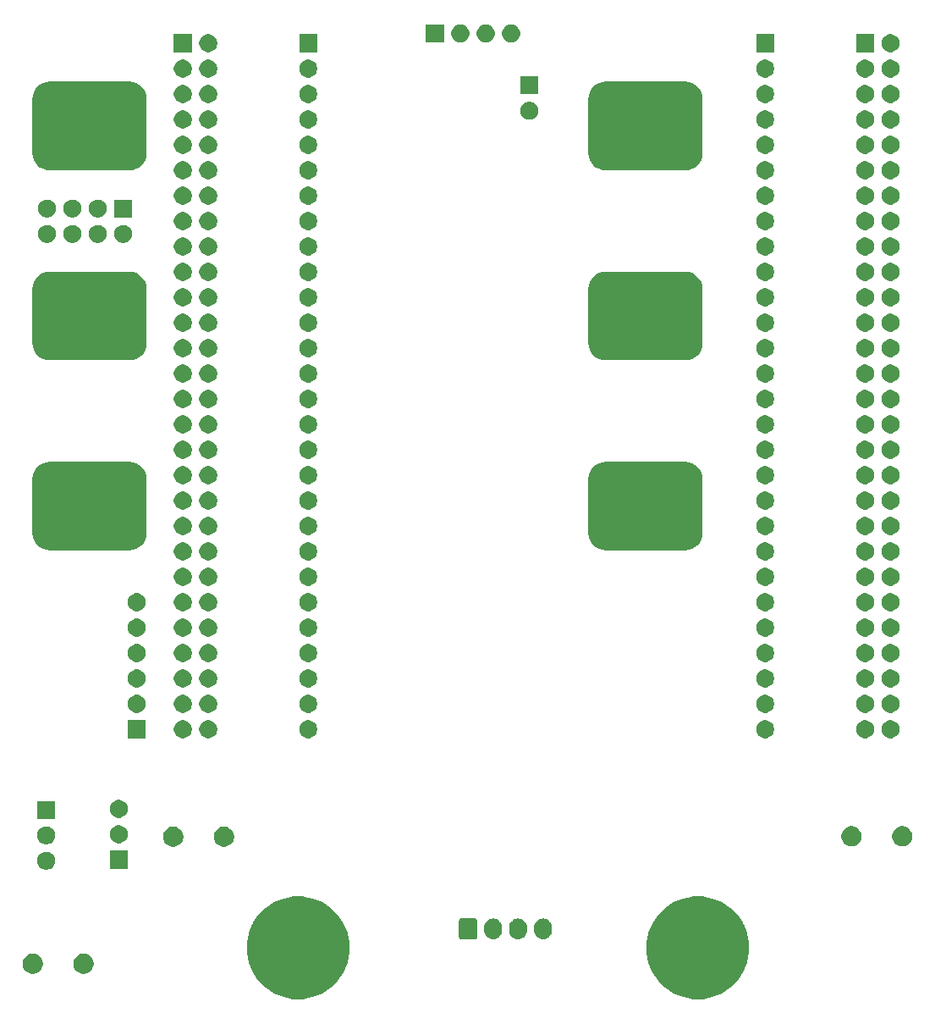
<source format=gbs>
G04 #@! TF.GenerationSoftware,KiCad,Pcbnew,(5.1.5)-3*
G04 #@! TF.CreationDate,2020-08-31T23:00:59+02:00*
G04 #@! TF.ProjectId,NFC_hatch,4e46435f-6861-4746-9368-2e6b69636164,rev?*
G04 #@! TF.SameCoordinates,Original*
G04 #@! TF.FileFunction,Soldermask,Bot*
G04 #@! TF.FilePolarity,Negative*
%FSLAX46Y46*%
G04 Gerber Fmt 4.6, Leading zero omitted, Abs format (unit mm)*
G04 Created by KiCad (PCBNEW (5.1.5)-3) date 2020-08-31 23:00:59*
%MOMM*%
%LPD*%
G04 APERTURE LIST*
%ADD10C,0.100000*%
G04 APERTURE END LIST*
D10*
G36*
X97501008Y-128867590D02*
G01*
X97996658Y-128966181D01*
X98930440Y-129352967D01*
X99770822Y-129914492D01*
X100485508Y-130629178D01*
X100981852Y-131372010D01*
X101047034Y-131469562D01*
X101071461Y-131528534D01*
X101433819Y-132403342D01*
X101447370Y-132471467D01*
X101631000Y-133394639D01*
X101631000Y-134405361D01*
X101541457Y-134855525D01*
X101433819Y-135396658D01*
X101047033Y-136330440D01*
X100485508Y-137170822D01*
X99770822Y-137885508D01*
X98930440Y-138447033D01*
X97996658Y-138833819D01*
X97501009Y-138932409D01*
X97005361Y-139031000D01*
X95994639Y-139031000D01*
X95498991Y-138932409D01*
X95003342Y-138833819D01*
X94069560Y-138447033D01*
X93229178Y-137885508D01*
X92514492Y-137170822D01*
X91952967Y-136330440D01*
X91566181Y-135396658D01*
X91458543Y-134855525D01*
X91369000Y-134405361D01*
X91369000Y-133394639D01*
X91552630Y-132471467D01*
X91566181Y-132403342D01*
X91928539Y-131528534D01*
X91952966Y-131469562D01*
X92018148Y-131372010D01*
X92514492Y-130629178D01*
X93229178Y-129914492D01*
X94069560Y-129352967D01*
X95003342Y-128966181D01*
X95498992Y-128867590D01*
X95994639Y-128769000D01*
X97005361Y-128769000D01*
X97501008Y-128867590D01*
G37*
G36*
X57501008Y-128867590D02*
G01*
X57996658Y-128966181D01*
X58930440Y-129352967D01*
X59770822Y-129914492D01*
X60485508Y-130629178D01*
X60981852Y-131372010D01*
X61047034Y-131469562D01*
X61071461Y-131528534D01*
X61433819Y-132403342D01*
X61447370Y-132471467D01*
X61631000Y-133394639D01*
X61631000Y-134405361D01*
X61541457Y-134855525D01*
X61433819Y-135396658D01*
X61047033Y-136330440D01*
X60485508Y-137170822D01*
X59770822Y-137885508D01*
X58930440Y-138447033D01*
X57996658Y-138833819D01*
X57501009Y-138932409D01*
X57005361Y-139031000D01*
X55994639Y-139031000D01*
X55498991Y-138932409D01*
X55003342Y-138833819D01*
X54069560Y-138447033D01*
X53229178Y-137885508D01*
X52514492Y-137170822D01*
X51952967Y-136330440D01*
X51566181Y-135396658D01*
X51458543Y-134855525D01*
X51369000Y-134405361D01*
X51369000Y-133394639D01*
X51552630Y-132471467D01*
X51566181Y-132403342D01*
X51928539Y-131528534D01*
X51952966Y-131469562D01*
X52018148Y-131372010D01*
X52514492Y-130629178D01*
X53229178Y-129914492D01*
X54069560Y-129352967D01*
X55003342Y-128966181D01*
X55498992Y-128867590D01*
X55994639Y-128769000D01*
X57005361Y-128769000D01*
X57501008Y-128867590D01*
G37*
G36*
X30254898Y-134527851D02*
G01*
X30438886Y-134604062D01*
X30438888Y-134604063D01*
X30604475Y-134714705D01*
X30745295Y-134855525D01*
X30745296Y-134855527D01*
X30855938Y-135021114D01*
X30932149Y-135205102D01*
X30971000Y-135400424D01*
X30971000Y-135599576D01*
X30932149Y-135794898D01*
X30855938Y-135978886D01*
X30855937Y-135978888D01*
X30745295Y-136144475D01*
X30604475Y-136285295D01*
X30438888Y-136395937D01*
X30438887Y-136395938D01*
X30438886Y-136395938D01*
X30254898Y-136472149D01*
X30059576Y-136511000D01*
X29860424Y-136511000D01*
X29665102Y-136472149D01*
X29481114Y-136395938D01*
X29481113Y-136395938D01*
X29481112Y-136395937D01*
X29315525Y-136285295D01*
X29174705Y-136144475D01*
X29064063Y-135978888D01*
X29064062Y-135978886D01*
X28987851Y-135794898D01*
X28949000Y-135599576D01*
X28949000Y-135400424D01*
X28987851Y-135205102D01*
X29064062Y-135021114D01*
X29174704Y-134855527D01*
X29174705Y-134855525D01*
X29315525Y-134714705D01*
X29481112Y-134604063D01*
X29481114Y-134604062D01*
X29665102Y-134527851D01*
X29860424Y-134489000D01*
X30059576Y-134489000D01*
X30254898Y-134527851D01*
G37*
G36*
X35334898Y-134527851D02*
G01*
X35518886Y-134604062D01*
X35518888Y-134604063D01*
X35684475Y-134714705D01*
X35825295Y-134855525D01*
X35825296Y-134855527D01*
X35935938Y-135021114D01*
X36012149Y-135205102D01*
X36051000Y-135400424D01*
X36051000Y-135599576D01*
X36012149Y-135794898D01*
X35935938Y-135978886D01*
X35935937Y-135978888D01*
X35825295Y-136144475D01*
X35684475Y-136285295D01*
X35518888Y-136395937D01*
X35518887Y-136395938D01*
X35518886Y-136395938D01*
X35334898Y-136472149D01*
X35139576Y-136511000D01*
X34940424Y-136511000D01*
X34745102Y-136472149D01*
X34561114Y-136395938D01*
X34561113Y-136395938D01*
X34561112Y-136395937D01*
X34395525Y-136285295D01*
X34254705Y-136144475D01*
X34144063Y-135978888D01*
X34144062Y-135978886D01*
X34067851Y-135794898D01*
X34029000Y-135599576D01*
X34029000Y-135400424D01*
X34067851Y-135205102D01*
X34144062Y-135021114D01*
X34254704Y-134855527D01*
X34254705Y-134855525D01*
X34395525Y-134714705D01*
X34561112Y-134604063D01*
X34561114Y-134604062D01*
X34745102Y-134527851D01*
X34940424Y-134489000D01*
X35139576Y-134489000D01*
X35334898Y-134527851D01*
G37*
G36*
X81176626Y-130987037D02*
G01*
X81346465Y-131038557D01*
X81346467Y-131038558D01*
X81502989Y-131122221D01*
X81640186Y-131234814D01*
X81723448Y-131336271D01*
X81752778Y-131372009D01*
X81752779Y-131372011D01*
X81804921Y-131469560D01*
X81836443Y-131528534D01*
X81887963Y-131698373D01*
X81901000Y-131830742D01*
X81901000Y-132169257D01*
X81887963Y-132301626D01*
X81836443Y-132471466D01*
X81752778Y-132627991D01*
X81723448Y-132663729D01*
X81640186Y-132765186D01*
X81545250Y-132843097D01*
X81502991Y-132877778D01*
X81346466Y-132961443D01*
X81176627Y-133012963D01*
X81000000Y-133030359D01*
X80823374Y-133012963D01*
X80653535Y-132961443D01*
X80497010Y-132877778D01*
X80359815Y-132765185D01*
X80247222Y-132627991D01*
X80163557Y-132471466D01*
X80112037Y-132301627D01*
X80099000Y-132169258D01*
X80099000Y-131830743D01*
X80112037Y-131698374D01*
X80163557Y-131528535D01*
X80247222Y-131372010D01*
X80247223Y-131372009D01*
X80359814Y-131234814D01*
X80461271Y-131151552D01*
X80497009Y-131122222D01*
X80653534Y-131038557D01*
X80823373Y-130987037D01*
X81000000Y-130969641D01*
X81176626Y-130987037D01*
G37*
G36*
X78676626Y-130987037D02*
G01*
X78846465Y-131038557D01*
X78846467Y-131038558D01*
X79002989Y-131122221D01*
X79140186Y-131234814D01*
X79223448Y-131336271D01*
X79252778Y-131372009D01*
X79252779Y-131372011D01*
X79304921Y-131469560D01*
X79336443Y-131528534D01*
X79387963Y-131698373D01*
X79401000Y-131830742D01*
X79401000Y-132169257D01*
X79387963Y-132301626D01*
X79336443Y-132471466D01*
X79252778Y-132627991D01*
X79223448Y-132663729D01*
X79140186Y-132765186D01*
X79045250Y-132843097D01*
X79002991Y-132877778D01*
X78846466Y-132961443D01*
X78676627Y-133012963D01*
X78500000Y-133030359D01*
X78323374Y-133012963D01*
X78153535Y-132961443D01*
X77997010Y-132877778D01*
X77859815Y-132765185D01*
X77747222Y-132627991D01*
X77663557Y-132471466D01*
X77612037Y-132301627D01*
X77599000Y-132169258D01*
X77599000Y-131830743D01*
X77612037Y-131698374D01*
X77663557Y-131528535D01*
X77747222Y-131372010D01*
X77747223Y-131372009D01*
X77859814Y-131234814D01*
X77961271Y-131151552D01*
X77997009Y-131122222D01*
X78153534Y-131038557D01*
X78323373Y-130987037D01*
X78500000Y-130969641D01*
X78676626Y-130987037D01*
G37*
G36*
X76176626Y-130987037D02*
G01*
X76346465Y-131038557D01*
X76346467Y-131038558D01*
X76502989Y-131122221D01*
X76640186Y-131234814D01*
X76723448Y-131336271D01*
X76752778Y-131372009D01*
X76752779Y-131372011D01*
X76804921Y-131469560D01*
X76836443Y-131528534D01*
X76887963Y-131698373D01*
X76901000Y-131830742D01*
X76901000Y-132169257D01*
X76887963Y-132301626D01*
X76836443Y-132471466D01*
X76752778Y-132627991D01*
X76723448Y-132663729D01*
X76640186Y-132765186D01*
X76545250Y-132843097D01*
X76502991Y-132877778D01*
X76346466Y-132961443D01*
X76176627Y-133012963D01*
X76000000Y-133030359D01*
X75823374Y-133012963D01*
X75653535Y-132961443D01*
X75497010Y-132877778D01*
X75359815Y-132765185D01*
X75247222Y-132627991D01*
X75163557Y-132471466D01*
X75112037Y-132301627D01*
X75099000Y-132169258D01*
X75099000Y-131830743D01*
X75112037Y-131698374D01*
X75163557Y-131528535D01*
X75247222Y-131372010D01*
X75247223Y-131372009D01*
X75359814Y-131234814D01*
X75461271Y-131151552D01*
X75497009Y-131122222D01*
X75653534Y-131038557D01*
X75823373Y-130987037D01*
X76000000Y-130969641D01*
X76176626Y-130987037D01*
G37*
G36*
X74258600Y-130977989D02*
G01*
X74291652Y-130988015D01*
X74322103Y-131004292D01*
X74348799Y-131026201D01*
X74370708Y-131052897D01*
X74386985Y-131083348D01*
X74397011Y-131116400D01*
X74401000Y-131156903D01*
X74401000Y-132843097D01*
X74397011Y-132883600D01*
X74386985Y-132916652D01*
X74370708Y-132947103D01*
X74348799Y-132973799D01*
X74322103Y-132995708D01*
X74291652Y-133011985D01*
X74258600Y-133022011D01*
X74218097Y-133026000D01*
X72781903Y-133026000D01*
X72741400Y-133022011D01*
X72708348Y-133011985D01*
X72677897Y-132995708D01*
X72651201Y-132973799D01*
X72629292Y-132947103D01*
X72613015Y-132916652D01*
X72602989Y-132883600D01*
X72599000Y-132843097D01*
X72599000Y-131156903D01*
X72602989Y-131116400D01*
X72613015Y-131083348D01*
X72629292Y-131052897D01*
X72651201Y-131026201D01*
X72677897Y-131004292D01*
X72708348Y-130988015D01*
X72741400Y-130977989D01*
X72781903Y-130974000D01*
X74218097Y-130974000D01*
X74258600Y-130977989D01*
G37*
G36*
X31413512Y-124303927D02*
G01*
X31562812Y-124333624D01*
X31726784Y-124401544D01*
X31874354Y-124500147D01*
X31999853Y-124625646D01*
X32098456Y-124773216D01*
X32166376Y-124937188D01*
X32201000Y-125111259D01*
X32201000Y-125288741D01*
X32166376Y-125462812D01*
X32098456Y-125626784D01*
X31999853Y-125774354D01*
X31874354Y-125899853D01*
X31726784Y-125998456D01*
X31562812Y-126066376D01*
X31413512Y-126096073D01*
X31388742Y-126101000D01*
X31211258Y-126101000D01*
X31186488Y-126096073D01*
X31037188Y-126066376D01*
X30873216Y-125998456D01*
X30725646Y-125899853D01*
X30600147Y-125774354D01*
X30501544Y-125626784D01*
X30433624Y-125462812D01*
X30399000Y-125288741D01*
X30399000Y-125111259D01*
X30433624Y-124937188D01*
X30501544Y-124773216D01*
X30600147Y-124625646D01*
X30725646Y-124500147D01*
X30873216Y-124401544D01*
X31037188Y-124333624D01*
X31186488Y-124303927D01*
X31211258Y-124299000D01*
X31388742Y-124299000D01*
X31413512Y-124303927D01*
G37*
G36*
X39451000Y-126001000D02*
G01*
X37649000Y-126001000D01*
X37649000Y-124199000D01*
X39451000Y-124199000D01*
X39451000Y-126001000D01*
G37*
G36*
X44304898Y-121827851D02*
G01*
X44488886Y-121904062D01*
X44488888Y-121904063D01*
X44654475Y-122014705D01*
X44795295Y-122155525D01*
X44847208Y-122233218D01*
X44905938Y-122321114D01*
X44982149Y-122505102D01*
X45021000Y-122700424D01*
X45021000Y-122899576D01*
X44982149Y-123094898D01*
X44926648Y-123228888D01*
X44905937Y-123278888D01*
X44795295Y-123444475D01*
X44654475Y-123585295D01*
X44488888Y-123695937D01*
X44488887Y-123695938D01*
X44488886Y-123695938D01*
X44304898Y-123772149D01*
X44109576Y-123811000D01*
X43910424Y-123811000D01*
X43715102Y-123772149D01*
X43531114Y-123695938D01*
X43531113Y-123695938D01*
X43531112Y-123695937D01*
X43365525Y-123585295D01*
X43224705Y-123444475D01*
X43114063Y-123278888D01*
X43093352Y-123228888D01*
X43037851Y-123094898D01*
X42999000Y-122899576D01*
X42999000Y-122700424D01*
X43037851Y-122505102D01*
X43114062Y-122321114D01*
X43172792Y-122233218D01*
X43224705Y-122155525D01*
X43365525Y-122014705D01*
X43531112Y-121904063D01*
X43531114Y-121904062D01*
X43715102Y-121827851D01*
X43910424Y-121789000D01*
X44109576Y-121789000D01*
X44304898Y-121827851D01*
G37*
G36*
X49384898Y-121827851D02*
G01*
X49568886Y-121904062D01*
X49568888Y-121904063D01*
X49734475Y-122014705D01*
X49875295Y-122155525D01*
X49927208Y-122233218D01*
X49985938Y-122321114D01*
X50062149Y-122505102D01*
X50101000Y-122700424D01*
X50101000Y-122899576D01*
X50062149Y-123094898D01*
X50006648Y-123228888D01*
X49985937Y-123278888D01*
X49875295Y-123444475D01*
X49734475Y-123585295D01*
X49568888Y-123695937D01*
X49568887Y-123695938D01*
X49568886Y-123695938D01*
X49384898Y-123772149D01*
X49189576Y-123811000D01*
X48990424Y-123811000D01*
X48795102Y-123772149D01*
X48611114Y-123695938D01*
X48611113Y-123695938D01*
X48611112Y-123695937D01*
X48445525Y-123585295D01*
X48304705Y-123444475D01*
X48194063Y-123278888D01*
X48173352Y-123228888D01*
X48117851Y-123094898D01*
X48079000Y-122899576D01*
X48079000Y-122700424D01*
X48117851Y-122505102D01*
X48194062Y-122321114D01*
X48252792Y-122233218D01*
X48304705Y-122155525D01*
X48445525Y-122014705D01*
X48611112Y-121904063D01*
X48611114Y-121904062D01*
X48795102Y-121827851D01*
X48990424Y-121789000D01*
X49189576Y-121789000D01*
X49384898Y-121827851D01*
G37*
G36*
X117234898Y-121777851D02*
G01*
X117418886Y-121854062D01*
X117418888Y-121854063D01*
X117584475Y-121964705D01*
X117725295Y-122105525D01*
X117810617Y-122233218D01*
X117835938Y-122271114D01*
X117912149Y-122455102D01*
X117951000Y-122650424D01*
X117951000Y-122849576D01*
X117912149Y-123044898D01*
X117835938Y-123228886D01*
X117835937Y-123228888D01*
X117725295Y-123394475D01*
X117584475Y-123535295D01*
X117418888Y-123645937D01*
X117418887Y-123645938D01*
X117418886Y-123645938D01*
X117234898Y-123722149D01*
X117039576Y-123761000D01*
X116840424Y-123761000D01*
X116645102Y-123722149D01*
X116461114Y-123645938D01*
X116461113Y-123645938D01*
X116461112Y-123645937D01*
X116295525Y-123535295D01*
X116154705Y-123394475D01*
X116044063Y-123228888D01*
X116044062Y-123228886D01*
X115967851Y-123044898D01*
X115929000Y-122849576D01*
X115929000Y-122650424D01*
X115967851Y-122455102D01*
X116044062Y-122271114D01*
X116069383Y-122233218D01*
X116154705Y-122105525D01*
X116295525Y-121964705D01*
X116461112Y-121854063D01*
X116461114Y-121854062D01*
X116645102Y-121777851D01*
X116840424Y-121739000D01*
X117039576Y-121739000D01*
X117234898Y-121777851D01*
G37*
G36*
X112154898Y-121777851D02*
G01*
X112338886Y-121854062D01*
X112338888Y-121854063D01*
X112504475Y-121964705D01*
X112645295Y-122105525D01*
X112730617Y-122233218D01*
X112755938Y-122271114D01*
X112832149Y-122455102D01*
X112871000Y-122650424D01*
X112871000Y-122849576D01*
X112832149Y-123044898D01*
X112755938Y-123228886D01*
X112755937Y-123228888D01*
X112645295Y-123394475D01*
X112504475Y-123535295D01*
X112338888Y-123645937D01*
X112338887Y-123645938D01*
X112338886Y-123645938D01*
X112154898Y-123722149D01*
X111959576Y-123761000D01*
X111760424Y-123761000D01*
X111565102Y-123722149D01*
X111381114Y-123645938D01*
X111381113Y-123645938D01*
X111381112Y-123645937D01*
X111215525Y-123535295D01*
X111074705Y-123394475D01*
X110964063Y-123228888D01*
X110964062Y-123228886D01*
X110887851Y-123044898D01*
X110849000Y-122849576D01*
X110849000Y-122650424D01*
X110887851Y-122455102D01*
X110964062Y-122271114D01*
X110989383Y-122233218D01*
X111074705Y-122105525D01*
X111215525Y-121964705D01*
X111381112Y-121854063D01*
X111381114Y-121854062D01*
X111565102Y-121777851D01*
X111760424Y-121739000D01*
X111959576Y-121739000D01*
X112154898Y-121777851D01*
G37*
G36*
X31401531Y-121761544D02*
G01*
X31562812Y-121793624D01*
X31726784Y-121861544D01*
X31874354Y-121960147D01*
X31999853Y-122085646D01*
X32098456Y-122233216D01*
X32166376Y-122397188D01*
X32201000Y-122571259D01*
X32201000Y-122748741D01*
X32166376Y-122922812D01*
X32098456Y-123086784D01*
X31999853Y-123234354D01*
X31874354Y-123359853D01*
X31726784Y-123458456D01*
X31562812Y-123526376D01*
X31413512Y-123556073D01*
X31388742Y-123561000D01*
X31211258Y-123561000D01*
X31186488Y-123556073D01*
X31037188Y-123526376D01*
X30873216Y-123458456D01*
X30725646Y-123359853D01*
X30600147Y-123234354D01*
X30501544Y-123086784D01*
X30433624Y-122922812D01*
X30399000Y-122748741D01*
X30399000Y-122571259D01*
X30433624Y-122397188D01*
X30501544Y-122233216D01*
X30600147Y-122085646D01*
X30725646Y-121960147D01*
X30873216Y-121861544D01*
X31037188Y-121793624D01*
X31198469Y-121761544D01*
X31211258Y-121759000D01*
X31388742Y-121759000D01*
X31401531Y-121761544D01*
G37*
G36*
X38663512Y-121663927D02*
G01*
X38812812Y-121693624D01*
X38976784Y-121761544D01*
X39124354Y-121860147D01*
X39249853Y-121985646D01*
X39348456Y-122133216D01*
X39416376Y-122297188D01*
X39451000Y-122471259D01*
X39451000Y-122648741D01*
X39416376Y-122822812D01*
X39348456Y-122986784D01*
X39249853Y-123134354D01*
X39124354Y-123259853D01*
X38976784Y-123358456D01*
X38812812Y-123426376D01*
X38663512Y-123456073D01*
X38638742Y-123461000D01*
X38461258Y-123461000D01*
X38436488Y-123456073D01*
X38287188Y-123426376D01*
X38123216Y-123358456D01*
X37975646Y-123259853D01*
X37850147Y-123134354D01*
X37751544Y-122986784D01*
X37683624Y-122822812D01*
X37649000Y-122648741D01*
X37649000Y-122471259D01*
X37683624Y-122297188D01*
X37751544Y-122133216D01*
X37850147Y-121985646D01*
X37975646Y-121860147D01*
X38123216Y-121761544D01*
X38287188Y-121693624D01*
X38436488Y-121663927D01*
X38461258Y-121659000D01*
X38638742Y-121659000D01*
X38663512Y-121663927D01*
G37*
G36*
X32201000Y-121021000D02*
G01*
X30399000Y-121021000D01*
X30399000Y-119219000D01*
X32201000Y-119219000D01*
X32201000Y-121021000D01*
G37*
G36*
X38663512Y-119123927D02*
G01*
X38812812Y-119153624D01*
X38976784Y-119221544D01*
X39124354Y-119320147D01*
X39249853Y-119445646D01*
X39348456Y-119593216D01*
X39416376Y-119757188D01*
X39451000Y-119931259D01*
X39451000Y-120108741D01*
X39416376Y-120282812D01*
X39348456Y-120446784D01*
X39249853Y-120594354D01*
X39124354Y-120719853D01*
X38976784Y-120818456D01*
X38812812Y-120886376D01*
X38663512Y-120916073D01*
X38638742Y-120921000D01*
X38461258Y-120921000D01*
X38436488Y-120916073D01*
X38287188Y-120886376D01*
X38123216Y-120818456D01*
X37975646Y-120719853D01*
X37850147Y-120594354D01*
X37751544Y-120446784D01*
X37683624Y-120282812D01*
X37649000Y-120108741D01*
X37649000Y-119931259D01*
X37683624Y-119757188D01*
X37751544Y-119593216D01*
X37850147Y-119445646D01*
X37975646Y-119320147D01*
X38123216Y-119221544D01*
X38287188Y-119153624D01*
X38436488Y-119123927D01*
X38461258Y-119119000D01*
X38638742Y-119119000D01*
X38663512Y-119123927D01*
G37*
G36*
X57623512Y-111163927D02*
G01*
X57772812Y-111193624D01*
X57936784Y-111261544D01*
X58084354Y-111360147D01*
X58209853Y-111485646D01*
X58308456Y-111633216D01*
X58376376Y-111797188D01*
X58411000Y-111971259D01*
X58411000Y-112148741D01*
X58376376Y-112322812D01*
X58308456Y-112486784D01*
X58209853Y-112634354D01*
X58084354Y-112759853D01*
X57936784Y-112858456D01*
X57772812Y-112926376D01*
X57623512Y-112956073D01*
X57598742Y-112961000D01*
X57421258Y-112961000D01*
X57396488Y-112956073D01*
X57247188Y-112926376D01*
X57083216Y-112858456D01*
X56935646Y-112759853D01*
X56810147Y-112634354D01*
X56711544Y-112486784D01*
X56643624Y-112322812D01*
X56609000Y-112148741D01*
X56609000Y-111971259D01*
X56643624Y-111797188D01*
X56711544Y-111633216D01*
X56810147Y-111485646D01*
X56935646Y-111360147D01*
X57083216Y-111261544D01*
X57247188Y-111193624D01*
X57396488Y-111163927D01*
X57421258Y-111159000D01*
X57598742Y-111159000D01*
X57623512Y-111163927D01*
G37*
G36*
X103343512Y-111163927D02*
G01*
X103492812Y-111193624D01*
X103656784Y-111261544D01*
X103804354Y-111360147D01*
X103929853Y-111485646D01*
X104028456Y-111633216D01*
X104096376Y-111797188D01*
X104131000Y-111971259D01*
X104131000Y-112148741D01*
X104096376Y-112322812D01*
X104028456Y-112486784D01*
X103929853Y-112634354D01*
X103804354Y-112759853D01*
X103656784Y-112858456D01*
X103492812Y-112926376D01*
X103343512Y-112956073D01*
X103318742Y-112961000D01*
X103141258Y-112961000D01*
X103116488Y-112956073D01*
X102967188Y-112926376D01*
X102803216Y-112858456D01*
X102655646Y-112759853D01*
X102530147Y-112634354D01*
X102431544Y-112486784D01*
X102363624Y-112322812D01*
X102329000Y-112148741D01*
X102329000Y-111971259D01*
X102363624Y-111797188D01*
X102431544Y-111633216D01*
X102530147Y-111485646D01*
X102655646Y-111360147D01*
X102803216Y-111261544D01*
X102967188Y-111193624D01*
X103116488Y-111163927D01*
X103141258Y-111159000D01*
X103318742Y-111159000D01*
X103343512Y-111163927D01*
G37*
G36*
X115883512Y-111163927D02*
G01*
X116032812Y-111193624D01*
X116196784Y-111261544D01*
X116344354Y-111360147D01*
X116469853Y-111485646D01*
X116568456Y-111633216D01*
X116636376Y-111797188D01*
X116671000Y-111971259D01*
X116671000Y-112148741D01*
X116636376Y-112322812D01*
X116568456Y-112486784D01*
X116469853Y-112634354D01*
X116344354Y-112759853D01*
X116196784Y-112858456D01*
X116032812Y-112926376D01*
X115883512Y-112956073D01*
X115858742Y-112961000D01*
X115681258Y-112961000D01*
X115656488Y-112956073D01*
X115507188Y-112926376D01*
X115343216Y-112858456D01*
X115195646Y-112759853D01*
X115070147Y-112634354D01*
X114971544Y-112486784D01*
X114903624Y-112322812D01*
X114869000Y-112148741D01*
X114869000Y-111971259D01*
X114903624Y-111797188D01*
X114971544Y-111633216D01*
X115070147Y-111485646D01*
X115195646Y-111360147D01*
X115343216Y-111261544D01*
X115507188Y-111193624D01*
X115656488Y-111163927D01*
X115681258Y-111159000D01*
X115858742Y-111159000D01*
X115883512Y-111163927D01*
G37*
G36*
X113343512Y-111163927D02*
G01*
X113492812Y-111193624D01*
X113656784Y-111261544D01*
X113804354Y-111360147D01*
X113929853Y-111485646D01*
X114028456Y-111633216D01*
X114096376Y-111797188D01*
X114131000Y-111971259D01*
X114131000Y-112148741D01*
X114096376Y-112322812D01*
X114028456Y-112486784D01*
X113929853Y-112634354D01*
X113804354Y-112759853D01*
X113656784Y-112858456D01*
X113492812Y-112926376D01*
X113343512Y-112956073D01*
X113318742Y-112961000D01*
X113141258Y-112961000D01*
X113116488Y-112956073D01*
X112967188Y-112926376D01*
X112803216Y-112858456D01*
X112655646Y-112759853D01*
X112530147Y-112634354D01*
X112431544Y-112486784D01*
X112363624Y-112322812D01*
X112329000Y-112148741D01*
X112329000Y-111971259D01*
X112363624Y-111797188D01*
X112431544Y-111633216D01*
X112530147Y-111485646D01*
X112655646Y-111360147D01*
X112803216Y-111261544D01*
X112967188Y-111193624D01*
X113116488Y-111163927D01*
X113141258Y-111159000D01*
X113318742Y-111159000D01*
X113343512Y-111163927D01*
G37*
G36*
X47623512Y-111163927D02*
G01*
X47772812Y-111193624D01*
X47936784Y-111261544D01*
X48084354Y-111360147D01*
X48209853Y-111485646D01*
X48308456Y-111633216D01*
X48376376Y-111797188D01*
X48411000Y-111971259D01*
X48411000Y-112148741D01*
X48376376Y-112322812D01*
X48308456Y-112486784D01*
X48209853Y-112634354D01*
X48084354Y-112759853D01*
X47936784Y-112858456D01*
X47772812Y-112926376D01*
X47623512Y-112956073D01*
X47598742Y-112961000D01*
X47421258Y-112961000D01*
X47396488Y-112956073D01*
X47247188Y-112926376D01*
X47083216Y-112858456D01*
X46935646Y-112759853D01*
X46810147Y-112634354D01*
X46711544Y-112486784D01*
X46643624Y-112322812D01*
X46609000Y-112148741D01*
X46609000Y-111971259D01*
X46643624Y-111797188D01*
X46711544Y-111633216D01*
X46810147Y-111485646D01*
X46935646Y-111360147D01*
X47083216Y-111261544D01*
X47247188Y-111193624D01*
X47396488Y-111163927D01*
X47421258Y-111159000D01*
X47598742Y-111159000D01*
X47623512Y-111163927D01*
G37*
G36*
X45083512Y-111163927D02*
G01*
X45232812Y-111193624D01*
X45396784Y-111261544D01*
X45544354Y-111360147D01*
X45669853Y-111485646D01*
X45768456Y-111633216D01*
X45836376Y-111797188D01*
X45871000Y-111971259D01*
X45871000Y-112148741D01*
X45836376Y-112322812D01*
X45768456Y-112486784D01*
X45669853Y-112634354D01*
X45544354Y-112759853D01*
X45396784Y-112858456D01*
X45232812Y-112926376D01*
X45083512Y-112956073D01*
X45058742Y-112961000D01*
X44881258Y-112961000D01*
X44856488Y-112956073D01*
X44707188Y-112926376D01*
X44543216Y-112858456D01*
X44395646Y-112759853D01*
X44270147Y-112634354D01*
X44171544Y-112486784D01*
X44103624Y-112322812D01*
X44069000Y-112148741D01*
X44069000Y-111971259D01*
X44103624Y-111797188D01*
X44171544Y-111633216D01*
X44270147Y-111485646D01*
X44395646Y-111360147D01*
X44543216Y-111261544D01*
X44707188Y-111193624D01*
X44856488Y-111163927D01*
X44881258Y-111159000D01*
X45058742Y-111159000D01*
X45083512Y-111163927D01*
G37*
G36*
X41251000Y-112961000D02*
G01*
X39449000Y-112961000D01*
X39449000Y-111159000D01*
X41251000Y-111159000D01*
X41251000Y-112961000D01*
G37*
G36*
X45083512Y-108623927D02*
G01*
X45232812Y-108653624D01*
X45396784Y-108721544D01*
X45544354Y-108820147D01*
X45669853Y-108945646D01*
X45768456Y-109093216D01*
X45836376Y-109257188D01*
X45871000Y-109431259D01*
X45871000Y-109608741D01*
X45836376Y-109782812D01*
X45768456Y-109946784D01*
X45669853Y-110094354D01*
X45544354Y-110219853D01*
X45396784Y-110318456D01*
X45232812Y-110386376D01*
X45083512Y-110416073D01*
X45058742Y-110421000D01*
X44881258Y-110421000D01*
X44856488Y-110416073D01*
X44707188Y-110386376D01*
X44543216Y-110318456D01*
X44395646Y-110219853D01*
X44270147Y-110094354D01*
X44171544Y-109946784D01*
X44103624Y-109782812D01*
X44069000Y-109608741D01*
X44069000Y-109431259D01*
X44103624Y-109257188D01*
X44171544Y-109093216D01*
X44270147Y-108945646D01*
X44395646Y-108820147D01*
X44543216Y-108721544D01*
X44707188Y-108653624D01*
X44856488Y-108623927D01*
X44881258Y-108619000D01*
X45058742Y-108619000D01*
X45083512Y-108623927D01*
G37*
G36*
X40463512Y-108623927D02*
G01*
X40612812Y-108653624D01*
X40776784Y-108721544D01*
X40924354Y-108820147D01*
X41049853Y-108945646D01*
X41148456Y-109093216D01*
X41216376Y-109257188D01*
X41251000Y-109431259D01*
X41251000Y-109608741D01*
X41216376Y-109782812D01*
X41148456Y-109946784D01*
X41049853Y-110094354D01*
X40924354Y-110219853D01*
X40776784Y-110318456D01*
X40612812Y-110386376D01*
X40463512Y-110416073D01*
X40438742Y-110421000D01*
X40261258Y-110421000D01*
X40236488Y-110416073D01*
X40087188Y-110386376D01*
X39923216Y-110318456D01*
X39775646Y-110219853D01*
X39650147Y-110094354D01*
X39551544Y-109946784D01*
X39483624Y-109782812D01*
X39449000Y-109608741D01*
X39449000Y-109431259D01*
X39483624Y-109257188D01*
X39551544Y-109093216D01*
X39650147Y-108945646D01*
X39775646Y-108820147D01*
X39923216Y-108721544D01*
X40087188Y-108653624D01*
X40236488Y-108623927D01*
X40261258Y-108619000D01*
X40438742Y-108619000D01*
X40463512Y-108623927D01*
G37*
G36*
X47623512Y-108623927D02*
G01*
X47772812Y-108653624D01*
X47936784Y-108721544D01*
X48084354Y-108820147D01*
X48209853Y-108945646D01*
X48308456Y-109093216D01*
X48376376Y-109257188D01*
X48411000Y-109431259D01*
X48411000Y-109608741D01*
X48376376Y-109782812D01*
X48308456Y-109946784D01*
X48209853Y-110094354D01*
X48084354Y-110219853D01*
X47936784Y-110318456D01*
X47772812Y-110386376D01*
X47623512Y-110416073D01*
X47598742Y-110421000D01*
X47421258Y-110421000D01*
X47396488Y-110416073D01*
X47247188Y-110386376D01*
X47083216Y-110318456D01*
X46935646Y-110219853D01*
X46810147Y-110094354D01*
X46711544Y-109946784D01*
X46643624Y-109782812D01*
X46609000Y-109608741D01*
X46609000Y-109431259D01*
X46643624Y-109257188D01*
X46711544Y-109093216D01*
X46810147Y-108945646D01*
X46935646Y-108820147D01*
X47083216Y-108721544D01*
X47247188Y-108653624D01*
X47396488Y-108623927D01*
X47421258Y-108619000D01*
X47598742Y-108619000D01*
X47623512Y-108623927D01*
G37*
G36*
X115883512Y-108623927D02*
G01*
X116032812Y-108653624D01*
X116196784Y-108721544D01*
X116344354Y-108820147D01*
X116469853Y-108945646D01*
X116568456Y-109093216D01*
X116636376Y-109257188D01*
X116671000Y-109431259D01*
X116671000Y-109608741D01*
X116636376Y-109782812D01*
X116568456Y-109946784D01*
X116469853Y-110094354D01*
X116344354Y-110219853D01*
X116196784Y-110318456D01*
X116032812Y-110386376D01*
X115883512Y-110416073D01*
X115858742Y-110421000D01*
X115681258Y-110421000D01*
X115656488Y-110416073D01*
X115507188Y-110386376D01*
X115343216Y-110318456D01*
X115195646Y-110219853D01*
X115070147Y-110094354D01*
X114971544Y-109946784D01*
X114903624Y-109782812D01*
X114869000Y-109608741D01*
X114869000Y-109431259D01*
X114903624Y-109257188D01*
X114971544Y-109093216D01*
X115070147Y-108945646D01*
X115195646Y-108820147D01*
X115343216Y-108721544D01*
X115507188Y-108653624D01*
X115656488Y-108623927D01*
X115681258Y-108619000D01*
X115858742Y-108619000D01*
X115883512Y-108623927D01*
G37*
G36*
X113343512Y-108623927D02*
G01*
X113492812Y-108653624D01*
X113656784Y-108721544D01*
X113804354Y-108820147D01*
X113929853Y-108945646D01*
X114028456Y-109093216D01*
X114096376Y-109257188D01*
X114131000Y-109431259D01*
X114131000Y-109608741D01*
X114096376Y-109782812D01*
X114028456Y-109946784D01*
X113929853Y-110094354D01*
X113804354Y-110219853D01*
X113656784Y-110318456D01*
X113492812Y-110386376D01*
X113343512Y-110416073D01*
X113318742Y-110421000D01*
X113141258Y-110421000D01*
X113116488Y-110416073D01*
X112967188Y-110386376D01*
X112803216Y-110318456D01*
X112655646Y-110219853D01*
X112530147Y-110094354D01*
X112431544Y-109946784D01*
X112363624Y-109782812D01*
X112329000Y-109608741D01*
X112329000Y-109431259D01*
X112363624Y-109257188D01*
X112431544Y-109093216D01*
X112530147Y-108945646D01*
X112655646Y-108820147D01*
X112803216Y-108721544D01*
X112967188Y-108653624D01*
X113116488Y-108623927D01*
X113141258Y-108619000D01*
X113318742Y-108619000D01*
X113343512Y-108623927D01*
G37*
G36*
X57623512Y-108623927D02*
G01*
X57772812Y-108653624D01*
X57936784Y-108721544D01*
X58084354Y-108820147D01*
X58209853Y-108945646D01*
X58308456Y-109093216D01*
X58376376Y-109257188D01*
X58411000Y-109431259D01*
X58411000Y-109608741D01*
X58376376Y-109782812D01*
X58308456Y-109946784D01*
X58209853Y-110094354D01*
X58084354Y-110219853D01*
X57936784Y-110318456D01*
X57772812Y-110386376D01*
X57623512Y-110416073D01*
X57598742Y-110421000D01*
X57421258Y-110421000D01*
X57396488Y-110416073D01*
X57247188Y-110386376D01*
X57083216Y-110318456D01*
X56935646Y-110219853D01*
X56810147Y-110094354D01*
X56711544Y-109946784D01*
X56643624Y-109782812D01*
X56609000Y-109608741D01*
X56609000Y-109431259D01*
X56643624Y-109257188D01*
X56711544Y-109093216D01*
X56810147Y-108945646D01*
X56935646Y-108820147D01*
X57083216Y-108721544D01*
X57247188Y-108653624D01*
X57396488Y-108623927D01*
X57421258Y-108619000D01*
X57598742Y-108619000D01*
X57623512Y-108623927D01*
G37*
G36*
X103343512Y-108623927D02*
G01*
X103492812Y-108653624D01*
X103656784Y-108721544D01*
X103804354Y-108820147D01*
X103929853Y-108945646D01*
X104028456Y-109093216D01*
X104096376Y-109257188D01*
X104131000Y-109431259D01*
X104131000Y-109608741D01*
X104096376Y-109782812D01*
X104028456Y-109946784D01*
X103929853Y-110094354D01*
X103804354Y-110219853D01*
X103656784Y-110318456D01*
X103492812Y-110386376D01*
X103343512Y-110416073D01*
X103318742Y-110421000D01*
X103141258Y-110421000D01*
X103116488Y-110416073D01*
X102967188Y-110386376D01*
X102803216Y-110318456D01*
X102655646Y-110219853D01*
X102530147Y-110094354D01*
X102431544Y-109946784D01*
X102363624Y-109782812D01*
X102329000Y-109608741D01*
X102329000Y-109431259D01*
X102363624Y-109257188D01*
X102431544Y-109093216D01*
X102530147Y-108945646D01*
X102655646Y-108820147D01*
X102803216Y-108721544D01*
X102967188Y-108653624D01*
X103116488Y-108623927D01*
X103141258Y-108619000D01*
X103318742Y-108619000D01*
X103343512Y-108623927D01*
G37*
G36*
X115883512Y-106083927D02*
G01*
X116032812Y-106113624D01*
X116196784Y-106181544D01*
X116344354Y-106280147D01*
X116469853Y-106405646D01*
X116568456Y-106553216D01*
X116636376Y-106717188D01*
X116671000Y-106891259D01*
X116671000Y-107068741D01*
X116636376Y-107242812D01*
X116568456Y-107406784D01*
X116469853Y-107554354D01*
X116344354Y-107679853D01*
X116196784Y-107778456D01*
X116032812Y-107846376D01*
X115883512Y-107876073D01*
X115858742Y-107881000D01*
X115681258Y-107881000D01*
X115656488Y-107876073D01*
X115507188Y-107846376D01*
X115343216Y-107778456D01*
X115195646Y-107679853D01*
X115070147Y-107554354D01*
X114971544Y-107406784D01*
X114903624Y-107242812D01*
X114869000Y-107068741D01*
X114869000Y-106891259D01*
X114903624Y-106717188D01*
X114971544Y-106553216D01*
X115070147Y-106405646D01*
X115195646Y-106280147D01*
X115343216Y-106181544D01*
X115507188Y-106113624D01*
X115656488Y-106083927D01*
X115681258Y-106079000D01*
X115858742Y-106079000D01*
X115883512Y-106083927D01*
G37*
G36*
X113343512Y-106083927D02*
G01*
X113492812Y-106113624D01*
X113656784Y-106181544D01*
X113804354Y-106280147D01*
X113929853Y-106405646D01*
X114028456Y-106553216D01*
X114096376Y-106717188D01*
X114131000Y-106891259D01*
X114131000Y-107068741D01*
X114096376Y-107242812D01*
X114028456Y-107406784D01*
X113929853Y-107554354D01*
X113804354Y-107679853D01*
X113656784Y-107778456D01*
X113492812Y-107846376D01*
X113343512Y-107876073D01*
X113318742Y-107881000D01*
X113141258Y-107881000D01*
X113116488Y-107876073D01*
X112967188Y-107846376D01*
X112803216Y-107778456D01*
X112655646Y-107679853D01*
X112530147Y-107554354D01*
X112431544Y-107406784D01*
X112363624Y-107242812D01*
X112329000Y-107068741D01*
X112329000Y-106891259D01*
X112363624Y-106717188D01*
X112431544Y-106553216D01*
X112530147Y-106405646D01*
X112655646Y-106280147D01*
X112803216Y-106181544D01*
X112967188Y-106113624D01*
X113116488Y-106083927D01*
X113141258Y-106079000D01*
X113318742Y-106079000D01*
X113343512Y-106083927D01*
G37*
G36*
X47623512Y-106083927D02*
G01*
X47772812Y-106113624D01*
X47936784Y-106181544D01*
X48084354Y-106280147D01*
X48209853Y-106405646D01*
X48308456Y-106553216D01*
X48376376Y-106717188D01*
X48411000Y-106891259D01*
X48411000Y-107068741D01*
X48376376Y-107242812D01*
X48308456Y-107406784D01*
X48209853Y-107554354D01*
X48084354Y-107679853D01*
X47936784Y-107778456D01*
X47772812Y-107846376D01*
X47623512Y-107876073D01*
X47598742Y-107881000D01*
X47421258Y-107881000D01*
X47396488Y-107876073D01*
X47247188Y-107846376D01*
X47083216Y-107778456D01*
X46935646Y-107679853D01*
X46810147Y-107554354D01*
X46711544Y-107406784D01*
X46643624Y-107242812D01*
X46609000Y-107068741D01*
X46609000Y-106891259D01*
X46643624Y-106717188D01*
X46711544Y-106553216D01*
X46810147Y-106405646D01*
X46935646Y-106280147D01*
X47083216Y-106181544D01*
X47247188Y-106113624D01*
X47396488Y-106083927D01*
X47421258Y-106079000D01*
X47598742Y-106079000D01*
X47623512Y-106083927D01*
G37*
G36*
X45083512Y-106083927D02*
G01*
X45232812Y-106113624D01*
X45396784Y-106181544D01*
X45544354Y-106280147D01*
X45669853Y-106405646D01*
X45768456Y-106553216D01*
X45836376Y-106717188D01*
X45871000Y-106891259D01*
X45871000Y-107068741D01*
X45836376Y-107242812D01*
X45768456Y-107406784D01*
X45669853Y-107554354D01*
X45544354Y-107679853D01*
X45396784Y-107778456D01*
X45232812Y-107846376D01*
X45083512Y-107876073D01*
X45058742Y-107881000D01*
X44881258Y-107881000D01*
X44856488Y-107876073D01*
X44707188Y-107846376D01*
X44543216Y-107778456D01*
X44395646Y-107679853D01*
X44270147Y-107554354D01*
X44171544Y-107406784D01*
X44103624Y-107242812D01*
X44069000Y-107068741D01*
X44069000Y-106891259D01*
X44103624Y-106717188D01*
X44171544Y-106553216D01*
X44270147Y-106405646D01*
X44395646Y-106280147D01*
X44543216Y-106181544D01*
X44707188Y-106113624D01*
X44856488Y-106083927D01*
X44881258Y-106079000D01*
X45058742Y-106079000D01*
X45083512Y-106083927D01*
G37*
G36*
X103343512Y-106083927D02*
G01*
X103492812Y-106113624D01*
X103656784Y-106181544D01*
X103804354Y-106280147D01*
X103929853Y-106405646D01*
X104028456Y-106553216D01*
X104096376Y-106717188D01*
X104131000Y-106891259D01*
X104131000Y-107068741D01*
X104096376Y-107242812D01*
X104028456Y-107406784D01*
X103929853Y-107554354D01*
X103804354Y-107679853D01*
X103656784Y-107778456D01*
X103492812Y-107846376D01*
X103343512Y-107876073D01*
X103318742Y-107881000D01*
X103141258Y-107881000D01*
X103116488Y-107876073D01*
X102967188Y-107846376D01*
X102803216Y-107778456D01*
X102655646Y-107679853D01*
X102530147Y-107554354D01*
X102431544Y-107406784D01*
X102363624Y-107242812D01*
X102329000Y-107068741D01*
X102329000Y-106891259D01*
X102363624Y-106717188D01*
X102431544Y-106553216D01*
X102530147Y-106405646D01*
X102655646Y-106280147D01*
X102803216Y-106181544D01*
X102967188Y-106113624D01*
X103116488Y-106083927D01*
X103141258Y-106079000D01*
X103318742Y-106079000D01*
X103343512Y-106083927D01*
G37*
G36*
X57623512Y-106083927D02*
G01*
X57772812Y-106113624D01*
X57936784Y-106181544D01*
X58084354Y-106280147D01*
X58209853Y-106405646D01*
X58308456Y-106553216D01*
X58376376Y-106717188D01*
X58411000Y-106891259D01*
X58411000Y-107068741D01*
X58376376Y-107242812D01*
X58308456Y-107406784D01*
X58209853Y-107554354D01*
X58084354Y-107679853D01*
X57936784Y-107778456D01*
X57772812Y-107846376D01*
X57623512Y-107876073D01*
X57598742Y-107881000D01*
X57421258Y-107881000D01*
X57396488Y-107876073D01*
X57247188Y-107846376D01*
X57083216Y-107778456D01*
X56935646Y-107679853D01*
X56810147Y-107554354D01*
X56711544Y-107406784D01*
X56643624Y-107242812D01*
X56609000Y-107068741D01*
X56609000Y-106891259D01*
X56643624Y-106717188D01*
X56711544Y-106553216D01*
X56810147Y-106405646D01*
X56935646Y-106280147D01*
X57083216Y-106181544D01*
X57247188Y-106113624D01*
X57396488Y-106083927D01*
X57421258Y-106079000D01*
X57598742Y-106079000D01*
X57623512Y-106083927D01*
G37*
G36*
X40463512Y-106083927D02*
G01*
X40612812Y-106113624D01*
X40776784Y-106181544D01*
X40924354Y-106280147D01*
X41049853Y-106405646D01*
X41148456Y-106553216D01*
X41216376Y-106717188D01*
X41251000Y-106891259D01*
X41251000Y-107068741D01*
X41216376Y-107242812D01*
X41148456Y-107406784D01*
X41049853Y-107554354D01*
X40924354Y-107679853D01*
X40776784Y-107778456D01*
X40612812Y-107846376D01*
X40463512Y-107876073D01*
X40438742Y-107881000D01*
X40261258Y-107881000D01*
X40236488Y-107876073D01*
X40087188Y-107846376D01*
X39923216Y-107778456D01*
X39775646Y-107679853D01*
X39650147Y-107554354D01*
X39551544Y-107406784D01*
X39483624Y-107242812D01*
X39449000Y-107068741D01*
X39449000Y-106891259D01*
X39483624Y-106717188D01*
X39551544Y-106553216D01*
X39650147Y-106405646D01*
X39775646Y-106280147D01*
X39923216Y-106181544D01*
X40087188Y-106113624D01*
X40236488Y-106083927D01*
X40261258Y-106079000D01*
X40438742Y-106079000D01*
X40463512Y-106083927D01*
G37*
G36*
X40463512Y-103543927D02*
G01*
X40612812Y-103573624D01*
X40776784Y-103641544D01*
X40924354Y-103740147D01*
X41049853Y-103865646D01*
X41148456Y-104013216D01*
X41216376Y-104177188D01*
X41251000Y-104351259D01*
X41251000Y-104528741D01*
X41216376Y-104702812D01*
X41148456Y-104866784D01*
X41049853Y-105014354D01*
X40924354Y-105139853D01*
X40776784Y-105238456D01*
X40612812Y-105306376D01*
X40463512Y-105336073D01*
X40438742Y-105341000D01*
X40261258Y-105341000D01*
X40236488Y-105336073D01*
X40087188Y-105306376D01*
X39923216Y-105238456D01*
X39775646Y-105139853D01*
X39650147Y-105014354D01*
X39551544Y-104866784D01*
X39483624Y-104702812D01*
X39449000Y-104528741D01*
X39449000Y-104351259D01*
X39483624Y-104177188D01*
X39551544Y-104013216D01*
X39650147Y-103865646D01*
X39775646Y-103740147D01*
X39923216Y-103641544D01*
X40087188Y-103573624D01*
X40236488Y-103543927D01*
X40261258Y-103539000D01*
X40438742Y-103539000D01*
X40463512Y-103543927D01*
G37*
G36*
X103343512Y-103543927D02*
G01*
X103492812Y-103573624D01*
X103656784Y-103641544D01*
X103804354Y-103740147D01*
X103929853Y-103865646D01*
X104028456Y-104013216D01*
X104096376Y-104177188D01*
X104131000Y-104351259D01*
X104131000Y-104528741D01*
X104096376Y-104702812D01*
X104028456Y-104866784D01*
X103929853Y-105014354D01*
X103804354Y-105139853D01*
X103656784Y-105238456D01*
X103492812Y-105306376D01*
X103343512Y-105336073D01*
X103318742Y-105341000D01*
X103141258Y-105341000D01*
X103116488Y-105336073D01*
X102967188Y-105306376D01*
X102803216Y-105238456D01*
X102655646Y-105139853D01*
X102530147Y-105014354D01*
X102431544Y-104866784D01*
X102363624Y-104702812D01*
X102329000Y-104528741D01*
X102329000Y-104351259D01*
X102363624Y-104177188D01*
X102431544Y-104013216D01*
X102530147Y-103865646D01*
X102655646Y-103740147D01*
X102803216Y-103641544D01*
X102967188Y-103573624D01*
X103116488Y-103543927D01*
X103141258Y-103539000D01*
X103318742Y-103539000D01*
X103343512Y-103543927D01*
G37*
G36*
X45083512Y-103543927D02*
G01*
X45232812Y-103573624D01*
X45396784Y-103641544D01*
X45544354Y-103740147D01*
X45669853Y-103865646D01*
X45768456Y-104013216D01*
X45836376Y-104177188D01*
X45871000Y-104351259D01*
X45871000Y-104528741D01*
X45836376Y-104702812D01*
X45768456Y-104866784D01*
X45669853Y-105014354D01*
X45544354Y-105139853D01*
X45396784Y-105238456D01*
X45232812Y-105306376D01*
X45083512Y-105336073D01*
X45058742Y-105341000D01*
X44881258Y-105341000D01*
X44856488Y-105336073D01*
X44707188Y-105306376D01*
X44543216Y-105238456D01*
X44395646Y-105139853D01*
X44270147Y-105014354D01*
X44171544Y-104866784D01*
X44103624Y-104702812D01*
X44069000Y-104528741D01*
X44069000Y-104351259D01*
X44103624Y-104177188D01*
X44171544Y-104013216D01*
X44270147Y-103865646D01*
X44395646Y-103740147D01*
X44543216Y-103641544D01*
X44707188Y-103573624D01*
X44856488Y-103543927D01*
X44881258Y-103539000D01*
X45058742Y-103539000D01*
X45083512Y-103543927D01*
G37*
G36*
X47623512Y-103543927D02*
G01*
X47772812Y-103573624D01*
X47936784Y-103641544D01*
X48084354Y-103740147D01*
X48209853Y-103865646D01*
X48308456Y-104013216D01*
X48376376Y-104177188D01*
X48411000Y-104351259D01*
X48411000Y-104528741D01*
X48376376Y-104702812D01*
X48308456Y-104866784D01*
X48209853Y-105014354D01*
X48084354Y-105139853D01*
X47936784Y-105238456D01*
X47772812Y-105306376D01*
X47623512Y-105336073D01*
X47598742Y-105341000D01*
X47421258Y-105341000D01*
X47396488Y-105336073D01*
X47247188Y-105306376D01*
X47083216Y-105238456D01*
X46935646Y-105139853D01*
X46810147Y-105014354D01*
X46711544Y-104866784D01*
X46643624Y-104702812D01*
X46609000Y-104528741D01*
X46609000Y-104351259D01*
X46643624Y-104177188D01*
X46711544Y-104013216D01*
X46810147Y-103865646D01*
X46935646Y-103740147D01*
X47083216Y-103641544D01*
X47247188Y-103573624D01*
X47396488Y-103543927D01*
X47421258Y-103539000D01*
X47598742Y-103539000D01*
X47623512Y-103543927D01*
G37*
G36*
X113343512Y-103543927D02*
G01*
X113492812Y-103573624D01*
X113656784Y-103641544D01*
X113804354Y-103740147D01*
X113929853Y-103865646D01*
X114028456Y-104013216D01*
X114096376Y-104177188D01*
X114131000Y-104351259D01*
X114131000Y-104528741D01*
X114096376Y-104702812D01*
X114028456Y-104866784D01*
X113929853Y-105014354D01*
X113804354Y-105139853D01*
X113656784Y-105238456D01*
X113492812Y-105306376D01*
X113343512Y-105336073D01*
X113318742Y-105341000D01*
X113141258Y-105341000D01*
X113116488Y-105336073D01*
X112967188Y-105306376D01*
X112803216Y-105238456D01*
X112655646Y-105139853D01*
X112530147Y-105014354D01*
X112431544Y-104866784D01*
X112363624Y-104702812D01*
X112329000Y-104528741D01*
X112329000Y-104351259D01*
X112363624Y-104177188D01*
X112431544Y-104013216D01*
X112530147Y-103865646D01*
X112655646Y-103740147D01*
X112803216Y-103641544D01*
X112967188Y-103573624D01*
X113116488Y-103543927D01*
X113141258Y-103539000D01*
X113318742Y-103539000D01*
X113343512Y-103543927D01*
G37*
G36*
X115883512Y-103543927D02*
G01*
X116032812Y-103573624D01*
X116196784Y-103641544D01*
X116344354Y-103740147D01*
X116469853Y-103865646D01*
X116568456Y-104013216D01*
X116636376Y-104177188D01*
X116671000Y-104351259D01*
X116671000Y-104528741D01*
X116636376Y-104702812D01*
X116568456Y-104866784D01*
X116469853Y-105014354D01*
X116344354Y-105139853D01*
X116196784Y-105238456D01*
X116032812Y-105306376D01*
X115883512Y-105336073D01*
X115858742Y-105341000D01*
X115681258Y-105341000D01*
X115656488Y-105336073D01*
X115507188Y-105306376D01*
X115343216Y-105238456D01*
X115195646Y-105139853D01*
X115070147Y-105014354D01*
X114971544Y-104866784D01*
X114903624Y-104702812D01*
X114869000Y-104528741D01*
X114869000Y-104351259D01*
X114903624Y-104177188D01*
X114971544Y-104013216D01*
X115070147Y-103865646D01*
X115195646Y-103740147D01*
X115343216Y-103641544D01*
X115507188Y-103573624D01*
X115656488Y-103543927D01*
X115681258Y-103539000D01*
X115858742Y-103539000D01*
X115883512Y-103543927D01*
G37*
G36*
X57623512Y-103543927D02*
G01*
X57772812Y-103573624D01*
X57936784Y-103641544D01*
X58084354Y-103740147D01*
X58209853Y-103865646D01*
X58308456Y-104013216D01*
X58376376Y-104177188D01*
X58411000Y-104351259D01*
X58411000Y-104528741D01*
X58376376Y-104702812D01*
X58308456Y-104866784D01*
X58209853Y-105014354D01*
X58084354Y-105139853D01*
X57936784Y-105238456D01*
X57772812Y-105306376D01*
X57623512Y-105336073D01*
X57598742Y-105341000D01*
X57421258Y-105341000D01*
X57396488Y-105336073D01*
X57247188Y-105306376D01*
X57083216Y-105238456D01*
X56935646Y-105139853D01*
X56810147Y-105014354D01*
X56711544Y-104866784D01*
X56643624Y-104702812D01*
X56609000Y-104528741D01*
X56609000Y-104351259D01*
X56643624Y-104177188D01*
X56711544Y-104013216D01*
X56810147Y-103865646D01*
X56935646Y-103740147D01*
X57083216Y-103641544D01*
X57247188Y-103573624D01*
X57396488Y-103543927D01*
X57421258Y-103539000D01*
X57598742Y-103539000D01*
X57623512Y-103543927D01*
G37*
G36*
X57623512Y-101003927D02*
G01*
X57772812Y-101033624D01*
X57936784Y-101101544D01*
X58084354Y-101200147D01*
X58209853Y-101325646D01*
X58308456Y-101473216D01*
X58376376Y-101637188D01*
X58411000Y-101811259D01*
X58411000Y-101988741D01*
X58376376Y-102162812D01*
X58308456Y-102326784D01*
X58209853Y-102474354D01*
X58084354Y-102599853D01*
X57936784Y-102698456D01*
X57772812Y-102766376D01*
X57623512Y-102796073D01*
X57598742Y-102801000D01*
X57421258Y-102801000D01*
X57396488Y-102796073D01*
X57247188Y-102766376D01*
X57083216Y-102698456D01*
X56935646Y-102599853D01*
X56810147Y-102474354D01*
X56711544Y-102326784D01*
X56643624Y-102162812D01*
X56609000Y-101988741D01*
X56609000Y-101811259D01*
X56643624Y-101637188D01*
X56711544Y-101473216D01*
X56810147Y-101325646D01*
X56935646Y-101200147D01*
X57083216Y-101101544D01*
X57247188Y-101033624D01*
X57396488Y-101003927D01*
X57421258Y-100999000D01*
X57598742Y-100999000D01*
X57623512Y-101003927D01*
G37*
G36*
X115883512Y-101003927D02*
G01*
X116032812Y-101033624D01*
X116196784Y-101101544D01*
X116344354Y-101200147D01*
X116469853Y-101325646D01*
X116568456Y-101473216D01*
X116636376Y-101637188D01*
X116671000Y-101811259D01*
X116671000Y-101988741D01*
X116636376Y-102162812D01*
X116568456Y-102326784D01*
X116469853Y-102474354D01*
X116344354Y-102599853D01*
X116196784Y-102698456D01*
X116032812Y-102766376D01*
X115883512Y-102796073D01*
X115858742Y-102801000D01*
X115681258Y-102801000D01*
X115656488Y-102796073D01*
X115507188Y-102766376D01*
X115343216Y-102698456D01*
X115195646Y-102599853D01*
X115070147Y-102474354D01*
X114971544Y-102326784D01*
X114903624Y-102162812D01*
X114869000Y-101988741D01*
X114869000Y-101811259D01*
X114903624Y-101637188D01*
X114971544Y-101473216D01*
X115070147Y-101325646D01*
X115195646Y-101200147D01*
X115343216Y-101101544D01*
X115507188Y-101033624D01*
X115656488Y-101003927D01*
X115681258Y-100999000D01*
X115858742Y-100999000D01*
X115883512Y-101003927D01*
G37*
G36*
X113343512Y-101003927D02*
G01*
X113492812Y-101033624D01*
X113656784Y-101101544D01*
X113804354Y-101200147D01*
X113929853Y-101325646D01*
X114028456Y-101473216D01*
X114096376Y-101637188D01*
X114131000Y-101811259D01*
X114131000Y-101988741D01*
X114096376Y-102162812D01*
X114028456Y-102326784D01*
X113929853Y-102474354D01*
X113804354Y-102599853D01*
X113656784Y-102698456D01*
X113492812Y-102766376D01*
X113343512Y-102796073D01*
X113318742Y-102801000D01*
X113141258Y-102801000D01*
X113116488Y-102796073D01*
X112967188Y-102766376D01*
X112803216Y-102698456D01*
X112655646Y-102599853D01*
X112530147Y-102474354D01*
X112431544Y-102326784D01*
X112363624Y-102162812D01*
X112329000Y-101988741D01*
X112329000Y-101811259D01*
X112363624Y-101637188D01*
X112431544Y-101473216D01*
X112530147Y-101325646D01*
X112655646Y-101200147D01*
X112803216Y-101101544D01*
X112967188Y-101033624D01*
X113116488Y-101003927D01*
X113141258Y-100999000D01*
X113318742Y-100999000D01*
X113343512Y-101003927D01*
G37*
G36*
X47623512Y-101003927D02*
G01*
X47772812Y-101033624D01*
X47936784Y-101101544D01*
X48084354Y-101200147D01*
X48209853Y-101325646D01*
X48308456Y-101473216D01*
X48376376Y-101637188D01*
X48411000Y-101811259D01*
X48411000Y-101988741D01*
X48376376Y-102162812D01*
X48308456Y-102326784D01*
X48209853Y-102474354D01*
X48084354Y-102599853D01*
X47936784Y-102698456D01*
X47772812Y-102766376D01*
X47623512Y-102796073D01*
X47598742Y-102801000D01*
X47421258Y-102801000D01*
X47396488Y-102796073D01*
X47247188Y-102766376D01*
X47083216Y-102698456D01*
X46935646Y-102599853D01*
X46810147Y-102474354D01*
X46711544Y-102326784D01*
X46643624Y-102162812D01*
X46609000Y-101988741D01*
X46609000Y-101811259D01*
X46643624Y-101637188D01*
X46711544Y-101473216D01*
X46810147Y-101325646D01*
X46935646Y-101200147D01*
X47083216Y-101101544D01*
X47247188Y-101033624D01*
X47396488Y-101003927D01*
X47421258Y-100999000D01*
X47598742Y-100999000D01*
X47623512Y-101003927D01*
G37*
G36*
X45083512Y-101003927D02*
G01*
X45232812Y-101033624D01*
X45396784Y-101101544D01*
X45544354Y-101200147D01*
X45669853Y-101325646D01*
X45768456Y-101473216D01*
X45836376Y-101637188D01*
X45871000Y-101811259D01*
X45871000Y-101988741D01*
X45836376Y-102162812D01*
X45768456Y-102326784D01*
X45669853Y-102474354D01*
X45544354Y-102599853D01*
X45396784Y-102698456D01*
X45232812Y-102766376D01*
X45083512Y-102796073D01*
X45058742Y-102801000D01*
X44881258Y-102801000D01*
X44856488Y-102796073D01*
X44707188Y-102766376D01*
X44543216Y-102698456D01*
X44395646Y-102599853D01*
X44270147Y-102474354D01*
X44171544Y-102326784D01*
X44103624Y-102162812D01*
X44069000Y-101988741D01*
X44069000Y-101811259D01*
X44103624Y-101637188D01*
X44171544Y-101473216D01*
X44270147Y-101325646D01*
X44395646Y-101200147D01*
X44543216Y-101101544D01*
X44707188Y-101033624D01*
X44856488Y-101003927D01*
X44881258Y-100999000D01*
X45058742Y-100999000D01*
X45083512Y-101003927D01*
G37*
G36*
X103343512Y-101003927D02*
G01*
X103492812Y-101033624D01*
X103656784Y-101101544D01*
X103804354Y-101200147D01*
X103929853Y-101325646D01*
X104028456Y-101473216D01*
X104096376Y-101637188D01*
X104131000Y-101811259D01*
X104131000Y-101988741D01*
X104096376Y-102162812D01*
X104028456Y-102326784D01*
X103929853Y-102474354D01*
X103804354Y-102599853D01*
X103656784Y-102698456D01*
X103492812Y-102766376D01*
X103343512Y-102796073D01*
X103318742Y-102801000D01*
X103141258Y-102801000D01*
X103116488Y-102796073D01*
X102967188Y-102766376D01*
X102803216Y-102698456D01*
X102655646Y-102599853D01*
X102530147Y-102474354D01*
X102431544Y-102326784D01*
X102363624Y-102162812D01*
X102329000Y-101988741D01*
X102329000Y-101811259D01*
X102363624Y-101637188D01*
X102431544Y-101473216D01*
X102530147Y-101325646D01*
X102655646Y-101200147D01*
X102803216Y-101101544D01*
X102967188Y-101033624D01*
X103116488Y-101003927D01*
X103141258Y-100999000D01*
X103318742Y-100999000D01*
X103343512Y-101003927D01*
G37*
G36*
X40463512Y-101003927D02*
G01*
X40612812Y-101033624D01*
X40776784Y-101101544D01*
X40924354Y-101200147D01*
X41049853Y-101325646D01*
X41148456Y-101473216D01*
X41216376Y-101637188D01*
X41251000Y-101811259D01*
X41251000Y-101988741D01*
X41216376Y-102162812D01*
X41148456Y-102326784D01*
X41049853Y-102474354D01*
X40924354Y-102599853D01*
X40776784Y-102698456D01*
X40612812Y-102766376D01*
X40463512Y-102796073D01*
X40438742Y-102801000D01*
X40261258Y-102801000D01*
X40236488Y-102796073D01*
X40087188Y-102766376D01*
X39923216Y-102698456D01*
X39775646Y-102599853D01*
X39650147Y-102474354D01*
X39551544Y-102326784D01*
X39483624Y-102162812D01*
X39449000Y-101988741D01*
X39449000Y-101811259D01*
X39483624Y-101637188D01*
X39551544Y-101473216D01*
X39650147Y-101325646D01*
X39775646Y-101200147D01*
X39923216Y-101101544D01*
X40087188Y-101033624D01*
X40236488Y-101003927D01*
X40261258Y-100999000D01*
X40438742Y-100999000D01*
X40463512Y-101003927D01*
G37*
G36*
X47623512Y-98463927D02*
G01*
X47772812Y-98493624D01*
X47936784Y-98561544D01*
X48084354Y-98660147D01*
X48209853Y-98785646D01*
X48308456Y-98933216D01*
X48376376Y-99097188D01*
X48411000Y-99271259D01*
X48411000Y-99448741D01*
X48376376Y-99622812D01*
X48308456Y-99786784D01*
X48209853Y-99934354D01*
X48084354Y-100059853D01*
X47936784Y-100158456D01*
X47772812Y-100226376D01*
X47623512Y-100256073D01*
X47598742Y-100261000D01*
X47421258Y-100261000D01*
X47396488Y-100256073D01*
X47247188Y-100226376D01*
X47083216Y-100158456D01*
X46935646Y-100059853D01*
X46810147Y-99934354D01*
X46711544Y-99786784D01*
X46643624Y-99622812D01*
X46609000Y-99448741D01*
X46609000Y-99271259D01*
X46643624Y-99097188D01*
X46711544Y-98933216D01*
X46810147Y-98785646D01*
X46935646Y-98660147D01*
X47083216Y-98561544D01*
X47247188Y-98493624D01*
X47396488Y-98463927D01*
X47421258Y-98459000D01*
X47598742Y-98459000D01*
X47623512Y-98463927D01*
G37*
G36*
X57623512Y-98463927D02*
G01*
X57772812Y-98493624D01*
X57936784Y-98561544D01*
X58084354Y-98660147D01*
X58209853Y-98785646D01*
X58308456Y-98933216D01*
X58376376Y-99097188D01*
X58411000Y-99271259D01*
X58411000Y-99448741D01*
X58376376Y-99622812D01*
X58308456Y-99786784D01*
X58209853Y-99934354D01*
X58084354Y-100059853D01*
X57936784Y-100158456D01*
X57772812Y-100226376D01*
X57623512Y-100256073D01*
X57598742Y-100261000D01*
X57421258Y-100261000D01*
X57396488Y-100256073D01*
X57247188Y-100226376D01*
X57083216Y-100158456D01*
X56935646Y-100059853D01*
X56810147Y-99934354D01*
X56711544Y-99786784D01*
X56643624Y-99622812D01*
X56609000Y-99448741D01*
X56609000Y-99271259D01*
X56643624Y-99097188D01*
X56711544Y-98933216D01*
X56810147Y-98785646D01*
X56935646Y-98660147D01*
X57083216Y-98561544D01*
X57247188Y-98493624D01*
X57396488Y-98463927D01*
X57421258Y-98459000D01*
X57598742Y-98459000D01*
X57623512Y-98463927D01*
G37*
G36*
X45083512Y-98463927D02*
G01*
X45232812Y-98493624D01*
X45396784Y-98561544D01*
X45544354Y-98660147D01*
X45669853Y-98785646D01*
X45768456Y-98933216D01*
X45836376Y-99097188D01*
X45871000Y-99271259D01*
X45871000Y-99448741D01*
X45836376Y-99622812D01*
X45768456Y-99786784D01*
X45669853Y-99934354D01*
X45544354Y-100059853D01*
X45396784Y-100158456D01*
X45232812Y-100226376D01*
X45083512Y-100256073D01*
X45058742Y-100261000D01*
X44881258Y-100261000D01*
X44856488Y-100256073D01*
X44707188Y-100226376D01*
X44543216Y-100158456D01*
X44395646Y-100059853D01*
X44270147Y-99934354D01*
X44171544Y-99786784D01*
X44103624Y-99622812D01*
X44069000Y-99448741D01*
X44069000Y-99271259D01*
X44103624Y-99097188D01*
X44171544Y-98933216D01*
X44270147Y-98785646D01*
X44395646Y-98660147D01*
X44543216Y-98561544D01*
X44707188Y-98493624D01*
X44856488Y-98463927D01*
X44881258Y-98459000D01*
X45058742Y-98459000D01*
X45083512Y-98463927D01*
G37*
G36*
X103343512Y-98463927D02*
G01*
X103492812Y-98493624D01*
X103656784Y-98561544D01*
X103804354Y-98660147D01*
X103929853Y-98785646D01*
X104028456Y-98933216D01*
X104096376Y-99097188D01*
X104131000Y-99271259D01*
X104131000Y-99448741D01*
X104096376Y-99622812D01*
X104028456Y-99786784D01*
X103929853Y-99934354D01*
X103804354Y-100059853D01*
X103656784Y-100158456D01*
X103492812Y-100226376D01*
X103343512Y-100256073D01*
X103318742Y-100261000D01*
X103141258Y-100261000D01*
X103116488Y-100256073D01*
X102967188Y-100226376D01*
X102803216Y-100158456D01*
X102655646Y-100059853D01*
X102530147Y-99934354D01*
X102431544Y-99786784D01*
X102363624Y-99622812D01*
X102329000Y-99448741D01*
X102329000Y-99271259D01*
X102363624Y-99097188D01*
X102431544Y-98933216D01*
X102530147Y-98785646D01*
X102655646Y-98660147D01*
X102803216Y-98561544D01*
X102967188Y-98493624D01*
X103116488Y-98463927D01*
X103141258Y-98459000D01*
X103318742Y-98459000D01*
X103343512Y-98463927D01*
G37*
G36*
X115883512Y-98463927D02*
G01*
X116032812Y-98493624D01*
X116196784Y-98561544D01*
X116344354Y-98660147D01*
X116469853Y-98785646D01*
X116568456Y-98933216D01*
X116636376Y-99097188D01*
X116671000Y-99271259D01*
X116671000Y-99448741D01*
X116636376Y-99622812D01*
X116568456Y-99786784D01*
X116469853Y-99934354D01*
X116344354Y-100059853D01*
X116196784Y-100158456D01*
X116032812Y-100226376D01*
X115883512Y-100256073D01*
X115858742Y-100261000D01*
X115681258Y-100261000D01*
X115656488Y-100256073D01*
X115507188Y-100226376D01*
X115343216Y-100158456D01*
X115195646Y-100059853D01*
X115070147Y-99934354D01*
X114971544Y-99786784D01*
X114903624Y-99622812D01*
X114869000Y-99448741D01*
X114869000Y-99271259D01*
X114903624Y-99097188D01*
X114971544Y-98933216D01*
X115070147Y-98785646D01*
X115195646Y-98660147D01*
X115343216Y-98561544D01*
X115507188Y-98493624D01*
X115656488Y-98463927D01*
X115681258Y-98459000D01*
X115858742Y-98459000D01*
X115883512Y-98463927D01*
G37*
G36*
X40463512Y-98463927D02*
G01*
X40612812Y-98493624D01*
X40776784Y-98561544D01*
X40924354Y-98660147D01*
X41049853Y-98785646D01*
X41148456Y-98933216D01*
X41216376Y-99097188D01*
X41251000Y-99271259D01*
X41251000Y-99448741D01*
X41216376Y-99622812D01*
X41148456Y-99786784D01*
X41049853Y-99934354D01*
X40924354Y-100059853D01*
X40776784Y-100158456D01*
X40612812Y-100226376D01*
X40463512Y-100256073D01*
X40438742Y-100261000D01*
X40261258Y-100261000D01*
X40236488Y-100256073D01*
X40087188Y-100226376D01*
X39923216Y-100158456D01*
X39775646Y-100059853D01*
X39650147Y-99934354D01*
X39551544Y-99786784D01*
X39483624Y-99622812D01*
X39449000Y-99448741D01*
X39449000Y-99271259D01*
X39483624Y-99097188D01*
X39551544Y-98933216D01*
X39650147Y-98785646D01*
X39775646Y-98660147D01*
X39923216Y-98561544D01*
X40087188Y-98493624D01*
X40236488Y-98463927D01*
X40261258Y-98459000D01*
X40438742Y-98459000D01*
X40463512Y-98463927D01*
G37*
G36*
X113343512Y-98463927D02*
G01*
X113492812Y-98493624D01*
X113656784Y-98561544D01*
X113804354Y-98660147D01*
X113929853Y-98785646D01*
X114028456Y-98933216D01*
X114096376Y-99097188D01*
X114131000Y-99271259D01*
X114131000Y-99448741D01*
X114096376Y-99622812D01*
X114028456Y-99786784D01*
X113929853Y-99934354D01*
X113804354Y-100059853D01*
X113656784Y-100158456D01*
X113492812Y-100226376D01*
X113343512Y-100256073D01*
X113318742Y-100261000D01*
X113141258Y-100261000D01*
X113116488Y-100256073D01*
X112967188Y-100226376D01*
X112803216Y-100158456D01*
X112655646Y-100059853D01*
X112530147Y-99934354D01*
X112431544Y-99786784D01*
X112363624Y-99622812D01*
X112329000Y-99448741D01*
X112329000Y-99271259D01*
X112363624Y-99097188D01*
X112431544Y-98933216D01*
X112530147Y-98785646D01*
X112655646Y-98660147D01*
X112803216Y-98561544D01*
X112967188Y-98493624D01*
X113116488Y-98463927D01*
X113141258Y-98459000D01*
X113318742Y-98459000D01*
X113343512Y-98463927D01*
G37*
G36*
X45083512Y-95923927D02*
G01*
X45232812Y-95953624D01*
X45396784Y-96021544D01*
X45544354Y-96120147D01*
X45669853Y-96245646D01*
X45768456Y-96393216D01*
X45836376Y-96557188D01*
X45871000Y-96731259D01*
X45871000Y-96908741D01*
X45836376Y-97082812D01*
X45768456Y-97246784D01*
X45669853Y-97394354D01*
X45544354Y-97519853D01*
X45396784Y-97618456D01*
X45232812Y-97686376D01*
X45083512Y-97716073D01*
X45058742Y-97721000D01*
X44881258Y-97721000D01*
X44856488Y-97716073D01*
X44707188Y-97686376D01*
X44543216Y-97618456D01*
X44395646Y-97519853D01*
X44270147Y-97394354D01*
X44171544Y-97246784D01*
X44103624Y-97082812D01*
X44069000Y-96908741D01*
X44069000Y-96731259D01*
X44103624Y-96557188D01*
X44171544Y-96393216D01*
X44270147Y-96245646D01*
X44395646Y-96120147D01*
X44543216Y-96021544D01*
X44707188Y-95953624D01*
X44856488Y-95923927D01*
X44881258Y-95919000D01*
X45058742Y-95919000D01*
X45083512Y-95923927D01*
G37*
G36*
X57623512Y-95923927D02*
G01*
X57772812Y-95953624D01*
X57936784Y-96021544D01*
X58084354Y-96120147D01*
X58209853Y-96245646D01*
X58308456Y-96393216D01*
X58376376Y-96557188D01*
X58411000Y-96731259D01*
X58411000Y-96908741D01*
X58376376Y-97082812D01*
X58308456Y-97246784D01*
X58209853Y-97394354D01*
X58084354Y-97519853D01*
X57936784Y-97618456D01*
X57772812Y-97686376D01*
X57623512Y-97716073D01*
X57598742Y-97721000D01*
X57421258Y-97721000D01*
X57396488Y-97716073D01*
X57247188Y-97686376D01*
X57083216Y-97618456D01*
X56935646Y-97519853D01*
X56810147Y-97394354D01*
X56711544Y-97246784D01*
X56643624Y-97082812D01*
X56609000Y-96908741D01*
X56609000Y-96731259D01*
X56643624Y-96557188D01*
X56711544Y-96393216D01*
X56810147Y-96245646D01*
X56935646Y-96120147D01*
X57083216Y-96021544D01*
X57247188Y-95953624D01*
X57396488Y-95923927D01*
X57421258Y-95919000D01*
X57598742Y-95919000D01*
X57623512Y-95923927D01*
G37*
G36*
X103343512Y-95923927D02*
G01*
X103492812Y-95953624D01*
X103656784Y-96021544D01*
X103804354Y-96120147D01*
X103929853Y-96245646D01*
X104028456Y-96393216D01*
X104096376Y-96557188D01*
X104131000Y-96731259D01*
X104131000Y-96908741D01*
X104096376Y-97082812D01*
X104028456Y-97246784D01*
X103929853Y-97394354D01*
X103804354Y-97519853D01*
X103656784Y-97618456D01*
X103492812Y-97686376D01*
X103343512Y-97716073D01*
X103318742Y-97721000D01*
X103141258Y-97721000D01*
X103116488Y-97716073D01*
X102967188Y-97686376D01*
X102803216Y-97618456D01*
X102655646Y-97519853D01*
X102530147Y-97394354D01*
X102431544Y-97246784D01*
X102363624Y-97082812D01*
X102329000Y-96908741D01*
X102329000Y-96731259D01*
X102363624Y-96557188D01*
X102431544Y-96393216D01*
X102530147Y-96245646D01*
X102655646Y-96120147D01*
X102803216Y-96021544D01*
X102967188Y-95953624D01*
X103116488Y-95923927D01*
X103141258Y-95919000D01*
X103318742Y-95919000D01*
X103343512Y-95923927D01*
G37*
G36*
X115883512Y-95923927D02*
G01*
X116032812Y-95953624D01*
X116196784Y-96021544D01*
X116344354Y-96120147D01*
X116469853Y-96245646D01*
X116568456Y-96393216D01*
X116636376Y-96557188D01*
X116671000Y-96731259D01*
X116671000Y-96908741D01*
X116636376Y-97082812D01*
X116568456Y-97246784D01*
X116469853Y-97394354D01*
X116344354Y-97519853D01*
X116196784Y-97618456D01*
X116032812Y-97686376D01*
X115883512Y-97716073D01*
X115858742Y-97721000D01*
X115681258Y-97721000D01*
X115656488Y-97716073D01*
X115507188Y-97686376D01*
X115343216Y-97618456D01*
X115195646Y-97519853D01*
X115070147Y-97394354D01*
X114971544Y-97246784D01*
X114903624Y-97082812D01*
X114869000Y-96908741D01*
X114869000Y-96731259D01*
X114903624Y-96557188D01*
X114971544Y-96393216D01*
X115070147Y-96245646D01*
X115195646Y-96120147D01*
X115343216Y-96021544D01*
X115507188Y-95953624D01*
X115656488Y-95923927D01*
X115681258Y-95919000D01*
X115858742Y-95919000D01*
X115883512Y-95923927D01*
G37*
G36*
X113343512Y-95923927D02*
G01*
X113492812Y-95953624D01*
X113656784Y-96021544D01*
X113804354Y-96120147D01*
X113929853Y-96245646D01*
X114028456Y-96393216D01*
X114096376Y-96557188D01*
X114131000Y-96731259D01*
X114131000Y-96908741D01*
X114096376Y-97082812D01*
X114028456Y-97246784D01*
X113929853Y-97394354D01*
X113804354Y-97519853D01*
X113656784Y-97618456D01*
X113492812Y-97686376D01*
X113343512Y-97716073D01*
X113318742Y-97721000D01*
X113141258Y-97721000D01*
X113116488Y-97716073D01*
X112967188Y-97686376D01*
X112803216Y-97618456D01*
X112655646Y-97519853D01*
X112530147Y-97394354D01*
X112431544Y-97246784D01*
X112363624Y-97082812D01*
X112329000Y-96908741D01*
X112329000Y-96731259D01*
X112363624Y-96557188D01*
X112431544Y-96393216D01*
X112530147Y-96245646D01*
X112655646Y-96120147D01*
X112803216Y-96021544D01*
X112967188Y-95953624D01*
X113116488Y-95923927D01*
X113141258Y-95919000D01*
X113318742Y-95919000D01*
X113343512Y-95923927D01*
G37*
G36*
X47623512Y-95923927D02*
G01*
X47772812Y-95953624D01*
X47936784Y-96021544D01*
X48084354Y-96120147D01*
X48209853Y-96245646D01*
X48308456Y-96393216D01*
X48376376Y-96557188D01*
X48411000Y-96731259D01*
X48411000Y-96908741D01*
X48376376Y-97082812D01*
X48308456Y-97246784D01*
X48209853Y-97394354D01*
X48084354Y-97519853D01*
X47936784Y-97618456D01*
X47772812Y-97686376D01*
X47623512Y-97716073D01*
X47598742Y-97721000D01*
X47421258Y-97721000D01*
X47396488Y-97716073D01*
X47247188Y-97686376D01*
X47083216Y-97618456D01*
X46935646Y-97519853D01*
X46810147Y-97394354D01*
X46711544Y-97246784D01*
X46643624Y-97082812D01*
X46609000Y-96908741D01*
X46609000Y-96731259D01*
X46643624Y-96557188D01*
X46711544Y-96393216D01*
X46810147Y-96245646D01*
X46935646Y-96120147D01*
X47083216Y-96021544D01*
X47247188Y-95953624D01*
X47396488Y-95923927D01*
X47421258Y-95919000D01*
X47598742Y-95919000D01*
X47623512Y-95923927D01*
G37*
G36*
X57623512Y-93383927D02*
G01*
X57772812Y-93413624D01*
X57936784Y-93481544D01*
X58084354Y-93580147D01*
X58209853Y-93705646D01*
X58308456Y-93853216D01*
X58376376Y-94017188D01*
X58411000Y-94191259D01*
X58411000Y-94368741D01*
X58376376Y-94542812D01*
X58308456Y-94706784D01*
X58209853Y-94854354D01*
X58084354Y-94979853D01*
X57936784Y-95078456D01*
X57772812Y-95146376D01*
X57623512Y-95176073D01*
X57598742Y-95181000D01*
X57421258Y-95181000D01*
X57396488Y-95176073D01*
X57247188Y-95146376D01*
X57083216Y-95078456D01*
X56935646Y-94979853D01*
X56810147Y-94854354D01*
X56711544Y-94706784D01*
X56643624Y-94542812D01*
X56609000Y-94368741D01*
X56609000Y-94191259D01*
X56643624Y-94017188D01*
X56711544Y-93853216D01*
X56810147Y-93705646D01*
X56935646Y-93580147D01*
X57083216Y-93481544D01*
X57247188Y-93413624D01*
X57396488Y-93383927D01*
X57421258Y-93379000D01*
X57598742Y-93379000D01*
X57623512Y-93383927D01*
G37*
G36*
X47623512Y-93383927D02*
G01*
X47772812Y-93413624D01*
X47936784Y-93481544D01*
X48084354Y-93580147D01*
X48209853Y-93705646D01*
X48308456Y-93853216D01*
X48376376Y-94017188D01*
X48411000Y-94191259D01*
X48411000Y-94368741D01*
X48376376Y-94542812D01*
X48308456Y-94706784D01*
X48209853Y-94854354D01*
X48084354Y-94979853D01*
X47936784Y-95078456D01*
X47772812Y-95146376D01*
X47623512Y-95176073D01*
X47598742Y-95181000D01*
X47421258Y-95181000D01*
X47396488Y-95176073D01*
X47247188Y-95146376D01*
X47083216Y-95078456D01*
X46935646Y-94979853D01*
X46810147Y-94854354D01*
X46711544Y-94706784D01*
X46643624Y-94542812D01*
X46609000Y-94368741D01*
X46609000Y-94191259D01*
X46643624Y-94017188D01*
X46711544Y-93853216D01*
X46810147Y-93705646D01*
X46935646Y-93580147D01*
X47083216Y-93481544D01*
X47247188Y-93413624D01*
X47396488Y-93383927D01*
X47421258Y-93379000D01*
X47598742Y-93379000D01*
X47623512Y-93383927D01*
G37*
G36*
X45083512Y-93383927D02*
G01*
X45232812Y-93413624D01*
X45396784Y-93481544D01*
X45544354Y-93580147D01*
X45669853Y-93705646D01*
X45768456Y-93853216D01*
X45836376Y-94017188D01*
X45871000Y-94191259D01*
X45871000Y-94368741D01*
X45836376Y-94542812D01*
X45768456Y-94706784D01*
X45669853Y-94854354D01*
X45544354Y-94979853D01*
X45396784Y-95078456D01*
X45232812Y-95146376D01*
X45083512Y-95176073D01*
X45058742Y-95181000D01*
X44881258Y-95181000D01*
X44856488Y-95176073D01*
X44707188Y-95146376D01*
X44543216Y-95078456D01*
X44395646Y-94979853D01*
X44270147Y-94854354D01*
X44171544Y-94706784D01*
X44103624Y-94542812D01*
X44069000Y-94368741D01*
X44069000Y-94191259D01*
X44103624Y-94017188D01*
X44171544Y-93853216D01*
X44270147Y-93705646D01*
X44395646Y-93580147D01*
X44543216Y-93481544D01*
X44707188Y-93413624D01*
X44856488Y-93383927D01*
X44881258Y-93379000D01*
X45058742Y-93379000D01*
X45083512Y-93383927D01*
G37*
G36*
X115883512Y-93383927D02*
G01*
X116032812Y-93413624D01*
X116196784Y-93481544D01*
X116344354Y-93580147D01*
X116469853Y-93705646D01*
X116568456Y-93853216D01*
X116636376Y-94017188D01*
X116671000Y-94191259D01*
X116671000Y-94368741D01*
X116636376Y-94542812D01*
X116568456Y-94706784D01*
X116469853Y-94854354D01*
X116344354Y-94979853D01*
X116196784Y-95078456D01*
X116032812Y-95146376D01*
X115883512Y-95176073D01*
X115858742Y-95181000D01*
X115681258Y-95181000D01*
X115656488Y-95176073D01*
X115507188Y-95146376D01*
X115343216Y-95078456D01*
X115195646Y-94979853D01*
X115070147Y-94854354D01*
X114971544Y-94706784D01*
X114903624Y-94542812D01*
X114869000Y-94368741D01*
X114869000Y-94191259D01*
X114903624Y-94017188D01*
X114971544Y-93853216D01*
X115070147Y-93705646D01*
X115195646Y-93580147D01*
X115343216Y-93481544D01*
X115507188Y-93413624D01*
X115656488Y-93383927D01*
X115681258Y-93379000D01*
X115858742Y-93379000D01*
X115883512Y-93383927D01*
G37*
G36*
X113343512Y-93383927D02*
G01*
X113492812Y-93413624D01*
X113656784Y-93481544D01*
X113804354Y-93580147D01*
X113929853Y-93705646D01*
X114028456Y-93853216D01*
X114096376Y-94017188D01*
X114131000Y-94191259D01*
X114131000Y-94368741D01*
X114096376Y-94542812D01*
X114028456Y-94706784D01*
X113929853Y-94854354D01*
X113804354Y-94979853D01*
X113656784Y-95078456D01*
X113492812Y-95146376D01*
X113343512Y-95176073D01*
X113318742Y-95181000D01*
X113141258Y-95181000D01*
X113116488Y-95176073D01*
X112967188Y-95146376D01*
X112803216Y-95078456D01*
X112655646Y-94979853D01*
X112530147Y-94854354D01*
X112431544Y-94706784D01*
X112363624Y-94542812D01*
X112329000Y-94368741D01*
X112329000Y-94191259D01*
X112363624Y-94017188D01*
X112431544Y-93853216D01*
X112530147Y-93705646D01*
X112655646Y-93580147D01*
X112803216Y-93481544D01*
X112967188Y-93413624D01*
X113116488Y-93383927D01*
X113141258Y-93379000D01*
X113318742Y-93379000D01*
X113343512Y-93383927D01*
G37*
G36*
X103343512Y-93383927D02*
G01*
X103492812Y-93413624D01*
X103656784Y-93481544D01*
X103804354Y-93580147D01*
X103929853Y-93705646D01*
X104028456Y-93853216D01*
X104096376Y-94017188D01*
X104131000Y-94191259D01*
X104131000Y-94368741D01*
X104096376Y-94542812D01*
X104028456Y-94706784D01*
X103929853Y-94854354D01*
X103804354Y-94979853D01*
X103656784Y-95078456D01*
X103492812Y-95146376D01*
X103343512Y-95176073D01*
X103318742Y-95181000D01*
X103141258Y-95181000D01*
X103116488Y-95176073D01*
X102967188Y-95146376D01*
X102803216Y-95078456D01*
X102655646Y-94979853D01*
X102530147Y-94854354D01*
X102431544Y-94706784D01*
X102363624Y-94542812D01*
X102329000Y-94368741D01*
X102329000Y-94191259D01*
X102363624Y-94017188D01*
X102431544Y-93853216D01*
X102530147Y-93705646D01*
X102655646Y-93580147D01*
X102803216Y-93481544D01*
X102967188Y-93413624D01*
X103116488Y-93383927D01*
X103141258Y-93379000D01*
X103318742Y-93379000D01*
X103343512Y-93383927D01*
G37*
G36*
X39966236Y-85357169D02*
G01*
X40284173Y-85453615D01*
X40577173Y-85610227D01*
X40834000Y-85821000D01*
X41044773Y-86077827D01*
X41201385Y-86370827D01*
X41297831Y-86688764D01*
X41331000Y-87025540D01*
X41331000Y-92474460D01*
X41297831Y-92811236D01*
X41201385Y-93129173D01*
X41044773Y-93422173D01*
X40834000Y-93679000D01*
X40577173Y-93889773D01*
X40284173Y-94046385D01*
X39966236Y-94142831D01*
X39629460Y-94176000D01*
X31630540Y-94176000D01*
X31293764Y-94142831D01*
X30975827Y-94046385D01*
X30682827Y-93889773D01*
X30426000Y-93679000D01*
X30215227Y-93422173D01*
X30058615Y-93129173D01*
X29962169Y-92811236D01*
X29929000Y-92474460D01*
X29929000Y-87025540D01*
X29962169Y-86688764D01*
X30058615Y-86370827D01*
X30215227Y-86077827D01*
X30426000Y-85821000D01*
X30682827Y-85610227D01*
X30975827Y-85453615D01*
X31293764Y-85357169D01*
X31630540Y-85324000D01*
X39629460Y-85324000D01*
X39966236Y-85357169D01*
G37*
G36*
X95586236Y-85357169D02*
G01*
X95904173Y-85453615D01*
X96197173Y-85610227D01*
X96454000Y-85821000D01*
X96664773Y-86077827D01*
X96821385Y-86370827D01*
X96917831Y-86688764D01*
X96951000Y-87025540D01*
X96951000Y-92474460D01*
X96917831Y-92811236D01*
X96821385Y-93129173D01*
X96664773Y-93422173D01*
X96454000Y-93679000D01*
X96197173Y-93889773D01*
X95904173Y-94046385D01*
X95586236Y-94142831D01*
X95249460Y-94176000D01*
X87250540Y-94176000D01*
X86913764Y-94142831D01*
X86595827Y-94046385D01*
X86302827Y-93889773D01*
X86046000Y-93679000D01*
X85835227Y-93422173D01*
X85678615Y-93129173D01*
X85582169Y-92811236D01*
X85549000Y-92474460D01*
X85549000Y-87025540D01*
X85582169Y-86688764D01*
X85678615Y-86370827D01*
X85835227Y-86077827D01*
X86046000Y-85821000D01*
X86302827Y-85610227D01*
X86595827Y-85453615D01*
X86913764Y-85357169D01*
X87250540Y-85324000D01*
X95249460Y-85324000D01*
X95586236Y-85357169D01*
G37*
G36*
X47623512Y-90843927D02*
G01*
X47772812Y-90873624D01*
X47936784Y-90941544D01*
X48084354Y-91040147D01*
X48209853Y-91165646D01*
X48308456Y-91313216D01*
X48376376Y-91477188D01*
X48411000Y-91651259D01*
X48411000Y-91828741D01*
X48376376Y-92002812D01*
X48308456Y-92166784D01*
X48209853Y-92314354D01*
X48084354Y-92439853D01*
X47936784Y-92538456D01*
X47772812Y-92606376D01*
X47623512Y-92636073D01*
X47598742Y-92641000D01*
X47421258Y-92641000D01*
X47396488Y-92636073D01*
X47247188Y-92606376D01*
X47083216Y-92538456D01*
X46935646Y-92439853D01*
X46810147Y-92314354D01*
X46711544Y-92166784D01*
X46643624Y-92002812D01*
X46609000Y-91828741D01*
X46609000Y-91651259D01*
X46643624Y-91477188D01*
X46711544Y-91313216D01*
X46810147Y-91165646D01*
X46935646Y-91040147D01*
X47083216Y-90941544D01*
X47247188Y-90873624D01*
X47396488Y-90843927D01*
X47421258Y-90839000D01*
X47598742Y-90839000D01*
X47623512Y-90843927D01*
G37*
G36*
X45083512Y-90843927D02*
G01*
X45232812Y-90873624D01*
X45396784Y-90941544D01*
X45544354Y-91040147D01*
X45669853Y-91165646D01*
X45768456Y-91313216D01*
X45836376Y-91477188D01*
X45871000Y-91651259D01*
X45871000Y-91828741D01*
X45836376Y-92002812D01*
X45768456Y-92166784D01*
X45669853Y-92314354D01*
X45544354Y-92439853D01*
X45396784Y-92538456D01*
X45232812Y-92606376D01*
X45083512Y-92636073D01*
X45058742Y-92641000D01*
X44881258Y-92641000D01*
X44856488Y-92636073D01*
X44707188Y-92606376D01*
X44543216Y-92538456D01*
X44395646Y-92439853D01*
X44270147Y-92314354D01*
X44171544Y-92166784D01*
X44103624Y-92002812D01*
X44069000Y-91828741D01*
X44069000Y-91651259D01*
X44103624Y-91477188D01*
X44171544Y-91313216D01*
X44270147Y-91165646D01*
X44395646Y-91040147D01*
X44543216Y-90941544D01*
X44707188Y-90873624D01*
X44856488Y-90843927D01*
X44881258Y-90839000D01*
X45058742Y-90839000D01*
X45083512Y-90843927D01*
G37*
G36*
X115883512Y-90843927D02*
G01*
X116032812Y-90873624D01*
X116196784Y-90941544D01*
X116344354Y-91040147D01*
X116469853Y-91165646D01*
X116568456Y-91313216D01*
X116636376Y-91477188D01*
X116671000Y-91651259D01*
X116671000Y-91828741D01*
X116636376Y-92002812D01*
X116568456Y-92166784D01*
X116469853Y-92314354D01*
X116344354Y-92439853D01*
X116196784Y-92538456D01*
X116032812Y-92606376D01*
X115883512Y-92636073D01*
X115858742Y-92641000D01*
X115681258Y-92641000D01*
X115656488Y-92636073D01*
X115507188Y-92606376D01*
X115343216Y-92538456D01*
X115195646Y-92439853D01*
X115070147Y-92314354D01*
X114971544Y-92166784D01*
X114903624Y-92002812D01*
X114869000Y-91828741D01*
X114869000Y-91651259D01*
X114903624Y-91477188D01*
X114971544Y-91313216D01*
X115070147Y-91165646D01*
X115195646Y-91040147D01*
X115343216Y-90941544D01*
X115507188Y-90873624D01*
X115656488Y-90843927D01*
X115681258Y-90839000D01*
X115858742Y-90839000D01*
X115883512Y-90843927D01*
G37*
G36*
X57623512Y-90843927D02*
G01*
X57772812Y-90873624D01*
X57936784Y-90941544D01*
X58084354Y-91040147D01*
X58209853Y-91165646D01*
X58308456Y-91313216D01*
X58376376Y-91477188D01*
X58411000Y-91651259D01*
X58411000Y-91828741D01*
X58376376Y-92002812D01*
X58308456Y-92166784D01*
X58209853Y-92314354D01*
X58084354Y-92439853D01*
X57936784Y-92538456D01*
X57772812Y-92606376D01*
X57623512Y-92636073D01*
X57598742Y-92641000D01*
X57421258Y-92641000D01*
X57396488Y-92636073D01*
X57247188Y-92606376D01*
X57083216Y-92538456D01*
X56935646Y-92439853D01*
X56810147Y-92314354D01*
X56711544Y-92166784D01*
X56643624Y-92002812D01*
X56609000Y-91828741D01*
X56609000Y-91651259D01*
X56643624Y-91477188D01*
X56711544Y-91313216D01*
X56810147Y-91165646D01*
X56935646Y-91040147D01*
X57083216Y-90941544D01*
X57247188Y-90873624D01*
X57396488Y-90843927D01*
X57421258Y-90839000D01*
X57598742Y-90839000D01*
X57623512Y-90843927D01*
G37*
G36*
X103343512Y-90843927D02*
G01*
X103492812Y-90873624D01*
X103656784Y-90941544D01*
X103804354Y-91040147D01*
X103929853Y-91165646D01*
X104028456Y-91313216D01*
X104096376Y-91477188D01*
X104131000Y-91651259D01*
X104131000Y-91828741D01*
X104096376Y-92002812D01*
X104028456Y-92166784D01*
X103929853Y-92314354D01*
X103804354Y-92439853D01*
X103656784Y-92538456D01*
X103492812Y-92606376D01*
X103343512Y-92636073D01*
X103318742Y-92641000D01*
X103141258Y-92641000D01*
X103116488Y-92636073D01*
X102967188Y-92606376D01*
X102803216Y-92538456D01*
X102655646Y-92439853D01*
X102530147Y-92314354D01*
X102431544Y-92166784D01*
X102363624Y-92002812D01*
X102329000Y-91828741D01*
X102329000Y-91651259D01*
X102363624Y-91477188D01*
X102431544Y-91313216D01*
X102530147Y-91165646D01*
X102655646Y-91040147D01*
X102803216Y-90941544D01*
X102967188Y-90873624D01*
X103116488Y-90843927D01*
X103141258Y-90839000D01*
X103318742Y-90839000D01*
X103343512Y-90843927D01*
G37*
G36*
X113343512Y-90843927D02*
G01*
X113492812Y-90873624D01*
X113656784Y-90941544D01*
X113804354Y-91040147D01*
X113929853Y-91165646D01*
X114028456Y-91313216D01*
X114096376Y-91477188D01*
X114131000Y-91651259D01*
X114131000Y-91828741D01*
X114096376Y-92002812D01*
X114028456Y-92166784D01*
X113929853Y-92314354D01*
X113804354Y-92439853D01*
X113656784Y-92538456D01*
X113492812Y-92606376D01*
X113343512Y-92636073D01*
X113318742Y-92641000D01*
X113141258Y-92641000D01*
X113116488Y-92636073D01*
X112967188Y-92606376D01*
X112803216Y-92538456D01*
X112655646Y-92439853D01*
X112530147Y-92314354D01*
X112431544Y-92166784D01*
X112363624Y-92002812D01*
X112329000Y-91828741D01*
X112329000Y-91651259D01*
X112363624Y-91477188D01*
X112431544Y-91313216D01*
X112530147Y-91165646D01*
X112655646Y-91040147D01*
X112803216Y-90941544D01*
X112967188Y-90873624D01*
X113116488Y-90843927D01*
X113141258Y-90839000D01*
X113318742Y-90839000D01*
X113343512Y-90843927D01*
G37*
G36*
X45083512Y-88303927D02*
G01*
X45232812Y-88333624D01*
X45396784Y-88401544D01*
X45544354Y-88500147D01*
X45669853Y-88625646D01*
X45768456Y-88773216D01*
X45836376Y-88937188D01*
X45871000Y-89111259D01*
X45871000Y-89288741D01*
X45836376Y-89462812D01*
X45768456Y-89626784D01*
X45669853Y-89774354D01*
X45544354Y-89899853D01*
X45396784Y-89998456D01*
X45232812Y-90066376D01*
X45083512Y-90096073D01*
X45058742Y-90101000D01*
X44881258Y-90101000D01*
X44856488Y-90096073D01*
X44707188Y-90066376D01*
X44543216Y-89998456D01*
X44395646Y-89899853D01*
X44270147Y-89774354D01*
X44171544Y-89626784D01*
X44103624Y-89462812D01*
X44069000Y-89288741D01*
X44069000Y-89111259D01*
X44103624Y-88937188D01*
X44171544Y-88773216D01*
X44270147Y-88625646D01*
X44395646Y-88500147D01*
X44543216Y-88401544D01*
X44707188Y-88333624D01*
X44856488Y-88303927D01*
X44881258Y-88299000D01*
X45058742Y-88299000D01*
X45083512Y-88303927D01*
G37*
G36*
X103343512Y-88303927D02*
G01*
X103492812Y-88333624D01*
X103656784Y-88401544D01*
X103804354Y-88500147D01*
X103929853Y-88625646D01*
X104028456Y-88773216D01*
X104096376Y-88937188D01*
X104131000Y-89111259D01*
X104131000Y-89288741D01*
X104096376Y-89462812D01*
X104028456Y-89626784D01*
X103929853Y-89774354D01*
X103804354Y-89899853D01*
X103656784Y-89998456D01*
X103492812Y-90066376D01*
X103343512Y-90096073D01*
X103318742Y-90101000D01*
X103141258Y-90101000D01*
X103116488Y-90096073D01*
X102967188Y-90066376D01*
X102803216Y-89998456D01*
X102655646Y-89899853D01*
X102530147Y-89774354D01*
X102431544Y-89626784D01*
X102363624Y-89462812D01*
X102329000Y-89288741D01*
X102329000Y-89111259D01*
X102363624Y-88937188D01*
X102431544Y-88773216D01*
X102530147Y-88625646D01*
X102655646Y-88500147D01*
X102803216Y-88401544D01*
X102967188Y-88333624D01*
X103116488Y-88303927D01*
X103141258Y-88299000D01*
X103318742Y-88299000D01*
X103343512Y-88303927D01*
G37*
G36*
X47623512Y-88303927D02*
G01*
X47772812Y-88333624D01*
X47936784Y-88401544D01*
X48084354Y-88500147D01*
X48209853Y-88625646D01*
X48308456Y-88773216D01*
X48376376Y-88937188D01*
X48411000Y-89111259D01*
X48411000Y-89288741D01*
X48376376Y-89462812D01*
X48308456Y-89626784D01*
X48209853Y-89774354D01*
X48084354Y-89899853D01*
X47936784Y-89998456D01*
X47772812Y-90066376D01*
X47623512Y-90096073D01*
X47598742Y-90101000D01*
X47421258Y-90101000D01*
X47396488Y-90096073D01*
X47247188Y-90066376D01*
X47083216Y-89998456D01*
X46935646Y-89899853D01*
X46810147Y-89774354D01*
X46711544Y-89626784D01*
X46643624Y-89462812D01*
X46609000Y-89288741D01*
X46609000Y-89111259D01*
X46643624Y-88937188D01*
X46711544Y-88773216D01*
X46810147Y-88625646D01*
X46935646Y-88500147D01*
X47083216Y-88401544D01*
X47247188Y-88333624D01*
X47396488Y-88303927D01*
X47421258Y-88299000D01*
X47598742Y-88299000D01*
X47623512Y-88303927D01*
G37*
G36*
X115883512Y-88303927D02*
G01*
X116032812Y-88333624D01*
X116196784Y-88401544D01*
X116344354Y-88500147D01*
X116469853Y-88625646D01*
X116568456Y-88773216D01*
X116636376Y-88937188D01*
X116671000Y-89111259D01*
X116671000Y-89288741D01*
X116636376Y-89462812D01*
X116568456Y-89626784D01*
X116469853Y-89774354D01*
X116344354Y-89899853D01*
X116196784Y-89998456D01*
X116032812Y-90066376D01*
X115883512Y-90096073D01*
X115858742Y-90101000D01*
X115681258Y-90101000D01*
X115656488Y-90096073D01*
X115507188Y-90066376D01*
X115343216Y-89998456D01*
X115195646Y-89899853D01*
X115070147Y-89774354D01*
X114971544Y-89626784D01*
X114903624Y-89462812D01*
X114869000Y-89288741D01*
X114869000Y-89111259D01*
X114903624Y-88937188D01*
X114971544Y-88773216D01*
X115070147Y-88625646D01*
X115195646Y-88500147D01*
X115343216Y-88401544D01*
X115507188Y-88333624D01*
X115656488Y-88303927D01*
X115681258Y-88299000D01*
X115858742Y-88299000D01*
X115883512Y-88303927D01*
G37*
G36*
X57623512Y-88303927D02*
G01*
X57772812Y-88333624D01*
X57936784Y-88401544D01*
X58084354Y-88500147D01*
X58209853Y-88625646D01*
X58308456Y-88773216D01*
X58376376Y-88937188D01*
X58411000Y-89111259D01*
X58411000Y-89288741D01*
X58376376Y-89462812D01*
X58308456Y-89626784D01*
X58209853Y-89774354D01*
X58084354Y-89899853D01*
X57936784Y-89998456D01*
X57772812Y-90066376D01*
X57623512Y-90096073D01*
X57598742Y-90101000D01*
X57421258Y-90101000D01*
X57396488Y-90096073D01*
X57247188Y-90066376D01*
X57083216Y-89998456D01*
X56935646Y-89899853D01*
X56810147Y-89774354D01*
X56711544Y-89626784D01*
X56643624Y-89462812D01*
X56609000Y-89288741D01*
X56609000Y-89111259D01*
X56643624Y-88937188D01*
X56711544Y-88773216D01*
X56810147Y-88625646D01*
X56935646Y-88500147D01*
X57083216Y-88401544D01*
X57247188Y-88333624D01*
X57396488Y-88303927D01*
X57421258Y-88299000D01*
X57598742Y-88299000D01*
X57623512Y-88303927D01*
G37*
G36*
X113343512Y-88303927D02*
G01*
X113492812Y-88333624D01*
X113656784Y-88401544D01*
X113804354Y-88500147D01*
X113929853Y-88625646D01*
X114028456Y-88773216D01*
X114096376Y-88937188D01*
X114131000Y-89111259D01*
X114131000Y-89288741D01*
X114096376Y-89462812D01*
X114028456Y-89626784D01*
X113929853Y-89774354D01*
X113804354Y-89899853D01*
X113656784Y-89998456D01*
X113492812Y-90066376D01*
X113343512Y-90096073D01*
X113318742Y-90101000D01*
X113141258Y-90101000D01*
X113116488Y-90096073D01*
X112967188Y-90066376D01*
X112803216Y-89998456D01*
X112655646Y-89899853D01*
X112530147Y-89774354D01*
X112431544Y-89626784D01*
X112363624Y-89462812D01*
X112329000Y-89288741D01*
X112329000Y-89111259D01*
X112363624Y-88937188D01*
X112431544Y-88773216D01*
X112530147Y-88625646D01*
X112655646Y-88500147D01*
X112803216Y-88401544D01*
X112967188Y-88333624D01*
X113116488Y-88303927D01*
X113141258Y-88299000D01*
X113318742Y-88299000D01*
X113343512Y-88303927D01*
G37*
G36*
X45083512Y-85763927D02*
G01*
X45232812Y-85793624D01*
X45396784Y-85861544D01*
X45544354Y-85960147D01*
X45669853Y-86085646D01*
X45768456Y-86233216D01*
X45836376Y-86397188D01*
X45871000Y-86571259D01*
X45871000Y-86748741D01*
X45836376Y-86922812D01*
X45768456Y-87086784D01*
X45669853Y-87234354D01*
X45544354Y-87359853D01*
X45396784Y-87458456D01*
X45232812Y-87526376D01*
X45083512Y-87556073D01*
X45058742Y-87561000D01*
X44881258Y-87561000D01*
X44856488Y-87556073D01*
X44707188Y-87526376D01*
X44543216Y-87458456D01*
X44395646Y-87359853D01*
X44270147Y-87234354D01*
X44171544Y-87086784D01*
X44103624Y-86922812D01*
X44069000Y-86748741D01*
X44069000Y-86571259D01*
X44103624Y-86397188D01*
X44171544Y-86233216D01*
X44270147Y-86085646D01*
X44395646Y-85960147D01*
X44543216Y-85861544D01*
X44707188Y-85793624D01*
X44856488Y-85763927D01*
X44881258Y-85759000D01*
X45058742Y-85759000D01*
X45083512Y-85763927D01*
G37*
G36*
X47623512Y-85763927D02*
G01*
X47772812Y-85793624D01*
X47936784Y-85861544D01*
X48084354Y-85960147D01*
X48209853Y-86085646D01*
X48308456Y-86233216D01*
X48376376Y-86397188D01*
X48411000Y-86571259D01*
X48411000Y-86748741D01*
X48376376Y-86922812D01*
X48308456Y-87086784D01*
X48209853Y-87234354D01*
X48084354Y-87359853D01*
X47936784Y-87458456D01*
X47772812Y-87526376D01*
X47623512Y-87556073D01*
X47598742Y-87561000D01*
X47421258Y-87561000D01*
X47396488Y-87556073D01*
X47247188Y-87526376D01*
X47083216Y-87458456D01*
X46935646Y-87359853D01*
X46810147Y-87234354D01*
X46711544Y-87086784D01*
X46643624Y-86922812D01*
X46609000Y-86748741D01*
X46609000Y-86571259D01*
X46643624Y-86397188D01*
X46711544Y-86233216D01*
X46810147Y-86085646D01*
X46935646Y-85960147D01*
X47083216Y-85861544D01*
X47247188Y-85793624D01*
X47396488Y-85763927D01*
X47421258Y-85759000D01*
X47598742Y-85759000D01*
X47623512Y-85763927D01*
G37*
G36*
X113343512Y-85763927D02*
G01*
X113492812Y-85793624D01*
X113656784Y-85861544D01*
X113804354Y-85960147D01*
X113929853Y-86085646D01*
X114028456Y-86233216D01*
X114096376Y-86397188D01*
X114131000Y-86571259D01*
X114131000Y-86748741D01*
X114096376Y-86922812D01*
X114028456Y-87086784D01*
X113929853Y-87234354D01*
X113804354Y-87359853D01*
X113656784Y-87458456D01*
X113492812Y-87526376D01*
X113343512Y-87556073D01*
X113318742Y-87561000D01*
X113141258Y-87561000D01*
X113116488Y-87556073D01*
X112967188Y-87526376D01*
X112803216Y-87458456D01*
X112655646Y-87359853D01*
X112530147Y-87234354D01*
X112431544Y-87086784D01*
X112363624Y-86922812D01*
X112329000Y-86748741D01*
X112329000Y-86571259D01*
X112363624Y-86397188D01*
X112431544Y-86233216D01*
X112530147Y-86085646D01*
X112655646Y-85960147D01*
X112803216Y-85861544D01*
X112967188Y-85793624D01*
X113116488Y-85763927D01*
X113141258Y-85759000D01*
X113318742Y-85759000D01*
X113343512Y-85763927D01*
G37*
G36*
X57623512Y-85763927D02*
G01*
X57772812Y-85793624D01*
X57936784Y-85861544D01*
X58084354Y-85960147D01*
X58209853Y-86085646D01*
X58308456Y-86233216D01*
X58376376Y-86397188D01*
X58411000Y-86571259D01*
X58411000Y-86748741D01*
X58376376Y-86922812D01*
X58308456Y-87086784D01*
X58209853Y-87234354D01*
X58084354Y-87359853D01*
X57936784Y-87458456D01*
X57772812Y-87526376D01*
X57623512Y-87556073D01*
X57598742Y-87561000D01*
X57421258Y-87561000D01*
X57396488Y-87556073D01*
X57247188Y-87526376D01*
X57083216Y-87458456D01*
X56935646Y-87359853D01*
X56810147Y-87234354D01*
X56711544Y-87086784D01*
X56643624Y-86922812D01*
X56609000Y-86748741D01*
X56609000Y-86571259D01*
X56643624Y-86397188D01*
X56711544Y-86233216D01*
X56810147Y-86085646D01*
X56935646Y-85960147D01*
X57083216Y-85861544D01*
X57247188Y-85793624D01*
X57396488Y-85763927D01*
X57421258Y-85759000D01*
X57598742Y-85759000D01*
X57623512Y-85763927D01*
G37*
G36*
X115883512Y-85763927D02*
G01*
X116032812Y-85793624D01*
X116196784Y-85861544D01*
X116344354Y-85960147D01*
X116469853Y-86085646D01*
X116568456Y-86233216D01*
X116636376Y-86397188D01*
X116671000Y-86571259D01*
X116671000Y-86748741D01*
X116636376Y-86922812D01*
X116568456Y-87086784D01*
X116469853Y-87234354D01*
X116344354Y-87359853D01*
X116196784Y-87458456D01*
X116032812Y-87526376D01*
X115883512Y-87556073D01*
X115858742Y-87561000D01*
X115681258Y-87561000D01*
X115656488Y-87556073D01*
X115507188Y-87526376D01*
X115343216Y-87458456D01*
X115195646Y-87359853D01*
X115070147Y-87234354D01*
X114971544Y-87086784D01*
X114903624Y-86922812D01*
X114869000Y-86748741D01*
X114869000Y-86571259D01*
X114903624Y-86397188D01*
X114971544Y-86233216D01*
X115070147Y-86085646D01*
X115195646Y-85960147D01*
X115343216Y-85861544D01*
X115507188Y-85793624D01*
X115656488Y-85763927D01*
X115681258Y-85759000D01*
X115858742Y-85759000D01*
X115883512Y-85763927D01*
G37*
G36*
X103343512Y-85763927D02*
G01*
X103492812Y-85793624D01*
X103656784Y-85861544D01*
X103804354Y-85960147D01*
X103929853Y-86085646D01*
X104028456Y-86233216D01*
X104096376Y-86397188D01*
X104131000Y-86571259D01*
X104131000Y-86748741D01*
X104096376Y-86922812D01*
X104028456Y-87086784D01*
X103929853Y-87234354D01*
X103804354Y-87359853D01*
X103656784Y-87458456D01*
X103492812Y-87526376D01*
X103343512Y-87556073D01*
X103318742Y-87561000D01*
X103141258Y-87561000D01*
X103116488Y-87556073D01*
X102967188Y-87526376D01*
X102803216Y-87458456D01*
X102655646Y-87359853D01*
X102530147Y-87234354D01*
X102431544Y-87086784D01*
X102363624Y-86922812D01*
X102329000Y-86748741D01*
X102329000Y-86571259D01*
X102363624Y-86397188D01*
X102431544Y-86233216D01*
X102530147Y-86085646D01*
X102655646Y-85960147D01*
X102803216Y-85861544D01*
X102967188Y-85793624D01*
X103116488Y-85763927D01*
X103141258Y-85759000D01*
X103318742Y-85759000D01*
X103343512Y-85763927D01*
G37*
G36*
X103343512Y-83223927D02*
G01*
X103492812Y-83253624D01*
X103656784Y-83321544D01*
X103804354Y-83420147D01*
X103929853Y-83545646D01*
X104028456Y-83693216D01*
X104096376Y-83857188D01*
X104131000Y-84031259D01*
X104131000Y-84208741D01*
X104096376Y-84382812D01*
X104028456Y-84546784D01*
X103929853Y-84694354D01*
X103804354Y-84819853D01*
X103656784Y-84918456D01*
X103492812Y-84986376D01*
X103343512Y-85016073D01*
X103318742Y-85021000D01*
X103141258Y-85021000D01*
X103116488Y-85016073D01*
X102967188Y-84986376D01*
X102803216Y-84918456D01*
X102655646Y-84819853D01*
X102530147Y-84694354D01*
X102431544Y-84546784D01*
X102363624Y-84382812D01*
X102329000Y-84208741D01*
X102329000Y-84031259D01*
X102363624Y-83857188D01*
X102431544Y-83693216D01*
X102530147Y-83545646D01*
X102655646Y-83420147D01*
X102803216Y-83321544D01*
X102967188Y-83253624D01*
X103116488Y-83223927D01*
X103141258Y-83219000D01*
X103318742Y-83219000D01*
X103343512Y-83223927D01*
G37*
G36*
X115883512Y-83223927D02*
G01*
X116032812Y-83253624D01*
X116196784Y-83321544D01*
X116344354Y-83420147D01*
X116469853Y-83545646D01*
X116568456Y-83693216D01*
X116636376Y-83857188D01*
X116671000Y-84031259D01*
X116671000Y-84208741D01*
X116636376Y-84382812D01*
X116568456Y-84546784D01*
X116469853Y-84694354D01*
X116344354Y-84819853D01*
X116196784Y-84918456D01*
X116032812Y-84986376D01*
X115883512Y-85016073D01*
X115858742Y-85021000D01*
X115681258Y-85021000D01*
X115656488Y-85016073D01*
X115507188Y-84986376D01*
X115343216Y-84918456D01*
X115195646Y-84819853D01*
X115070147Y-84694354D01*
X114971544Y-84546784D01*
X114903624Y-84382812D01*
X114869000Y-84208741D01*
X114869000Y-84031259D01*
X114903624Y-83857188D01*
X114971544Y-83693216D01*
X115070147Y-83545646D01*
X115195646Y-83420147D01*
X115343216Y-83321544D01*
X115507188Y-83253624D01*
X115656488Y-83223927D01*
X115681258Y-83219000D01*
X115858742Y-83219000D01*
X115883512Y-83223927D01*
G37*
G36*
X113343512Y-83223927D02*
G01*
X113492812Y-83253624D01*
X113656784Y-83321544D01*
X113804354Y-83420147D01*
X113929853Y-83545646D01*
X114028456Y-83693216D01*
X114096376Y-83857188D01*
X114131000Y-84031259D01*
X114131000Y-84208741D01*
X114096376Y-84382812D01*
X114028456Y-84546784D01*
X113929853Y-84694354D01*
X113804354Y-84819853D01*
X113656784Y-84918456D01*
X113492812Y-84986376D01*
X113343512Y-85016073D01*
X113318742Y-85021000D01*
X113141258Y-85021000D01*
X113116488Y-85016073D01*
X112967188Y-84986376D01*
X112803216Y-84918456D01*
X112655646Y-84819853D01*
X112530147Y-84694354D01*
X112431544Y-84546784D01*
X112363624Y-84382812D01*
X112329000Y-84208741D01*
X112329000Y-84031259D01*
X112363624Y-83857188D01*
X112431544Y-83693216D01*
X112530147Y-83545646D01*
X112655646Y-83420147D01*
X112803216Y-83321544D01*
X112967188Y-83253624D01*
X113116488Y-83223927D01*
X113141258Y-83219000D01*
X113318742Y-83219000D01*
X113343512Y-83223927D01*
G37*
G36*
X57623512Y-83223927D02*
G01*
X57772812Y-83253624D01*
X57936784Y-83321544D01*
X58084354Y-83420147D01*
X58209853Y-83545646D01*
X58308456Y-83693216D01*
X58376376Y-83857188D01*
X58411000Y-84031259D01*
X58411000Y-84208741D01*
X58376376Y-84382812D01*
X58308456Y-84546784D01*
X58209853Y-84694354D01*
X58084354Y-84819853D01*
X57936784Y-84918456D01*
X57772812Y-84986376D01*
X57623512Y-85016073D01*
X57598742Y-85021000D01*
X57421258Y-85021000D01*
X57396488Y-85016073D01*
X57247188Y-84986376D01*
X57083216Y-84918456D01*
X56935646Y-84819853D01*
X56810147Y-84694354D01*
X56711544Y-84546784D01*
X56643624Y-84382812D01*
X56609000Y-84208741D01*
X56609000Y-84031259D01*
X56643624Y-83857188D01*
X56711544Y-83693216D01*
X56810147Y-83545646D01*
X56935646Y-83420147D01*
X57083216Y-83321544D01*
X57247188Y-83253624D01*
X57396488Y-83223927D01*
X57421258Y-83219000D01*
X57598742Y-83219000D01*
X57623512Y-83223927D01*
G37*
G36*
X47623512Y-83223927D02*
G01*
X47772812Y-83253624D01*
X47936784Y-83321544D01*
X48084354Y-83420147D01*
X48209853Y-83545646D01*
X48308456Y-83693216D01*
X48376376Y-83857188D01*
X48411000Y-84031259D01*
X48411000Y-84208741D01*
X48376376Y-84382812D01*
X48308456Y-84546784D01*
X48209853Y-84694354D01*
X48084354Y-84819853D01*
X47936784Y-84918456D01*
X47772812Y-84986376D01*
X47623512Y-85016073D01*
X47598742Y-85021000D01*
X47421258Y-85021000D01*
X47396488Y-85016073D01*
X47247188Y-84986376D01*
X47083216Y-84918456D01*
X46935646Y-84819853D01*
X46810147Y-84694354D01*
X46711544Y-84546784D01*
X46643624Y-84382812D01*
X46609000Y-84208741D01*
X46609000Y-84031259D01*
X46643624Y-83857188D01*
X46711544Y-83693216D01*
X46810147Y-83545646D01*
X46935646Y-83420147D01*
X47083216Y-83321544D01*
X47247188Y-83253624D01*
X47396488Y-83223927D01*
X47421258Y-83219000D01*
X47598742Y-83219000D01*
X47623512Y-83223927D01*
G37*
G36*
X45083512Y-83223927D02*
G01*
X45232812Y-83253624D01*
X45396784Y-83321544D01*
X45544354Y-83420147D01*
X45669853Y-83545646D01*
X45768456Y-83693216D01*
X45836376Y-83857188D01*
X45871000Y-84031259D01*
X45871000Y-84208741D01*
X45836376Y-84382812D01*
X45768456Y-84546784D01*
X45669853Y-84694354D01*
X45544354Y-84819853D01*
X45396784Y-84918456D01*
X45232812Y-84986376D01*
X45083512Y-85016073D01*
X45058742Y-85021000D01*
X44881258Y-85021000D01*
X44856488Y-85016073D01*
X44707188Y-84986376D01*
X44543216Y-84918456D01*
X44395646Y-84819853D01*
X44270147Y-84694354D01*
X44171544Y-84546784D01*
X44103624Y-84382812D01*
X44069000Y-84208741D01*
X44069000Y-84031259D01*
X44103624Y-83857188D01*
X44171544Y-83693216D01*
X44270147Y-83545646D01*
X44395646Y-83420147D01*
X44543216Y-83321544D01*
X44707188Y-83253624D01*
X44856488Y-83223927D01*
X44881258Y-83219000D01*
X45058742Y-83219000D01*
X45083512Y-83223927D01*
G37*
G36*
X115883512Y-80683927D02*
G01*
X116032812Y-80713624D01*
X116196784Y-80781544D01*
X116344354Y-80880147D01*
X116469853Y-81005646D01*
X116568456Y-81153216D01*
X116636376Y-81317188D01*
X116671000Y-81491259D01*
X116671000Y-81668741D01*
X116636376Y-81842812D01*
X116568456Y-82006784D01*
X116469853Y-82154354D01*
X116344354Y-82279853D01*
X116196784Y-82378456D01*
X116032812Y-82446376D01*
X115883512Y-82476073D01*
X115858742Y-82481000D01*
X115681258Y-82481000D01*
X115656488Y-82476073D01*
X115507188Y-82446376D01*
X115343216Y-82378456D01*
X115195646Y-82279853D01*
X115070147Y-82154354D01*
X114971544Y-82006784D01*
X114903624Y-81842812D01*
X114869000Y-81668741D01*
X114869000Y-81491259D01*
X114903624Y-81317188D01*
X114971544Y-81153216D01*
X115070147Y-81005646D01*
X115195646Y-80880147D01*
X115343216Y-80781544D01*
X115507188Y-80713624D01*
X115656488Y-80683927D01*
X115681258Y-80679000D01*
X115858742Y-80679000D01*
X115883512Y-80683927D01*
G37*
G36*
X113343512Y-80683927D02*
G01*
X113492812Y-80713624D01*
X113656784Y-80781544D01*
X113804354Y-80880147D01*
X113929853Y-81005646D01*
X114028456Y-81153216D01*
X114096376Y-81317188D01*
X114131000Y-81491259D01*
X114131000Y-81668741D01*
X114096376Y-81842812D01*
X114028456Y-82006784D01*
X113929853Y-82154354D01*
X113804354Y-82279853D01*
X113656784Y-82378456D01*
X113492812Y-82446376D01*
X113343512Y-82476073D01*
X113318742Y-82481000D01*
X113141258Y-82481000D01*
X113116488Y-82476073D01*
X112967188Y-82446376D01*
X112803216Y-82378456D01*
X112655646Y-82279853D01*
X112530147Y-82154354D01*
X112431544Y-82006784D01*
X112363624Y-81842812D01*
X112329000Y-81668741D01*
X112329000Y-81491259D01*
X112363624Y-81317188D01*
X112431544Y-81153216D01*
X112530147Y-81005646D01*
X112655646Y-80880147D01*
X112803216Y-80781544D01*
X112967188Y-80713624D01*
X113116488Y-80683927D01*
X113141258Y-80679000D01*
X113318742Y-80679000D01*
X113343512Y-80683927D01*
G37*
G36*
X45083512Y-80683927D02*
G01*
X45232812Y-80713624D01*
X45396784Y-80781544D01*
X45544354Y-80880147D01*
X45669853Y-81005646D01*
X45768456Y-81153216D01*
X45836376Y-81317188D01*
X45871000Y-81491259D01*
X45871000Y-81668741D01*
X45836376Y-81842812D01*
X45768456Y-82006784D01*
X45669853Y-82154354D01*
X45544354Y-82279853D01*
X45396784Y-82378456D01*
X45232812Y-82446376D01*
X45083512Y-82476073D01*
X45058742Y-82481000D01*
X44881258Y-82481000D01*
X44856488Y-82476073D01*
X44707188Y-82446376D01*
X44543216Y-82378456D01*
X44395646Y-82279853D01*
X44270147Y-82154354D01*
X44171544Y-82006784D01*
X44103624Y-81842812D01*
X44069000Y-81668741D01*
X44069000Y-81491259D01*
X44103624Y-81317188D01*
X44171544Y-81153216D01*
X44270147Y-81005646D01*
X44395646Y-80880147D01*
X44543216Y-80781544D01*
X44707188Y-80713624D01*
X44856488Y-80683927D01*
X44881258Y-80679000D01*
X45058742Y-80679000D01*
X45083512Y-80683927D01*
G37*
G36*
X47623512Y-80683927D02*
G01*
X47772812Y-80713624D01*
X47936784Y-80781544D01*
X48084354Y-80880147D01*
X48209853Y-81005646D01*
X48308456Y-81153216D01*
X48376376Y-81317188D01*
X48411000Y-81491259D01*
X48411000Y-81668741D01*
X48376376Y-81842812D01*
X48308456Y-82006784D01*
X48209853Y-82154354D01*
X48084354Y-82279853D01*
X47936784Y-82378456D01*
X47772812Y-82446376D01*
X47623512Y-82476073D01*
X47598742Y-82481000D01*
X47421258Y-82481000D01*
X47396488Y-82476073D01*
X47247188Y-82446376D01*
X47083216Y-82378456D01*
X46935646Y-82279853D01*
X46810147Y-82154354D01*
X46711544Y-82006784D01*
X46643624Y-81842812D01*
X46609000Y-81668741D01*
X46609000Y-81491259D01*
X46643624Y-81317188D01*
X46711544Y-81153216D01*
X46810147Y-81005646D01*
X46935646Y-80880147D01*
X47083216Y-80781544D01*
X47247188Y-80713624D01*
X47396488Y-80683927D01*
X47421258Y-80679000D01*
X47598742Y-80679000D01*
X47623512Y-80683927D01*
G37*
G36*
X103343512Y-80683927D02*
G01*
X103492812Y-80713624D01*
X103656784Y-80781544D01*
X103804354Y-80880147D01*
X103929853Y-81005646D01*
X104028456Y-81153216D01*
X104096376Y-81317188D01*
X104131000Y-81491259D01*
X104131000Y-81668741D01*
X104096376Y-81842812D01*
X104028456Y-82006784D01*
X103929853Y-82154354D01*
X103804354Y-82279853D01*
X103656784Y-82378456D01*
X103492812Y-82446376D01*
X103343512Y-82476073D01*
X103318742Y-82481000D01*
X103141258Y-82481000D01*
X103116488Y-82476073D01*
X102967188Y-82446376D01*
X102803216Y-82378456D01*
X102655646Y-82279853D01*
X102530147Y-82154354D01*
X102431544Y-82006784D01*
X102363624Y-81842812D01*
X102329000Y-81668741D01*
X102329000Y-81491259D01*
X102363624Y-81317188D01*
X102431544Y-81153216D01*
X102530147Y-81005646D01*
X102655646Y-80880147D01*
X102803216Y-80781544D01*
X102967188Y-80713624D01*
X103116488Y-80683927D01*
X103141258Y-80679000D01*
X103318742Y-80679000D01*
X103343512Y-80683927D01*
G37*
G36*
X57623512Y-80683927D02*
G01*
X57772812Y-80713624D01*
X57936784Y-80781544D01*
X58084354Y-80880147D01*
X58209853Y-81005646D01*
X58308456Y-81153216D01*
X58376376Y-81317188D01*
X58411000Y-81491259D01*
X58411000Y-81668741D01*
X58376376Y-81842812D01*
X58308456Y-82006784D01*
X58209853Y-82154354D01*
X58084354Y-82279853D01*
X57936784Y-82378456D01*
X57772812Y-82446376D01*
X57623512Y-82476073D01*
X57598742Y-82481000D01*
X57421258Y-82481000D01*
X57396488Y-82476073D01*
X57247188Y-82446376D01*
X57083216Y-82378456D01*
X56935646Y-82279853D01*
X56810147Y-82154354D01*
X56711544Y-82006784D01*
X56643624Y-81842812D01*
X56609000Y-81668741D01*
X56609000Y-81491259D01*
X56643624Y-81317188D01*
X56711544Y-81153216D01*
X56810147Y-81005646D01*
X56935646Y-80880147D01*
X57083216Y-80781544D01*
X57247188Y-80713624D01*
X57396488Y-80683927D01*
X57421258Y-80679000D01*
X57598742Y-80679000D01*
X57623512Y-80683927D01*
G37*
G36*
X45083512Y-78143927D02*
G01*
X45232812Y-78173624D01*
X45396784Y-78241544D01*
X45544354Y-78340147D01*
X45669853Y-78465646D01*
X45768456Y-78613216D01*
X45836376Y-78777188D01*
X45871000Y-78951259D01*
X45871000Y-79128741D01*
X45836376Y-79302812D01*
X45768456Y-79466784D01*
X45669853Y-79614354D01*
X45544354Y-79739853D01*
X45396784Y-79838456D01*
X45232812Y-79906376D01*
X45083512Y-79936073D01*
X45058742Y-79941000D01*
X44881258Y-79941000D01*
X44856488Y-79936073D01*
X44707188Y-79906376D01*
X44543216Y-79838456D01*
X44395646Y-79739853D01*
X44270147Y-79614354D01*
X44171544Y-79466784D01*
X44103624Y-79302812D01*
X44069000Y-79128741D01*
X44069000Y-78951259D01*
X44103624Y-78777188D01*
X44171544Y-78613216D01*
X44270147Y-78465646D01*
X44395646Y-78340147D01*
X44543216Y-78241544D01*
X44707188Y-78173624D01*
X44856488Y-78143927D01*
X44881258Y-78139000D01*
X45058742Y-78139000D01*
X45083512Y-78143927D01*
G37*
G36*
X47623512Y-78143927D02*
G01*
X47772812Y-78173624D01*
X47936784Y-78241544D01*
X48084354Y-78340147D01*
X48209853Y-78465646D01*
X48308456Y-78613216D01*
X48376376Y-78777188D01*
X48411000Y-78951259D01*
X48411000Y-79128741D01*
X48376376Y-79302812D01*
X48308456Y-79466784D01*
X48209853Y-79614354D01*
X48084354Y-79739853D01*
X47936784Y-79838456D01*
X47772812Y-79906376D01*
X47623512Y-79936073D01*
X47598742Y-79941000D01*
X47421258Y-79941000D01*
X47396488Y-79936073D01*
X47247188Y-79906376D01*
X47083216Y-79838456D01*
X46935646Y-79739853D01*
X46810147Y-79614354D01*
X46711544Y-79466784D01*
X46643624Y-79302812D01*
X46609000Y-79128741D01*
X46609000Y-78951259D01*
X46643624Y-78777188D01*
X46711544Y-78613216D01*
X46810147Y-78465646D01*
X46935646Y-78340147D01*
X47083216Y-78241544D01*
X47247188Y-78173624D01*
X47396488Y-78143927D01*
X47421258Y-78139000D01*
X47598742Y-78139000D01*
X47623512Y-78143927D01*
G37*
G36*
X103343512Y-78143927D02*
G01*
X103492812Y-78173624D01*
X103656784Y-78241544D01*
X103804354Y-78340147D01*
X103929853Y-78465646D01*
X104028456Y-78613216D01*
X104096376Y-78777188D01*
X104131000Y-78951259D01*
X104131000Y-79128741D01*
X104096376Y-79302812D01*
X104028456Y-79466784D01*
X103929853Y-79614354D01*
X103804354Y-79739853D01*
X103656784Y-79838456D01*
X103492812Y-79906376D01*
X103343512Y-79936073D01*
X103318742Y-79941000D01*
X103141258Y-79941000D01*
X103116488Y-79936073D01*
X102967188Y-79906376D01*
X102803216Y-79838456D01*
X102655646Y-79739853D01*
X102530147Y-79614354D01*
X102431544Y-79466784D01*
X102363624Y-79302812D01*
X102329000Y-79128741D01*
X102329000Y-78951259D01*
X102363624Y-78777188D01*
X102431544Y-78613216D01*
X102530147Y-78465646D01*
X102655646Y-78340147D01*
X102803216Y-78241544D01*
X102967188Y-78173624D01*
X103116488Y-78143927D01*
X103141258Y-78139000D01*
X103318742Y-78139000D01*
X103343512Y-78143927D01*
G37*
G36*
X113343512Y-78143927D02*
G01*
X113492812Y-78173624D01*
X113656784Y-78241544D01*
X113804354Y-78340147D01*
X113929853Y-78465646D01*
X114028456Y-78613216D01*
X114096376Y-78777188D01*
X114131000Y-78951259D01*
X114131000Y-79128741D01*
X114096376Y-79302812D01*
X114028456Y-79466784D01*
X113929853Y-79614354D01*
X113804354Y-79739853D01*
X113656784Y-79838456D01*
X113492812Y-79906376D01*
X113343512Y-79936073D01*
X113318742Y-79941000D01*
X113141258Y-79941000D01*
X113116488Y-79936073D01*
X112967188Y-79906376D01*
X112803216Y-79838456D01*
X112655646Y-79739853D01*
X112530147Y-79614354D01*
X112431544Y-79466784D01*
X112363624Y-79302812D01*
X112329000Y-79128741D01*
X112329000Y-78951259D01*
X112363624Y-78777188D01*
X112431544Y-78613216D01*
X112530147Y-78465646D01*
X112655646Y-78340147D01*
X112803216Y-78241544D01*
X112967188Y-78173624D01*
X113116488Y-78143927D01*
X113141258Y-78139000D01*
X113318742Y-78139000D01*
X113343512Y-78143927D01*
G37*
G36*
X57623512Y-78143927D02*
G01*
X57772812Y-78173624D01*
X57936784Y-78241544D01*
X58084354Y-78340147D01*
X58209853Y-78465646D01*
X58308456Y-78613216D01*
X58376376Y-78777188D01*
X58411000Y-78951259D01*
X58411000Y-79128741D01*
X58376376Y-79302812D01*
X58308456Y-79466784D01*
X58209853Y-79614354D01*
X58084354Y-79739853D01*
X57936784Y-79838456D01*
X57772812Y-79906376D01*
X57623512Y-79936073D01*
X57598742Y-79941000D01*
X57421258Y-79941000D01*
X57396488Y-79936073D01*
X57247188Y-79906376D01*
X57083216Y-79838456D01*
X56935646Y-79739853D01*
X56810147Y-79614354D01*
X56711544Y-79466784D01*
X56643624Y-79302812D01*
X56609000Y-79128741D01*
X56609000Y-78951259D01*
X56643624Y-78777188D01*
X56711544Y-78613216D01*
X56810147Y-78465646D01*
X56935646Y-78340147D01*
X57083216Y-78241544D01*
X57247188Y-78173624D01*
X57396488Y-78143927D01*
X57421258Y-78139000D01*
X57598742Y-78139000D01*
X57623512Y-78143927D01*
G37*
G36*
X115883512Y-78143927D02*
G01*
X116032812Y-78173624D01*
X116196784Y-78241544D01*
X116344354Y-78340147D01*
X116469853Y-78465646D01*
X116568456Y-78613216D01*
X116636376Y-78777188D01*
X116671000Y-78951259D01*
X116671000Y-79128741D01*
X116636376Y-79302812D01*
X116568456Y-79466784D01*
X116469853Y-79614354D01*
X116344354Y-79739853D01*
X116196784Y-79838456D01*
X116032812Y-79906376D01*
X115883512Y-79936073D01*
X115858742Y-79941000D01*
X115681258Y-79941000D01*
X115656488Y-79936073D01*
X115507188Y-79906376D01*
X115343216Y-79838456D01*
X115195646Y-79739853D01*
X115070147Y-79614354D01*
X114971544Y-79466784D01*
X114903624Y-79302812D01*
X114869000Y-79128741D01*
X114869000Y-78951259D01*
X114903624Y-78777188D01*
X114971544Y-78613216D01*
X115070147Y-78465646D01*
X115195646Y-78340147D01*
X115343216Y-78241544D01*
X115507188Y-78173624D01*
X115656488Y-78143927D01*
X115681258Y-78139000D01*
X115858742Y-78139000D01*
X115883512Y-78143927D01*
G37*
G36*
X57623512Y-75603927D02*
G01*
X57772812Y-75633624D01*
X57936784Y-75701544D01*
X58084354Y-75800147D01*
X58209853Y-75925646D01*
X58308456Y-76073216D01*
X58376376Y-76237188D01*
X58411000Y-76411259D01*
X58411000Y-76588741D01*
X58376376Y-76762812D01*
X58308456Y-76926784D01*
X58209853Y-77074354D01*
X58084354Y-77199853D01*
X57936784Y-77298456D01*
X57772812Y-77366376D01*
X57623512Y-77396073D01*
X57598742Y-77401000D01*
X57421258Y-77401000D01*
X57396488Y-77396073D01*
X57247188Y-77366376D01*
X57083216Y-77298456D01*
X56935646Y-77199853D01*
X56810147Y-77074354D01*
X56711544Y-76926784D01*
X56643624Y-76762812D01*
X56609000Y-76588741D01*
X56609000Y-76411259D01*
X56643624Y-76237188D01*
X56711544Y-76073216D01*
X56810147Y-75925646D01*
X56935646Y-75800147D01*
X57083216Y-75701544D01*
X57247188Y-75633624D01*
X57396488Y-75603927D01*
X57421258Y-75599000D01*
X57598742Y-75599000D01*
X57623512Y-75603927D01*
G37*
G36*
X115883512Y-75603927D02*
G01*
X116032812Y-75633624D01*
X116196784Y-75701544D01*
X116344354Y-75800147D01*
X116469853Y-75925646D01*
X116568456Y-76073216D01*
X116636376Y-76237188D01*
X116671000Y-76411259D01*
X116671000Y-76588741D01*
X116636376Y-76762812D01*
X116568456Y-76926784D01*
X116469853Y-77074354D01*
X116344354Y-77199853D01*
X116196784Y-77298456D01*
X116032812Y-77366376D01*
X115883512Y-77396073D01*
X115858742Y-77401000D01*
X115681258Y-77401000D01*
X115656488Y-77396073D01*
X115507188Y-77366376D01*
X115343216Y-77298456D01*
X115195646Y-77199853D01*
X115070147Y-77074354D01*
X114971544Y-76926784D01*
X114903624Y-76762812D01*
X114869000Y-76588741D01*
X114869000Y-76411259D01*
X114903624Y-76237188D01*
X114971544Y-76073216D01*
X115070147Y-75925646D01*
X115195646Y-75800147D01*
X115343216Y-75701544D01*
X115507188Y-75633624D01*
X115656488Y-75603927D01*
X115681258Y-75599000D01*
X115858742Y-75599000D01*
X115883512Y-75603927D01*
G37*
G36*
X113343512Y-75603927D02*
G01*
X113492812Y-75633624D01*
X113656784Y-75701544D01*
X113804354Y-75800147D01*
X113929853Y-75925646D01*
X114028456Y-76073216D01*
X114096376Y-76237188D01*
X114131000Y-76411259D01*
X114131000Y-76588741D01*
X114096376Y-76762812D01*
X114028456Y-76926784D01*
X113929853Y-77074354D01*
X113804354Y-77199853D01*
X113656784Y-77298456D01*
X113492812Y-77366376D01*
X113343512Y-77396073D01*
X113318742Y-77401000D01*
X113141258Y-77401000D01*
X113116488Y-77396073D01*
X112967188Y-77366376D01*
X112803216Y-77298456D01*
X112655646Y-77199853D01*
X112530147Y-77074354D01*
X112431544Y-76926784D01*
X112363624Y-76762812D01*
X112329000Y-76588741D01*
X112329000Y-76411259D01*
X112363624Y-76237188D01*
X112431544Y-76073216D01*
X112530147Y-75925646D01*
X112655646Y-75800147D01*
X112803216Y-75701544D01*
X112967188Y-75633624D01*
X113116488Y-75603927D01*
X113141258Y-75599000D01*
X113318742Y-75599000D01*
X113343512Y-75603927D01*
G37*
G36*
X47623512Y-75603927D02*
G01*
X47772812Y-75633624D01*
X47936784Y-75701544D01*
X48084354Y-75800147D01*
X48209853Y-75925646D01*
X48308456Y-76073216D01*
X48376376Y-76237188D01*
X48411000Y-76411259D01*
X48411000Y-76588741D01*
X48376376Y-76762812D01*
X48308456Y-76926784D01*
X48209853Y-77074354D01*
X48084354Y-77199853D01*
X47936784Y-77298456D01*
X47772812Y-77366376D01*
X47623512Y-77396073D01*
X47598742Y-77401000D01*
X47421258Y-77401000D01*
X47396488Y-77396073D01*
X47247188Y-77366376D01*
X47083216Y-77298456D01*
X46935646Y-77199853D01*
X46810147Y-77074354D01*
X46711544Y-76926784D01*
X46643624Y-76762812D01*
X46609000Y-76588741D01*
X46609000Y-76411259D01*
X46643624Y-76237188D01*
X46711544Y-76073216D01*
X46810147Y-75925646D01*
X46935646Y-75800147D01*
X47083216Y-75701544D01*
X47247188Y-75633624D01*
X47396488Y-75603927D01*
X47421258Y-75599000D01*
X47598742Y-75599000D01*
X47623512Y-75603927D01*
G37*
G36*
X103343512Y-75603927D02*
G01*
X103492812Y-75633624D01*
X103656784Y-75701544D01*
X103804354Y-75800147D01*
X103929853Y-75925646D01*
X104028456Y-76073216D01*
X104096376Y-76237188D01*
X104131000Y-76411259D01*
X104131000Y-76588741D01*
X104096376Y-76762812D01*
X104028456Y-76926784D01*
X103929853Y-77074354D01*
X103804354Y-77199853D01*
X103656784Y-77298456D01*
X103492812Y-77366376D01*
X103343512Y-77396073D01*
X103318742Y-77401000D01*
X103141258Y-77401000D01*
X103116488Y-77396073D01*
X102967188Y-77366376D01*
X102803216Y-77298456D01*
X102655646Y-77199853D01*
X102530147Y-77074354D01*
X102431544Y-76926784D01*
X102363624Y-76762812D01*
X102329000Y-76588741D01*
X102329000Y-76411259D01*
X102363624Y-76237188D01*
X102431544Y-76073216D01*
X102530147Y-75925646D01*
X102655646Y-75800147D01*
X102803216Y-75701544D01*
X102967188Y-75633624D01*
X103116488Y-75603927D01*
X103141258Y-75599000D01*
X103318742Y-75599000D01*
X103343512Y-75603927D01*
G37*
G36*
X45083512Y-75603927D02*
G01*
X45232812Y-75633624D01*
X45396784Y-75701544D01*
X45544354Y-75800147D01*
X45669853Y-75925646D01*
X45768456Y-76073216D01*
X45836376Y-76237188D01*
X45871000Y-76411259D01*
X45871000Y-76588741D01*
X45836376Y-76762812D01*
X45768456Y-76926784D01*
X45669853Y-77074354D01*
X45544354Y-77199853D01*
X45396784Y-77298456D01*
X45232812Y-77366376D01*
X45083512Y-77396073D01*
X45058742Y-77401000D01*
X44881258Y-77401000D01*
X44856488Y-77396073D01*
X44707188Y-77366376D01*
X44543216Y-77298456D01*
X44395646Y-77199853D01*
X44270147Y-77074354D01*
X44171544Y-76926784D01*
X44103624Y-76762812D01*
X44069000Y-76588741D01*
X44069000Y-76411259D01*
X44103624Y-76237188D01*
X44171544Y-76073216D01*
X44270147Y-75925646D01*
X44395646Y-75800147D01*
X44543216Y-75701544D01*
X44707188Y-75633624D01*
X44856488Y-75603927D01*
X44881258Y-75599000D01*
X45058742Y-75599000D01*
X45083512Y-75603927D01*
G37*
G36*
X39966236Y-66357169D02*
G01*
X40284173Y-66453615D01*
X40577173Y-66610227D01*
X40834000Y-66821000D01*
X41044773Y-67077827D01*
X41201385Y-67370827D01*
X41297831Y-67688764D01*
X41331000Y-68025540D01*
X41331000Y-73474460D01*
X41297831Y-73811236D01*
X41201385Y-74129173D01*
X41044773Y-74422173D01*
X40834000Y-74679000D01*
X40577173Y-74889773D01*
X40284173Y-75046385D01*
X39966236Y-75142831D01*
X39629460Y-75176000D01*
X31630540Y-75176000D01*
X31293764Y-75142831D01*
X30975827Y-75046385D01*
X30682827Y-74889773D01*
X30426000Y-74679000D01*
X30215227Y-74422173D01*
X30058615Y-74129173D01*
X29962169Y-73811236D01*
X29929000Y-73474460D01*
X29929000Y-68025540D01*
X29962169Y-67688764D01*
X30058615Y-67370827D01*
X30215227Y-67077827D01*
X30426000Y-66821000D01*
X30682827Y-66610227D01*
X30975827Y-66453615D01*
X31293764Y-66357169D01*
X31630540Y-66324000D01*
X39629460Y-66324000D01*
X39966236Y-66357169D01*
G37*
G36*
X95586236Y-66357169D02*
G01*
X95904173Y-66453615D01*
X96197173Y-66610227D01*
X96454000Y-66821000D01*
X96664773Y-67077827D01*
X96821385Y-67370827D01*
X96917831Y-67688764D01*
X96951000Y-68025540D01*
X96951000Y-73474460D01*
X96917831Y-73811236D01*
X96821385Y-74129173D01*
X96664773Y-74422173D01*
X96454000Y-74679000D01*
X96197173Y-74889773D01*
X95904173Y-75046385D01*
X95586236Y-75142831D01*
X95249460Y-75176000D01*
X87250540Y-75176000D01*
X86913764Y-75142831D01*
X86595827Y-75046385D01*
X86302827Y-74889773D01*
X86046000Y-74679000D01*
X85835227Y-74422173D01*
X85678615Y-74129173D01*
X85582169Y-73811236D01*
X85549000Y-73474460D01*
X85549000Y-68025540D01*
X85582169Y-67688764D01*
X85678615Y-67370827D01*
X85835227Y-67077827D01*
X86046000Y-66821000D01*
X86302827Y-66610227D01*
X86595827Y-66453615D01*
X86913764Y-66357169D01*
X87250540Y-66324000D01*
X95249460Y-66324000D01*
X95586236Y-66357169D01*
G37*
G36*
X47623512Y-73063927D02*
G01*
X47772812Y-73093624D01*
X47936784Y-73161544D01*
X48084354Y-73260147D01*
X48209853Y-73385646D01*
X48308456Y-73533216D01*
X48376376Y-73697188D01*
X48411000Y-73871259D01*
X48411000Y-74048741D01*
X48376376Y-74222812D01*
X48308456Y-74386784D01*
X48209853Y-74534354D01*
X48084354Y-74659853D01*
X47936784Y-74758456D01*
X47772812Y-74826376D01*
X47623512Y-74856073D01*
X47598742Y-74861000D01*
X47421258Y-74861000D01*
X47396488Y-74856073D01*
X47247188Y-74826376D01*
X47083216Y-74758456D01*
X46935646Y-74659853D01*
X46810147Y-74534354D01*
X46711544Y-74386784D01*
X46643624Y-74222812D01*
X46609000Y-74048741D01*
X46609000Y-73871259D01*
X46643624Y-73697188D01*
X46711544Y-73533216D01*
X46810147Y-73385646D01*
X46935646Y-73260147D01*
X47083216Y-73161544D01*
X47247188Y-73093624D01*
X47396488Y-73063927D01*
X47421258Y-73059000D01*
X47598742Y-73059000D01*
X47623512Y-73063927D01*
G37*
G36*
X57623512Y-73063927D02*
G01*
X57772812Y-73093624D01*
X57936784Y-73161544D01*
X58084354Y-73260147D01*
X58209853Y-73385646D01*
X58308456Y-73533216D01*
X58376376Y-73697188D01*
X58411000Y-73871259D01*
X58411000Y-74048741D01*
X58376376Y-74222812D01*
X58308456Y-74386784D01*
X58209853Y-74534354D01*
X58084354Y-74659853D01*
X57936784Y-74758456D01*
X57772812Y-74826376D01*
X57623512Y-74856073D01*
X57598742Y-74861000D01*
X57421258Y-74861000D01*
X57396488Y-74856073D01*
X57247188Y-74826376D01*
X57083216Y-74758456D01*
X56935646Y-74659853D01*
X56810147Y-74534354D01*
X56711544Y-74386784D01*
X56643624Y-74222812D01*
X56609000Y-74048741D01*
X56609000Y-73871259D01*
X56643624Y-73697188D01*
X56711544Y-73533216D01*
X56810147Y-73385646D01*
X56935646Y-73260147D01*
X57083216Y-73161544D01*
X57247188Y-73093624D01*
X57396488Y-73063927D01*
X57421258Y-73059000D01*
X57598742Y-73059000D01*
X57623512Y-73063927D01*
G37*
G36*
X103343512Y-73063927D02*
G01*
X103492812Y-73093624D01*
X103656784Y-73161544D01*
X103804354Y-73260147D01*
X103929853Y-73385646D01*
X104028456Y-73533216D01*
X104096376Y-73697188D01*
X104131000Y-73871259D01*
X104131000Y-74048741D01*
X104096376Y-74222812D01*
X104028456Y-74386784D01*
X103929853Y-74534354D01*
X103804354Y-74659853D01*
X103656784Y-74758456D01*
X103492812Y-74826376D01*
X103343512Y-74856073D01*
X103318742Y-74861000D01*
X103141258Y-74861000D01*
X103116488Y-74856073D01*
X102967188Y-74826376D01*
X102803216Y-74758456D01*
X102655646Y-74659853D01*
X102530147Y-74534354D01*
X102431544Y-74386784D01*
X102363624Y-74222812D01*
X102329000Y-74048741D01*
X102329000Y-73871259D01*
X102363624Y-73697188D01*
X102431544Y-73533216D01*
X102530147Y-73385646D01*
X102655646Y-73260147D01*
X102803216Y-73161544D01*
X102967188Y-73093624D01*
X103116488Y-73063927D01*
X103141258Y-73059000D01*
X103318742Y-73059000D01*
X103343512Y-73063927D01*
G37*
G36*
X115883512Y-73063927D02*
G01*
X116032812Y-73093624D01*
X116196784Y-73161544D01*
X116344354Y-73260147D01*
X116469853Y-73385646D01*
X116568456Y-73533216D01*
X116636376Y-73697188D01*
X116671000Y-73871259D01*
X116671000Y-74048741D01*
X116636376Y-74222812D01*
X116568456Y-74386784D01*
X116469853Y-74534354D01*
X116344354Y-74659853D01*
X116196784Y-74758456D01*
X116032812Y-74826376D01*
X115883512Y-74856073D01*
X115858742Y-74861000D01*
X115681258Y-74861000D01*
X115656488Y-74856073D01*
X115507188Y-74826376D01*
X115343216Y-74758456D01*
X115195646Y-74659853D01*
X115070147Y-74534354D01*
X114971544Y-74386784D01*
X114903624Y-74222812D01*
X114869000Y-74048741D01*
X114869000Y-73871259D01*
X114903624Y-73697188D01*
X114971544Y-73533216D01*
X115070147Y-73385646D01*
X115195646Y-73260147D01*
X115343216Y-73161544D01*
X115507188Y-73093624D01*
X115656488Y-73063927D01*
X115681258Y-73059000D01*
X115858742Y-73059000D01*
X115883512Y-73063927D01*
G37*
G36*
X113343512Y-73063927D02*
G01*
X113492812Y-73093624D01*
X113656784Y-73161544D01*
X113804354Y-73260147D01*
X113929853Y-73385646D01*
X114028456Y-73533216D01*
X114096376Y-73697188D01*
X114131000Y-73871259D01*
X114131000Y-74048741D01*
X114096376Y-74222812D01*
X114028456Y-74386784D01*
X113929853Y-74534354D01*
X113804354Y-74659853D01*
X113656784Y-74758456D01*
X113492812Y-74826376D01*
X113343512Y-74856073D01*
X113318742Y-74861000D01*
X113141258Y-74861000D01*
X113116488Y-74856073D01*
X112967188Y-74826376D01*
X112803216Y-74758456D01*
X112655646Y-74659853D01*
X112530147Y-74534354D01*
X112431544Y-74386784D01*
X112363624Y-74222812D01*
X112329000Y-74048741D01*
X112329000Y-73871259D01*
X112363624Y-73697188D01*
X112431544Y-73533216D01*
X112530147Y-73385646D01*
X112655646Y-73260147D01*
X112803216Y-73161544D01*
X112967188Y-73093624D01*
X113116488Y-73063927D01*
X113141258Y-73059000D01*
X113318742Y-73059000D01*
X113343512Y-73063927D01*
G37*
G36*
X45083512Y-73063927D02*
G01*
X45232812Y-73093624D01*
X45396784Y-73161544D01*
X45544354Y-73260147D01*
X45669853Y-73385646D01*
X45768456Y-73533216D01*
X45836376Y-73697188D01*
X45871000Y-73871259D01*
X45871000Y-74048741D01*
X45836376Y-74222812D01*
X45768456Y-74386784D01*
X45669853Y-74534354D01*
X45544354Y-74659853D01*
X45396784Y-74758456D01*
X45232812Y-74826376D01*
X45083512Y-74856073D01*
X45058742Y-74861000D01*
X44881258Y-74861000D01*
X44856488Y-74856073D01*
X44707188Y-74826376D01*
X44543216Y-74758456D01*
X44395646Y-74659853D01*
X44270147Y-74534354D01*
X44171544Y-74386784D01*
X44103624Y-74222812D01*
X44069000Y-74048741D01*
X44069000Y-73871259D01*
X44103624Y-73697188D01*
X44171544Y-73533216D01*
X44270147Y-73385646D01*
X44395646Y-73260147D01*
X44543216Y-73161544D01*
X44707188Y-73093624D01*
X44856488Y-73063927D01*
X44881258Y-73059000D01*
X45058742Y-73059000D01*
X45083512Y-73063927D01*
G37*
G36*
X113343512Y-70523927D02*
G01*
X113492812Y-70553624D01*
X113656784Y-70621544D01*
X113804354Y-70720147D01*
X113929853Y-70845646D01*
X114028456Y-70993216D01*
X114096376Y-71157188D01*
X114131000Y-71331259D01*
X114131000Y-71508741D01*
X114096376Y-71682812D01*
X114028456Y-71846784D01*
X113929853Y-71994354D01*
X113804354Y-72119853D01*
X113656784Y-72218456D01*
X113492812Y-72286376D01*
X113343512Y-72316073D01*
X113318742Y-72321000D01*
X113141258Y-72321000D01*
X113116488Y-72316073D01*
X112967188Y-72286376D01*
X112803216Y-72218456D01*
X112655646Y-72119853D01*
X112530147Y-71994354D01*
X112431544Y-71846784D01*
X112363624Y-71682812D01*
X112329000Y-71508741D01*
X112329000Y-71331259D01*
X112363624Y-71157188D01*
X112431544Y-70993216D01*
X112530147Y-70845646D01*
X112655646Y-70720147D01*
X112803216Y-70621544D01*
X112967188Y-70553624D01*
X113116488Y-70523927D01*
X113141258Y-70519000D01*
X113318742Y-70519000D01*
X113343512Y-70523927D01*
G37*
G36*
X103343512Y-70523927D02*
G01*
X103492812Y-70553624D01*
X103656784Y-70621544D01*
X103804354Y-70720147D01*
X103929853Y-70845646D01*
X104028456Y-70993216D01*
X104096376Y-71157188D01*
X104131000Y-71331259D01*
X104131000Y-71508741D01*
X104096376Y-71682812D01*
X104028456Y-71846784D01*
X103929853Y-71994354D01*
X103804354Y-72119853D01*
X103656784Y-72218456D01*
X103492812Y-72286376D01*
X103343512Y-72316073D01*
X103318742Y-72321000D01*
X103141258Y-72321000D01*
X103116488Y-72316073D01*
X102967188Y-72286376D01*
X102803216Y-72218456D01*
X102655646Y-72119853D01*
X102530147Y-71994354D01*
X102431544Y-71846784D01*
X102363624Y-71682812D01*
X102329000Y-71508741D01*
X102329000Y-71331259D01*
X102363624Y-71157188D01*
X102431544Y-70993216D01*
X102530147Y-70845646D01*
X102655646Y-70720147D01*
X102803216Y-70621544D01*
X102967188Y-70553624D01*
X103116488Y-70523927D01*
X103141258Y-70519000D01*
X103318742Y-70519000D01*
X103343512Y-70523927D01*
G37*
G36*
X45083512Y-70523927D02*
G01*
X45232812Y-70553624D01*
X45396784Y-70621544D01*
X45544354Y-70720147D01*
X45669853Y-70845646D01*
X45768456Y-70993216D01*
X45836376Y-71157188D01*
X45871000Y-71331259D01*
X45871000Y-71508741D01*
X45836376Y-71682812D01*
X45768456Y-71846784D01*
X45669853Y-71994354D01*
X45544354Y-72119853D01*
X45396784Y-72218456D01*
X45232812Y-72286376D01*
X45083512Y-72316073D01*
X45058742Y-72321000D01*
X44881258Y-72321000D01*
X44856488Y-72316073D01*
X44707188Y-72286376D01*
X44543216Y-72218456D01*
X44395646Y-72119853D01*
X44270147Y-71994354D01*
X44171544Y-71846784D01*
X44103624Y-71682812D01*
X44069000Y-71508741D01*
X44069000Y-71331259D01*
X44103624Y-71157188D01*
X44171544Y-70993216D01*
X44270147Y-70845646D01*
X44395646Y-70720147D01*
X44543216Y-70621544D01*
X44707188Y-70553624D01*
X44856488Y-70523927D01*
X44881258Y-70519000D01*
X45058742Y-70519000D01*
X45083512Y-70523927D01*
G37*
G36*
X47623512Y-70523927D02*
G01*
X47772812Y-70553624D01*
X47936784Y-70621544D01*
X48084354Y-70720147D01*
X48209853Y-70845646D01*
X48308456Y-70993216D01*
X48376376Y-71157188D01*
X48411000Y-71331259D01*
X48411000Y-71508741D01*
X48376376Y-71682812D01*
X48308456Y-71846784D01*
X48209853Y-71994354D01*
X48084354Y-72119853D01*
X47936784Y-72218456D01*
X47772812Y-72286376D01*
X47623512Y-72316073D01*
X47598742Y-72321000D01*
X47421258Y-72321000D01*
X47396488Y-72316073D01*
X47247188Y-72286376D01*
X47083216Y-72218456D01*
X46935646Y-72119853D01*
X46810147Y-71994354D01*
X46711544Y-71846784D01*
X46643624Y-71682812D01*
X46609000Y-71508741D01*
X46609000Y-71331259D01*
X46643624Y-71157188D01*
X46711544Y-70993216D01*
X46810147Y-70845646D01*
X46935646Y-70720147D01*
X47083216Y-70621544D01*
X47247188Y-70553624D01*
X47396488Y-70523927D01*
X47421258Y-70519000D01*
X47598742Y-70519000D01*
X47623512Y-70523927D01*
G37*
G36*
X115883512Y-70523927D02*
G01*
X116032812Y-70553624D01*
X116196784Y-70621544D01*
X116344354Y-70720147D01*
X116469853Y-70845646D01*
X116568456Y-70993216D01*
X116636376Y-71157188D01*
X116671000Y-71331259D01*
X116671000Y-71508741D01*
X116636376Y-71682812D01*
X116568456Y-71846784D01*
X116469853Y-71994354D01*
X116344354Y-72119853D01*
X116196784Y-72218456D01*
X116032812Y-72286376D01*
X115883512Y-72316073D01*
X115858742Y-72321000D01*
X115681258Y-72321000D01*
X115656488Y-72316073D01*
X115507188Y-72286376D01*
X115343216Y-72218456D01*
X115195646Y-72119853D01*
X115070147Y-71994354D01*
X114971544Y-71846784D01*
X114903624Y-71682812D01*
X114869000Y-71508741D01*
X114869000Y-71331259D01*
X114903624Y-71157188D01*
X114971544Y-70993216D01*
X115070147Y-70845646D01*
X115195646Y-70720147D01*
X115343216Y-70621544D01*
X115507188Y-70553624D01*
X115656488Y-70523927D01*
X115681258Y-70519000D01*
X115858742Y-70519000D01*
X115883512Y-70523927D01*
G37*
G36*
X57623512Y-70523927D02*
G01*
X57772812Y-70553624D01*
X57936784Y-70621544D01*
X58084354Y-70720147D01*
X58209853Y-70845646D01*
X58308456Y-70993216D01*
X58376376Y-71157188D01*
X58411000Y-71331259D01*
X58411000Y-71508741D01*
X58376376Y-71682812D01*
X58308456Y-71846784D01*
X58209853Y-71994354D01*
X58084354Y-72119853D01*
X57936784Y-72218456D01*
X57772812Y-72286376D01*
X57623512Y-72316073D01*
X57598742Y-72321000D01*
X57421258Y-72321000D01*
X57396488Y-72316073D01*
X57247188Y-72286376D01*
X57083216Y-72218456D01*
X56935646Y-72119853D01*
X56810147Y-71994354D01*
X56711544Y-71846784D01*
X56643624Y-71682812D01*
X56609000Y-71508741D01*
X56609000Y-71331259D01*
X56643624Y-71157188D01*
X56711544Y-70993216D01*
X56810147Y-70845646D01*
X56935646Y-70720147D01*
X57083216Y-70621544D01*
X57247188Y-70553624D01*
X57396488Y-70523927D01*
X57421258Y-70519000D01*
X57598742Y-70519000D01*
X57623512Y-70523927D01*
G37*
G36*
X45083512Y-67983927D02*
G01*
X45232812Y-68013624D01*
X45396784Y-68081544D01*
X45544354Y-68180147D01*
X45669853Y-68305646D01*
X45768456Y-68453216D01*
X45836376Y-68617188D01*
X45871000Y-68791259D01*
X45871000Y-68968741D01*
X45836376Y-69142812D01*
X45768456Y-69306784D01*
X45669853Y-69454354D01*
X45544354Y-69579853D01*
X45396784Y-69678456D01*
X45232812Y-69746376D01*
X45083512Y-69776073D01*
X45058742Y-69781000D01*
X44881258Y-69781000D01*
X44856488Y-69776073D01*
X44707188Y-69746376D01*
X44543216Y-69678456D01*
X44395646Y-69579853D01*
X44270147Y-69454354D01*
X44171544Y-69306784D01*
X44103624Y-69142812D01*
X44069000Y-68968741D01*
X44069000Y-68791259D01*
X44103624Y-68617188D01*
X44171544Y-68453216D01*
X44270147Y-68305646D01*
X44395646Y-68180147D01*
X44543216Y-68081544D01*
X44707188Y-68013624D01*
X44856488Y-67983927D01*
X44881258Y-67979000D01*
X45058742Y-67979000D01*
X45083512Y-67983927D01*
G37*
G36*
X47623512Y-67983927D02*
G01*
X47772812Y-68013624D01*
X47936784Y-68081544D01*
X48084354Y-68180147D01*
X48209853Y-68305646D01*
X48308456Y-68453216D01*
X48376376Y-68617188D01*
X48411000Y-68791259D01*
X48411000Y-68968741D01*
X48376376Y-69142812D01*
X48308456Y-69306784D01*
X48209853Y-69454354D01*
X48084354Y-69579853D01*
X47936784Y-69678456D01*
X47772812Y-69746376D01*
X47623512Y-69776073D01*
X47598742Y-69781000D01*
X47421258Y-69781000D01*
X47396488Y-69776073D01*
X47247188Y-69746376D01*
X47083216Y-69678456D01*
X46935646Y-69579853D01*
X46810147Y-69454354D01*
X46711544Y-69306784D01*
X46643624Y-69142812D01*
X46609000Y-68968741D01*
X46609000Y-68791259D01*
X46643624Y-68617188D01*
X46711544Y-68453216D01*
X46810147Y-68305646D01*
X46935646Y-68180147D01*
X47083216Y-68081544D01*
X47247188Y-68013624D01*
X47396488Y-67983927D01*
X47421258Y-67979000D01*
X47598742Y-67979000D01*
X47623512Y-67983927D01*
G37*
G36*
X113343512Y-67983927D02*
G01*
X113492812Y-68013624D01*
X113656784Y-68081544D01*
X113804354Y-68180147D01*
X113929853Y-68305646D01*
X114028456Y-68453216D01*
X114096376Y-68617188D01*
X114131000Y-68791259D01*
X114131000Y-68968741D01*
X114096376Y-69142812D01*
X114028456Y-69306784D01*
X113929853Y-69454354D01*
X113804354Y-69579853D01*
X113656784Y-69678456D01*
X113492812Y-69746376D01*
X113343512Y-69776073D01*
X113318742Y-69781000D01*
X113141258Y-69781000D01*
X113116488Y-69776073D01*
X112967188Y-69746376D01*
X112803216Y-69678456D01*
X112655646Y-69579853D01*
X112530147Y-69454354D01*
X112431544Y-69306784D01*
X112363624Y-69142812D01*
X112329000Y-68968741D01*
X112329000Y-68791259D01*
X112363624Y-68617188D01*
X112431544Y-68453216D01*
X112530147Y-68305646D01*
X112655646Y-68180147D01*
X112803216Y-68081544D01*
X112967188Y-68013624D01*
X113116488Y-67983927D01*
X113141258Y-67979000D01*
X113318742Y-67979000D01*
X113343512Y-67983927D01*
G37*
G36*
X115883512Y-67983927D02*
G01*
X116032812Y-68013624D01*
X116196784Y-68081544D01*
X116344354Y-68180147D01*
X116469853Y-68305646D01*
X116568456Y-68453216D01*
X116636376Y-68617188D01*
X116671000Y-68791259D01*
X116671000Y-68968741D01*
X116636376Y-69142812D01*
X116568456Y-69306784D01*
X116469853Y-69454354D01*
X116344354Y-69579853D01*
X116196784Y-69678456D01*
X116032812Y-69746376D01*
X115883512Y-69776073D01*
X115858742Y-69781000D01*
X115681258Y-69781000D01*
X115656488Y-69776073D01*
X115507188Y-69746376D01*
X115343216Y-69678456D01*
X115195646Y-69579853D01*
X115070147Y-69454354D01*
X114971544Y-69306784D01*
X114903624Y-69142812D01*
X114869000Y-68968741D01*
X114869000Y-68791259D01*
X114903624Y-68617188D01*
X114971544Y-68453216D01*
X115070147Y-68305646D01*
X115195646Y-68180147D01*
X115343216Y-68081544D01*
X115507188Y-68013624D01*
X115656488Y-67983927D01*
X115681258Y-67979000D01*
X115858742Y-67979000D01*
X115883512Y-67983927D01*
G37*
G36*
X103343512Y-67983927D02*
G01*
X103492812Y-68013624D01*
X103656784Y-68081544D01*
X103804354Y-68180147D01*
X103929853Y-68305646D01*
X104028456Y-68453216D01*
X104096376Y-68617188D01*
X104131000Y-68791259D01*
X104131000Y-68968741D01*
X104096376Y-69142812D01*
X104028456Y-69306784D01*
X103929853Y-69454354D01*
X103804354Y-69579853D01*
X103656784Y-69678456D01*
X103492812Y-69746376D01*
X103343512Y-69776073D01*
X103318742Y-69781000D01*
X103141258Y-69781000D01*
X103116488Y-69776073D01*
X102967188Y-69746376D01*
X102803216Y-69678456D01*
X102655646Y-69579853D01*
X102530147Y-69454354D01*
X102431544Y-69306784D01*
X102363624Y-69142812D01*
X102329000Y-68968741D01*
X102329000Y-68791259D01*
X102363624Y-68617188D01*
X102431544Y-68453216D01*
X102530147Y-68305646D01*
X102655646Y-68180147D01*
X102803216Y-68081544D01*
X102967188Y-68013624D01*
X103116488Y-67983927D01*
X103141258Y-67979000D01*
X103318742Y-67979000D01*
X103343512Y-67983927D01*
G37*
G36*
X57623512Y-67983927D02*
G01*
X57772812Y-68013624D01*
X57936784Y-68081544D01*
X58084354Y-68180147D01*
X58209853Y-68305646D01*
X58308456Y-68453216D01*
X58376376Y-68617188D01*
X58411000Y-68791259D01*
X58411000Y-68968741D01*
X58376376Y-69142812D01*
X58308456Y-69306784D01*
X58209853Y-69454354D01*
X58084354Y-69579853D01*
X57936784Y-69678456D01*
X57772812Y-69746376D01*
X57623512Y-69776073D01*
X57598742Y-69781000D01*
X57421258Y-69781000D01*
X57396488Y-69776073D01*
X57247188Y-69746376D01*
X57083216Y-69678456D01*
X56935646Y-69579853D01*
X56810147Y-69454354D01*
X56711544Y-69306784D01*
X56643624Y-69142812D01*
X56609000Y-68968741D01*
X56609000Y-68791259D01*
X56643624Y-68617188D01*
X56711544Y-68453216D01*
X56810147Y-68305646D01*
X56935646Y-68180147D01*
X57083216Y-68081544D01*
X57247188Y-68013624D01*
X57396488Y-67983927D01*
X57421258Y-67979000D01*
X57598742Y-67979000D01*
X57623512Y-67983927D01*
G37*
G36*
X47623512Y-65443927D02*
G01*
X47772812Y-65473624D01*
X47936784Y-65541544D01*
X48084354Y-65640147D01*
X48209853Y-65765646D01*
X48308456Y-65913216D01*
X48376376Y-66077188D01*
X48411000Y-66251259D01*
X48411000Y-66428741D01*
X48376376Y-66602812D01*
X48308456Y-66766784D01*
X48209853Y-66914354D01*
X48084354Y-67039853D01*
X47936784Y-67138456D01*
X47772812Y-67206376D01*
X47623512Y-67236073D01*
X47598742Y-67241000D01*
X47421258Y-67241000D01*
X47396488Y-67236073D01*
X47247188Y-67206376D01*
X47083216Y-67138456D01*
X46935646Y-67039853D01*
X46810147Y-66914354D01*
X46711544Y-66766784D01*
X46643624Y-66602812D01*
X46609000Y-66428741D01*
X46609000Y-66251259D01*
X46643624Y-66077188D01*
X46711544Y-65913216D01*
X46810147Y-65765646D01*
X46935646Y-65640147D01*
X47083216Y-65541544D01*
X47247188Y-65473624D01*
X47396488Y-65443927D01*
X47421258Y-65439000D01*
X47598742Y-65439000D01*
X47623512Y-65443927D01*
G37*
G36*
X45083512Y-65443927D02*
G01*
X45232812Y-65473624D01*
X45396784Y-65541544D01*
X45544354Y-65640147D01*
X45669853Y-65765646D01*
X45768456Y-65913216D01*
X45836376Y-66077188D01*
X45871000Y-66251259D01*
X45871000Y-66428741D01*
X45836376Y-66602812D01*
X45768456Y-66766784D01*
X45669853Y-66914354D01*
X45544354Y-67039853D01*
X45396784Y-67138456D01*
X45232812Y-67206376D01*
X45083512Y-67236073D01*
X45058742Y-67241000D01*
X44881258Y-67241000D01*
X44856488Y-67236073D01*
X44707188Y-67206376D01*
X44543216Y-67138456D01*
X44395646Y-67039853D01*
X44270147Y-66914354D01*
X44171544Y-66766784D01*
X44103624Y-66602812D01*
X44069000Y-66428741D01*
X44069000Y-66251259D01*
X44103624Y-66077188D01*
X44171544Y-65913216D01*
X44270147Y-65765646D01*
X44395646Y-65640147D01*
X44543216Y-65541544D01*
X44707188Y-65473624D01*
X44856488Y-65443927D01*
X44881258Y-65439000D01*
X45058742Y-65439000D01*
X45083512Y-65443927D01*
G37*
G36*
X115883512Y-65443927D02*
G01*
X116032812Y-65473624D01*
X116196784Y-65541544D01*
X116344354Y-65640147D01*
X116469853Y-65765646D01*
X116568456Y-65913216D01*
X116636376Y-66077188D01*
X116671000Y-66251259D01*
X116671000Y-66428741D01*
X116636376Y-66602812D01*
X116568456Y-66766784D01*
X116469853Y-66914354D01*
X116344354Y-67039853D01*
X116196784Y-67138456D01*
X116032812Y-67206376D01*
X115883512Y-67236073D01*
X115858742Y-67241000D01*
X115681258Y-67241000D01*
X115656488Y-67236073D01*
X115507188Y-67206376D01*
X115343216Y-67138456D01*
X115195646Y-67039853D01*
X115070147Y-66914354D01*
X114971544Y-66766784D01*
X114903624Y-66602812D01*
X114869000Y-66428741D01*
X114869000Y-66251259D01*
X114903624Y-66077188D01*
X114971544Y-65913216D01*
X115070147Y-65765646D01*
X115195646Y-65640147D01*
X115343216Y-65541544D01*
X115507188Y-65473624D01*
X115656488Y-65443927D01*
X115681258Y-65439000D01*
X115858742Y-65439000D01*
X115883512Y-65443927D01*
G37*
G36*
X113343512Y-65443927D02*
G01*
X113492812Y-65473624D01*
X113656784Y-65541544D01*
X113804354Y-65640147D01*
X113929853Y-65765646D01*
X114028456Y-65913216D01*
X114096376Y-66077188D01*
X114131000Y-66251259D01*
X114131000Y-66428741D01*
X114096376Y-66602812D01*
X114028456Y-66766784D01*
X113929853Y-66914354D01*
X113804354Y-67039853D01*
X113656784Y-67138456D01*
X113492812Y-67206376D01*
X113343512Y-67236073D01*
X113318742Y-67241000D01*
X113141258Y-67241000D01*
X113116488Y-67236073D01*
X112967188Y-67206376D01*
X112803216Y-67138456D01*
X112655646Y-67039853D01*
X112530147Y-66914354D01*
X112431544Y-66766784D01*
X112363624Y-66602812D01*
X112329000Y-66428741D01*
X112329000Y-66251259D01*
X112363624Y-66077188D01*
X112431544Y-65913216D01*
X112530147Y-65765646D01*
X112655646Y-65640147D01*
X112803216Y-65541544D01*
X112967188Y-65473624D01*
X113116488Y-65443927D01*
X113141258Y-65439000D01*
X113318742Y-65439000D01*
X113343512Y-65443927D01*
G37*
G36*
X103343512Y-65443927D02*
G01*
X103492812Y-65473624D01*
X103656784Y-65541544D01*
X103804354Y-65640147D01*
X103929853Y-65765646D01*
X104028456Y-65913216D01*
X104096376Y-66077188D01*
X104131000Y-66251259D01*
X104131000Y-66428741D01*
X104096376Y-66602812D01*
X104028456Y-66766784D01*
X103929853Y-66914354D01*
X103804354Y-67039853D01*
X103656784Y-67138456D01*
X103492812Y-67206376D01*
X103343512Y-67236073D01*
X103318742Y-67241000D01*
X103141258Y-67241000D01*
X103116488Y-67236073D01*
X102967188Y-67206376D01*
X102803216Y-67138456D01*
X102655646Y-67039853D01*
X102530147Y-66914354D01*
X102431544Y-66766784D01*
X102363624Y-66602812D01*
X102329000Y-66428741D01*
X102329000Y-66251259D01*
X102363624Y-66077188D01*
X102431544Y-65913216D01*
X102530147Y-65765646D01*
X102655646Y-65640147D01*
X102803216Y-65541544D01*
X102967188Y-65473624D01*
X103116488Y-65443927D01*
X103141258Y-65439000D01*
X103318742Y-65439000D01*
X103343512Y-65443927D01*
G37*
G36*
X57623512Y-65443927D02*
G01*
X57772812Y-65473624D01*
X57936784Y-65541544D01*
X58084354Y-65640147D01*
X58209853Y-65765646D01*
X58308456Y-65913216D01*
X58376376Y-66077188D01*
X58411000Y-66251259D01*
X58411000Y-66428741D01*
X58376376Y-66602812D01*
X58308456Y-66766784D01*
X58209853Y-66914354D01*
X58084354Y-67039853D01*
X57936784Y-67138456D01*
X57772812Y-67206376D01*
X57623512Y-67236073D01*
X57598742Y-67241000D01*
X57421258Y-67241000D01*
X57396488Y-67236073D01*
X57247188Y-67206376D01*
X57083216Y-67138456D01*
X56935646Y-67039853D01*
X56810147Y-66914354D01*
X56711544Y-66766784D01*
X56643624Y-66602812D01*
X56609000Y-66428741D01*
X56609000Y-66251259D01*
X56643624Y-66077188D01*
X56711544Y-65913216D01*
X56810147Y-65765646D01*
X56935646Y-65640147D01*
X57083216Y-65541544D01*
X57247188Y-65473624D01*
X57396488Y-65443927D01*
X57421258Y-65439000D01*
X57598742Y-65439000D01*
X57623512Y-65443927D01*
G37*
G36*
X45083512Y-62903927D02*
G01*
X45232812Y-62933624D01*
X45396784Y-63001544D01*
X45544354Y-63100147D01*
X45669853Y-63225646D01*
X45768456Y-63373216D01*
X45836376Y-63537188D01*
X45871000Y-63711259D01*
X45871000Y-63888741D01*
X45836376Y-64062812D01*
X45768456Y-64226784D01*
X45669853Y-64374354D01*
X45544354Y-64499853D01*
X45396784Y-64598456D01*
X45232812Y-64666376D01*
X45083512Y-64696073D01*
X45058742Y-64701000D01*
X44881258Y-64701000D01*
X44856488Y-64696073D01*
X44707188Y-64666376D01*
X44543216Y-64598456D01*
X44395646Y-64499853D01*
X44270147Y-64374354D01*
X44171544Y-64226784D01*
X44103624Y-64062812D01*
X44069000Y-63888741D01*
X44069000Y-63711259D01*
X44103624Y-63537188D01*
X44171544Y-63373216D01*
X44270147Y-63225646D01*
X44395646Y-63100147D01*
X44543216Y-63001544D01*
X44707188Y-62933624D01*
X44856488Y-62903927D01*
X44881258Y-62899000D01*
X45058742Y-62899000D01*
X45083512Y-62903927D01*
G37*
G36*
X115883512Y-62903927D02*
G01*
X116032812Y-62933624D01*
X116196784Y-63001544D01*
X116344354Y-63100147D01*
X116469853Y-63225646D01*
X116568456Y-63373216D01*
X116636376Y-63537188D01*
X116671000Y-63711259D01*
X116671000Y-63888741D01*
X116636376Y-64062812D01*
X116568456Y-64226784D01*
X116469853Y-64374354D01*
X116344354Y-64499853D01*
X116196784Y-64598456D01*
X116032812Y-64666376D01*
X115883512Y-64696073D01*
X115858742Y-64701000D01*
X115681258Y-64701000D01*
X115656488Y-64696073D01*
X115507188Y-64666376D01*
X115343216Y-64598456D01*
X115195646Y-64499853D01*
X115070147Y-64374354D01*
X114971544Y-64226784D01*
X114903624Y-64062812D01*
X114869000Y-63888741D01*
X114869000Y-63711259D01*
X114903624Y-63537188D01*
X114971544Y-63373216D01*
X115070147Y-63225646D01*
X115195646Y-63100147D01*
X115343216Y-63001544D01*
X115507188Y-62933624D01*
X115656488Y-62903927D01*
X115681258Y-62899000D01*
X115858742Y-62899000D01*
X115883512Y-62903927D01*
G37*
G36*
X103343512Y-62903927D02*
G01*
X103492812Y-62933624D01*
X103656784Y-63001544D01*
X103804354Y-63100147D01*
X103929853Y-63225646D01*
X104028456Y-63373216D01*
X104096376Y-63537188D01*
X104131000Y-63711259D01*
X104131000Y-63888741D01*
X104096376Y-64062812D01*
X104028456Y-64226784D01*
X103929853Y-64374354D01*
X103804354Y-64499853D01*
X103656784Y-64598456D01*
X103492812Y-64666376D01*
X103343512Y-64696073D01*
X103318742Y-64701000D01*
X103141258Y-64701000D01*
X103116488Y-64696073D01*
X102967188Y-64666376D01*
X102803216Y-64598456D01*
X102655646Y-64499853D01*
X102530147Y-64374354D01*
X102431544Y-64226784D01*
X102363624Y-64062812D01*
X102329000Y-63888741D01*
X102329000Y-63711259D01*
X102363624Y-63537188D01*
X102431544Y-63373216D01*
X102530147Y-63225646D01*
X102655646Y-63100147D01*
X102803216Y-63001544D01*
X102967188Y-62933624D01*
X103116488Y-62903927D01*
X103141258Y-62899000D01*
X103318742Y-62899000D01*
X103343512Y-62903927D01*
G37*
G36*
X113343512Y-62903927D02*
G01*
X113492812Y-62933624D01*
X113656784Y-63001544D01*
X113804354Y-63100147D01*
X113929853Y-63225646D01*
X114028456Y-63373216D01*
X114096376Y-63537188D01*
X114131000Y-63711259D01*
X114131000Y-63888741D01*
X114096376Y-64062812D01*
X114028456Y-64226784D01*
X113929853Y-64374354D01*
X113804354Y-64499853D01*
X113656784Y-64598456D01*
X113492812Y-64666376D01*
X113343512Y-64696073D01*
X113318742Y-64701000D01*
X113141258Y-64701000D01*
X113116488Y-64696073D01*
X112967188Y-64666376D01*
X112803216Y-64598456D01*
X112655646Y-64499853D01*
X112530147Y-64374354D01*
X112431544Y-64226784D01*
X112363624Y-64062812D01*
X112329000Y-63888741D01*
X112329000Y-63711259D01*
X112363624Y-63537188D01*
X112431544Y-63373216D01*
X112530147Y-63225646D01*
X112655646Y-63100147D01*
X112803216Y-63001544D01*
X112967188Y-62933624D01*
X113116488Y-62903927D01*
X113141258Y-62899000D01*
X113318742Y-62899000D01*
X113343512Y-62903927D01*
G37*
G36*
X57623512Y-62903927D02*
G01*
X57772812Y-62933624D01*
X57936784Y-63001544D01*
X58084354Y-63100147D01*
X58209853Y-63225646D01*
X58308456Y-63373216D01*
X58376376Y-63537188D01*
X58411000Y-63711259D01*
X58411000Y-63888741D01*
X58376376Y-64062812D01*
X58308456Y-64226784D01*
X58209853Y-64374354D01*
X58084354Y-64499853D01*
X57936784Y-64598456D01*
X57772812Y-64666376D01*
X57623512Y-64696073D01*
X57598742Y-64701000D01*
X57421258Y-64701000D01*
X57396488Y-64696073D01*
X57247188Y-64666376D01*
X57083216Y-64598456D01*
X56935646Y-64499853D01*
X56810147Y-64374354D01*
X56711544Y-64226784D01*
X56643624Y-64062812D01*
X56609000Y-63888741D01*
X56609000Y-63711259D01*
X56643624Y-63537188D01*
X56711544Y-63373216D01*
X56810147Y-63225646D01*
X56935646Y-63100147D01*
X57083216Y-63001544D01*
X57247188Y-62933624D01*
X57396488Y-62903927D01*
X57421258Y-62899000D01*
X57598742Y-62899000D01*
X57623512Y-62903927D01*
G37*
G36*
X47623512Y-62903927D02*
G01*
X47772812Y-62933624D01*
X47936784Y-63001544D01*
X48084354Y-63100147D01*
X48209853Y-63225646D01*
X48308456Y-63373216D01*
X48376376Y-63537188D01*
X48411000Y-63711259D01*
X48411000Y-63888741D01*
X48376376Y-64062812D01*
X48308456Y-64226784D01*
X48209853Y-64374354D01*
X48084354Y-64499853D01*
X47936784Y-64598456D01*
X47772812Y-64666376D01*
X47623512Y-64696073D01*
X47598742Y-64701000D01*
X47421258Y-64701000D01*
X47396488Y-64696073D01*
X47247188Y-64666376D01*
X47083216Y-64598456D01*
X46935646Y-64499853D01*
X46810147Y-64374354D01*
X46711544Y-64226784D01*
X46643624Y-64062812D01*
X46609000Y-63888741D01*
X46609000Y-63711259D01*
X46643624Y-63537188D01*
X46711544Y-63373216D01*
X46810147Y-63225646D01*
X46935646Y-63100147D01*
X47083216Y-63001544D01*
X47247188Y-62933624D01*
X47396488Y-62903927D01*
X47421258Y-62899000D01*
X47598742Y-62899000D01*
X47623512Y-62903927D01*
G37*
G36*
X31493512Y-61643927D02*
G01*
X31642812Y-61673624D01*
X31806784Y-61741544D01*
X31954354Y-61840147D01*
X32079853Y-61965646D01*
X32178456Y-62113216D01*
X32246376Y-62277188D01*
X32281000Y-62451259D01*
X32281000Y-62628741D01*
X32246376Y-62802812D01*
X32178456Y-62966784D01*
X32079853Y-63114354D01*
X31954354Y-63239853D01*
X31806784Y-63338456D01*
X31642812Y-63406376D01*
X31493512Y-63436073D01*
X31468742Y-63441000D01*
X31291258Y-63441000D01*
X31266488Y-63436073D01*
X31117188Y-63406376D01*
X30953216Y-63338456D01*
X30805646Y-63239853D01*
X30680147Y-63114354D01*
X30581544Y-62966784D01*
X30513624Y-62802812D01*
X30479000Y-62628741D01*
X30479000Y-62451259D01*
X30513624Y-62277188D01*
X30581544Y-62113216D01*
X30680147Y-61965646D01*
X30805646Y-61840147D01*
X30953216Y-61741544D01*
X31117188Y-61673624D01*
X31266488Y-61643927D01*
X31291258Y-61639000D01*
X31468742Y-61639000D01*
X31493512Y-61643927D01*
G37*
G36*
X39113512Y-61643927D02*
G01*
X39262812Y-61673624D01*
X39426784Y-61741544D01*
X39574354Y-61840147D01*
X39699853Y-61965646D01*
X39798456Y-62113216D01*
X39866376Y-62277188D01*
X39901000Y-62451259D01*
X39901000Y-62628741D01*
X39866376Y-62802812D01*
X39798456Y-62966784D01*
X39699853Y-63114354D01*
X39574354Y-63239853D01*
X39426784Y-63338456D01*
X39262812Y-63406376D01*
X39113512Y-63436073D01*
X39088742Y-63441000D01*
X38911258Y-63441000D01*
X38886488Y-63436073D01*
X38737188Y-63406376D01*
X38573216Y-63338456D01*
X38425646Y-63239853D01*
X38300147Y-63114354D01*
X38201544Y-62966784D01*
X38133624Y-62802812D01*
X38099000Y-62628741D01*
X38099000Y-62451259D01*
X38133624Y-62277188D01*
X38201544Y-62113216D01*
X38300147Y-61965646D01*
X38425646Y-61840147D01*
X38573216Y-61741544D01*
X38737188Y-61673624D01*
X38886488Y-61643927D01*
X38911258Y-61639000D01*
X39088742Y-61639000D01*
X39113512Y-61643927D01*
G37*
G36*
X36573512Y-61643927D02*
G01*
X36722812Y-61673624D01*
X36886784Y-61741544D01*
X37034354Y-61840147D01*
X37159853Y-61965646D01*
X37258456Y-62113216D01*
X37326376Y-62277188D01*
X37361000Y-62451259D01*
X37361000Y-62628741D01*
X37326376Y-62802812D01*
X37258456Y-62966784D01*
X37159853Y-63114354D01*
X37034354Y-63239853D01*
X36886784Y-63338456D01*
X36722812Y-63406376D01*
X36573512Y-63436073D01*
X36548742Y-63441000D01*
X36371258Y-63441000D01*
X36346488Y-63436073D01*
X36197188Y-63406376D01*
X36033216Y-63338456D01*
X35885646Y-63239853D01*
X35760147Y-63114354D01*
X35661544Y-62966784D01*
X35593624Y-62802812D01*
X35559000Y-62628741D01*
X35559000Y-62451259D01*
X35593624Y-62277188D01*
X35661544Y-62113216D01*
X35760147Y-61965646D01*
X35885646Y-61840147D01*
X36033216Y-61741544D01*
X36197188Y-61673624D01*
X36346488Y-61643927D01*
X36371258Y-61639000D01*
X36548742Y-61639000D01*
X36573512Y-61643927D01*
G37*
G36*
X34033512Y-61643927D02*
G01*
X34182812Y-61673624D01*
X34346784Y-61741544D01*
X34494354Y-61840147D01*
X34619853Y-61965646D01*
X34718456Y-62113216D01*
X34786376Y-62277188D01*
X34821000Y-62451259D01*
X34821000Y-62628741D01*
X34786376Y-62802812D01*
X34718456Y-62966784D01*
X34619853Y-63114354D01*
X34494354Y-63239853D01*
X34346784Y-63338456D01*
X34182812Y-63406376D01*
X34033512Y-63436073D01*
X34008742Y-63441000D01*
X33831258Y-63441000D01*
X33806488Y-63436073D01*
X33657188Y-63406376D01*
X33493216Y-63338456D01*
X33345646Y-63239853D01*
X33220147Y-63114354D01*
X33121544Y-62966784D01*
X33053624Y-62802812D01*
X33019000Y-62628741D01*
X33019000Y-62451259D01*
X33053624Y-62277188D01*
X33121544Y-62113216D01*
X33220147Y-61965646D01*
X33345646Y-61840147D01*
X33493216Y-61741544D01*
X33657188Y-61673624D01*
X33806488Y-61643927D01*
X33831258Y-61639000D01*
X34008742Y-61639000D01*
X34033512Y-61643927D01*
G37*
G36*
X57623512Y-60363927D02*
G01*
X57772812Y-60393624D01*
X57936784Y-60461544D01*
X58084354Y-60560147D01*
X58209853Y-60685646D01*
X58308456Y-60833216D01*
X58376376Y-60997188D01*
X58411000Y-61171259D01*
X58411000Y-61348741D01*
X58376376Y-61522812D01*
X58308456Y-61686784D01*
X58209853Y-61834354D01*
X58084354Y-61959853D01*
X57936784Y-62058456D01*
X57772812Y-62126376D01*
X57623512Y-62156073D01*
X57598742Y-62161000D01*
X57421258Y-62161000D01*
X57396488Y-62156073D01*
X57247188Y-62126376D01*
X57083216Y-62058456D01*
X56935646Y-61959853D01*
X56810147Y-61834354D01*
X56711544Y-61686784D01*
X56643624Y-61522812D01*
X56609000Y-61348741D01*
X56609000Y-61171259D01*
X56643624Y-60997188D01*
X56711544Y-60833216D01*
X56810147Y-60685646D01*
X56935646Y-60560147D01*
X57083216Y-60461544D01*
X57247188Y-60393624D01*
X57396488Y-60363927D01*
X57421258Y-60359000D01*
X57598742Y-60359000D01*
X57623512Y-60363927D01*
G37*
G36*
X115883512Y-60363927D02*
G01*
X116032812Y-60393624D01*
X116196784Y-60461544D01*
X116344354Y-60560147D01*
X116469853Y-60685646D01*
X116568456Y-60833216D01*
X116636376Y-60997188D01*
X116671000Y-61171259D01*
X116671000Y-61348741D01*
X116636376Y-61522812D01*
X116568456Y-61686784D01*
X116469853Y-61834354D01*
X116344354Y-61959853D01*
X116196784Y-62058456D01*
X116032812Y-62126376D01*
X115883512Y-62156073D01*
X115858742Y-62161000D01*
X115681258Y-62161000D01*
X115656488Y-62156073D01*
X115507188Y-62126376D01*
X115343216Y-62058456D01*
X115195646Y-61959853D01*
X115070147Y-61834354D01*
X114971544Y-61686784D01*
X114903624Y-61522812D01*
X114869000Y-61348741D01*
X114869000Y-61171259D01*
X114903624Y-60997188D01*
X114971544Y-60833216D01*
X115070147Y-60685646D01*
X115195646Y-60560147D01*
X115343216Y-60461544D01*
X115507188Y-60393624D01*
X115656488Y-60363927D01*
X115681258Y-60359000D01*
X115858742Y-60359000D01*
X115883512Y-60363927D01*
G37*
G36*
X45083512Y-60363927D02*
G01*
X45232812Y-60393624D01*
X45396784Y-60461544D01*
X45544354Y-60560147D01*
X45669853Y-60685646D01*
X45768456Y-60833216D01*
X45836376Y-60997188D01*
X45871000Y-61171259D01*
X45871000Y-61348741D01*
X45836376Y-61522812D01*
X45768456Y-61686784D01*
X45669853Y-61834354D01*
X45544354Y-61959853D01*
X45396784Y-62058456D01*
X45232812Y-62126376D01*
X45083512Y-62156073D01*
X45058742Y-62161000D01*
X44881258Y-62161000D01*
X44856488Y-62156073D01*
X44707188Y-62126376D01*
X44543216Y-62058456D01*
X44395646Y-61959853D01*
X44270147Y-61834354D01*
X44171544Y-61686784D01*
X44103624Y-61522812D01*
X44069000Y-61348741D01*
X44069000Y-61171259D01*
X44103624Y-60997188D01*
X44171544Y-60833216D01*
X44270147Y-60685646D01*
X44395646Y-60560147D01*
X44543216Y-60461544D01*
X44707188Y-60393624D01*
X44856488Y-60363927D01*
X44881258Y-60359000D01*
X45058742Y-60359000D01*
X45083512Y-60363927D01*
G37*
G36*
X47623512Y-60363927D02*
G01*
X47772812Y-60393624D01*
X47936784Y-60461544D01*
X48084354Y-60560147D01*
X48209853Y-60685646D01*
X48308456Y-60833216D01*
X48376376Y-60997188D01*
X48411000Y-61171259D01*
X48411000Y-61348741D01*
X48376376Y-61522812D01*
X48308456Y-61686784D01*
X48209853Y-61834354D01*
X48084354Y-61959853D01*
X47936784Y-62058456D01*
X47772812Y-62126376D01*
X47623512Y-62156073D01*
X47598742Y-62161000D01*
X47421258Y-62161000D01*
X47396488Y-62156073D01*
X47247188Y-62126376D01*
X47083216Y-62058456D01*
X46935646Y-61959853D01*
X46810147Y-61834354D01*
X46711544Y-61686784D01*
X46643624Y-61522812D01*
X46609000Y-61348741D01*
X46609000Y-61171259D01*
X46643624Y-60997188D01*
X46711544Y-60833216D01*
X46810147Y-60685646D01*
X46935646Y-60560147D01*
X47083216Y-60461544D01*
X47247188Y-60393624D01*
X47396488Y-60363927D01*
X47421258Y-60359000D01*
X47598742Y-60359000D01*
X47623512Y-60363927D01*
G37*
G36*
X103343512Y-60363927D02*
G01*
X103492812Y-60393624D01*
X103656784Y-60461544D01*
X103804354Y-60560147D01*
X103929853Y-60685646D01*
X104028456Y-60833216D01*
X104096376Y-60997188D01*
X104131000Y-61171259D01*
X104131000Y-61348741D01*
X104096376Y-61522812D01*
X104028456Y-61686784D01*
X103929853Y-61834354D01*
X103804354Y-61959853D01*
X103656784Y-62058456D01*
X103492812Y-62126376D01*
X103343512Y-62156073D01*
X103318742Y-62161000D01*
X103141258Y-62161000D01*
X103116488Y-62156073D01*
X102967188Y-62126376D01*
X102803216Y-62058456D01*
X102655646Y-61959853D01*
X102530147Y-61834354D01*
X102431544Y-61686784D01*
X102363624Y-61522812D01*
X102329000Y-61348741D01*
X102329000Y-61171259D01*
X102363624Y-60997188D01*
X102431544Y-60833216D01*
X102530147Y-60685646D01*
X102655646Y-60560147D01*
X102803216Y-60461544D01*
X102967188Y-60393624D01*
X103116488Y-60363927D01*
X103141258Y-60359000D01*
X103318742Y-60359000D01*
X103343512Y-60363927D01*
G37*
G36*
X113343512Y-60363927D02*
G01*
X113492812Y-60393624D01*
X113656784Y-60461544D01*
X113804354Y-60560147D01*
X113929853Y-60685646D01*
X114028456Y-60833216D01*
X114096376Y-60997188D01*
X114131000Y-61171259D01*
X114131000Y-61348741D01*
X114096376Y-61522812D01*
X114028456Y-61686784D01*
X113929853Y-61834354D01*
X113804354Y-61959853D01*
X113656784Y-62058456D01*
X113492812Y-62126376D01*
X113343512Y-62156073D01*
X113318742Y-62161000D01*
X113141258Y-62161000D01*
X113116488Y-62156073D01*
X112967188Y-62126376D01*
X112803216Y-62058456D01*
X112655646Y-61959853D01*
X112530147Y-61834354D01*
X112431544Y-61686784D01*
X112363624Y-61522812D01*
X112329000Y-61348741D01*
X112329000Y-61171259D01*
X112363624Y-60997188D01*
X112431544Y-60833216D01*
X112530147Y-60685646D01*
X112655646Y-60560147D01*
X112803216Y-60461544D01*
X112967188Y-60393624D01*
X113116488Y-60363927D01*
X113141258Y-60359000D01*
X113318742Y-60359000D01*
X113343512Y-60363927D01*
G37*
G36*
X39901000Y-60901000D02*
G01*
X38099000Y-60901000D01*
X38099000Y-59099000D01*
X39901000Y-59099000D01*
X39901000Y-60901000D01*
G37*
G36*
X34033512Y-59103927D02*
G01*
X34182812Y-59133624D01*
X34346784Y-59201544D01*
X34494354Y-59300147D01*
X34619853Y-59425646D01*
X34718456Y-59573216D01*
X34786376Y-59737188D01*
X34821000Y-59911259D01*
X34821000Y-60088741D01*
X34786376Y-60262812D01*
X34718456Y-60426784D01*
X34619853Y-60574354D01*
X34494354Y-60699853D01*
X34346784Y-60798456D01*
X34182812Y-60866376D01*
X34033512Y-60896073D01*
X34008742Y-60901000D01*
X33831258Y-60901000D01*
X33806488Y-60896073D01*
X33657188Y-60866376D01*
X33493216Y-60798456D01*
X33345646Y-60699853D01*
X33220147Y-60574354D01*
X33121544Y-60426784D01*
X33053624Y-60262812D01*
X33019000Y-60088741D01*
X33019000Y-59911259D01*
X33053624Y-59737188D01*
X33121544Y-59573216D01*
X33220147Y-59425646D01*
X33345646Y-59300147D01*
X33493216Y-59201544D01*
X33657188Y-59133624D01*
X33806488Y-59103927D01*
X33831258Y-59099000D01*
X34008742Y-59099000D01*
X34033512Y-59103927D01*
G37*
G36*
X31493512Y-59103927D02*
G01*
X31642812Y-59133624D01*
X31806784Y-59201544D01*
X31954354Y-59300147D01*
X32079853Y-59425646D01*
X32178456Y-59573216D01*
X32246376Y-59737188D01*
X32281000Y-59911259D01*
X32281000Y-60088741D01*
X32246376Y-60262812D01*
X32178456Y-60426784D01*
X32079853Y-60574354D01*
X31954354Y-60699853D01*
X31806784Y-60798456D01*
X31642812Y-60866376D01*
X31493512Y-60896073D01*
X31468742Y-60901000D01*
X31291258Y-60901000D01*
X31266488Y-60896073D01*
X31117188Y-60866376D01*
X30953216Y-60798456D01*
X30805646Y-60699853D01*
X30680147Y-60574354D01*
X30581544Y-60426784D01*
X30513624Y-60262812D01*
X30479000Y-60088741D01*
X30479000Y-59911259D01*
X30513624Y-59737188D01*
X30581544Y-59573216D01*
X30680147Y-59425646D01*
X30805646Y-59300147D01*
X30953216Y-59201544D01*
X31117188Y-59133624D01*
X31266488Y-59103927D01*
X31291258Y-59099000D01*
X31468742Y-59099000D01*
X31493512Y-59103927D01*
G37*
G36*
X36573512Y-59103927D02*
G01*
X36722812Y-59133624D01*
X36886784Y-59201544D01*
X37034354Y-59300147D01*
X37159853Y-59425646D01*
X37258456Y-59573216D01*
X37326376Y-59737188D01*
X37361000Y-59911259D01*
X37361000Y-60088741D01*
X37326376Y-60262812D01*
X37258456Y-60426784D01*
X37159853Y-60574354D01*
X37034354Y-60699853D01*
X36886784Y-60798456D01*
X36722812Y-60866376D01*
X36573512Y-60896073D01*
X36548742Y-60901000D01*
X36371258Y-60901000D01*
X36346488Y-60896073D01*
X36197188Y-60866376D01*
X36033216Y-60798456D01*
X35885646Y-60699853D01*
X35760147Y-60574354D01*
X35661544Y-60426784D01*
X35593624Y-60262812D01*
X35559000Y-60088741D01*
X35559000Y-59911259D01*
X35593624Y-59737188D01*
X35661544Y-59573216D01*
X35760147Y-59425646D01*
X35885646Y-59300147D01*
X36033216Y-59201544D01*
X36197188Y-59133624D01*
X36346488Y-59103927D01*
X36371258Y-59099000D01*
X36548742Y-59099000D01*
X36573512Y-59103927D01*
G37*
G36*
X103343512Y-57823927D02*
G01*
X103492812Y-57853624D01*
X103656784Y-57921544D01*
X103804354Y-58020147D01*
X103929853Y-58145646D01*
X104028456Y-58293216D01*
X104096376Y-58457188D01*
X104131000Y-58631259D01*
X104131000Y-58808741D01*
X104096376Y-58982812D01*
X104028456Y-59146784D01*
X103929853Y-59294354D01*
X103804354Y-59419853D01*
X103656784Y-59518456D01*
X103492812Y-59586376D01*
X103343512Y-59616073D01*
X103318742Y-59621000D01*
X103141258Y-59621000D01*
X103116488Y-59616073D01*
X102967188Y-59586376D01*
X102803216Y-59518456D01*
X102655646Y-59419853D01*
X102530147Y-59294354D01*
X102431544Y-59146784D01*
X102363624Y-58982812D01*
X102329000Y-58808741D01*
X102329000Y-58631259D01*
X102363624Y-58457188D01*
X102431544Y-58293216D01*
X102530147Y-58145646D01*
X102655646Y-58020147D01*
X102803216Y-57921544D01*
X102967188Y-57853624D01*
X103116488Y-57823927D01*
X103141258Y-57819000D01*
X103318742Y-57819000D01*
X103343512Y-57823927D01*
G37*
G36*
X57623512Y-57823927D02*
G01*
X57772812Y-57853624D01*
X57936784Y-57921544D01*
X58084354Y-58020147D01*
X58209853Y-58145646D01*
X58308456Y-58293216D01*
X58376376Y-58457188D01*
X58411000Y-58631259D01*
X58411000Y-58808741D01*
X58376376Y-58982812D01*
X58308456Y-59146784D01*
X58209853Y-59294354D01*
X58084354Y-59419853D01*
X57936784Y-59518456D01*
X57772812Y-59586376D01*
X57623512Y-59616073D01*
X57598742Y-59621000D01*
X57421258Y-59621000D01*
X57396488Y-59616073D01*
X57247188Y-59586376D01*
X57083216Y-59518456D01*
X56935646Y-59419853D01*
X56810147Y-59294354D01*
X56711544Y-59146784D01*
X56643624Y-58982812D01*
X56609000Y-58808741D01*
X56609000Y-58631259D01*
X56643624Y-58457188D01*
X56711544Y-58293216D01*
X56810147Y-58145646D01*
X56935646Y-58020147D01*
X57083216Y-57921544D01*
X57247188Y-57853624D01*
X57396488Y-57823927D01*
X57421258Y-57819000D01*
X57598742Y-57819000D01*
X57623512Y-57823927D01*
G37*
G36*
X45083512Y-57823927D02*
G01*
X45232812Y-57853624D01*
X45396784Y-57921544D01*
X45544354Y-58020147D01*
X45669853Y-58145646D01*
X45768456Y-58293216D01*
X45836376Y-58457188D01*
X45871000Y-58631259D01*
X45871000Y-58808741D01*
X45836376Y-58982812D01*
X45768456Y-59146784D01*
X45669853Y-59294354D01*
X45544354Y-59419853D01*
X45396784Y-59518456D01*
X45232812Y-59586376D01*
X45083512Y-59616073D01*
X45058742Y-59621000D01*
X44881258Y-59621000D01*
X44856488Y-59616073D01*
X44707188Y-59586376D01*
X44543216Y-59518456D01*
X44395646Y-59419853D01*
X44270147Y-59294354D01*
X44171544Y-59146784D01*
X44103624Y-58982812D01*
X44069000Y-58808741D01*
X44069000Y-58631259D01*
X44103624Y-58457188D01*
X44171544Y-58293216D01*
X44270147Y-58145646D01*
X44395646Y-58020147D01*
X44543216Y-57921544D01*
X44707188Y-57853624D01*
X44856488Y-57823927D01*
X44881258Y-57819000D01*
X45058742Y-57819000D01*
X45083512Y-57823927D01*
G37*
G36*
X47623512Y-57823927D02*
G01*
X47772812Y-57853624D01*
X47936784Y-57921544D01*
X48084354Y-58020147D01*
X48209853Y-58145646D01*
X48308456Y-58293216D01*
X48376376Y-58457188D01*
X48411000Y-58631259D01*
X48411000Y-58808741D01*
X48376376Y-58982812D01*
X48308456Y-59146784D01*
X48209853Y-59294354D01*
X48084354Y-59419853D01*
X47936784Y-59518456D01*
X47772812Y-59586376D01*
X47623512Y-59616073D01*
X47598742Y-59621000D01*
X47421258Y-59621000D01*
X47396488Y-59616073D01*
X47247188Y-59586376D01*
X47083216Y-59518456D01*
X46935646Y-59419853D01*
X46810147Y-59294354D01*
X46711544Y-59146784D01*
X46643624Y-58982812D01*
X46609000Y-58808741D01*
X46609000Y-58631259D01*
X46643624Y-58457188D01*
X46711544Y-58293216D01*
X46810147Y-58145646D01*
X46935646Y-58020147D01*
X47083216Y-57921544D01*
X47247188Y-57853624D01*
X47396488Y-57823927D01*
X47421258Y-57819000D01*
X47598742Y-57819000D01*
X47623512Y-57823927D01*
G37*
G36*
X115883512Y-57823927D02*
G01*
X116032812Y-57853624D01*
X116196784Y-57921544D01*
X116344354Y-58020147D01*
X116469853Y-58145646D01*
X116568456Y-58293216D01*
X116636376Y-58457188D01*
X116671000Y-58631259D01*
X116671000Y-58808741D01*
X116636376Y-58982812D01*
X116568456Y-59146784D01*
X116469853Y-59294354D01*
X116344354Y-59419853D01*
X116196784Y-59518456D01*
X116032812Y-59586376D01*
X115883512Y-59616073D01*
X115858742Y-59621000D01*
X115681258Y-59621000D01*
X115656488Y-59616073D01*
X115507188Y-59586376D01*
X115343216Y-59518456D01*
X115195646Y-59419853D01*
X115070147Y-59294354D01*
X114971544Y-59146784D01*
X114903624Y-58982812D01*
X114869000Y-58808741D01*
X114869000Y-58631259D01*
X114903624Y-58457188D01*
X114971544Y-58293216D01*
X115070147Y-58145646D01*
X115195646Y-58020147D01*
X115343216Y-57921544D01*
X115507188Y-57853624D01*
X115656488Y-57823927D01*
X115681258Y-57819000D01*
X115858742Y-57819000D01*
X115883512Y-57823927D01*
G37*
G36*
X113343512Y-57823927D02*
G01*
X113492812Y-57853624D01*
X113656784Y-57921544D01*
X113804354Y-58020147D01*
X113929853Y-58145646D01*
X114028456Y-58293216D01*
X114096376Y-58457188D01*
X114131000Y-58631259D01*
X114131000Y-58808741D01*
X114096376Y-58982812D01*
X114028456Y-59146784D01*
X113929853Y-59294354D01*
X113804354Y-59419853D01*
X113656784Y-59518456D01*
X113492812Y-59586376D01*
X113343512Y-59616073D01*
X113318742Y-59621000D01*
X113141258Y-59621000D01*
X113116488Y-59616073D01*
X112967188Y-59586376D01*
X112803216Y-59518456D01*
X112655646Y-59419853D01*
X112530147Y-59294354D01*
X112431544Y-59146784D01*
X112363624Y-58982812D01*
X112329000Y-58808741D01*
X112329000Y-58631259D01*
X112363624Y-58457188D01*
X112431544Y-58293216D01*
X112530147Y-58145646D01*
X112655646Y-58020147D01*
X112803216Y-57921544D01*
X112967188Y-57853624D01*
X113116488Y-57823927D01*
X113141258Y-57819000D01*
X113318742Y-57819000D01*
X113343512Y-57823927D01*
G37*
G36*
X47623512Y-55283927D02*
G01*
X47772812Y-55313624D01*
X47936784Y-55381544D01*
X48084354Y-55480147D01*
X48209853Y-55605646D01*
X48308456Y-55753216D01*
X48376376Y-55917188D01*
X48411000Y-56091259D01*
X48411000Y-56268741D01*
X48376376Y-56442812D01*
X48308456Y-56606784D01*
X48209853Y-56754354D01*
X48084354Y-56879853D01*
X47936784Y-56978456D01*
X47772812Y-57046376D01*
X47623512Y-57076073D01*
X47598742Y-57081000D01*
X47421258Y-57081000D01*
X47396488Y-57076073D01*
X47247188Y-57046376D01*
X47083216Y-56978456D01*
X46935646Y-56879853D01*
X46810147Y-56754354D01*
X46711544Y-56606784D01*
X46643624Y-56442812D01*
X46609000Y-56268741D01*
X46609000Y-56091259D01*
X46643624Y-55917188D01*
X46711544Y-55753216D01*
X46810147Y-55605646D01*
X46935646Y-55480147D01*
X47083216Y-55381544D01*
X47247188Y-55313624D01*
X47396488Y-55283927D01*
X47421258Y-55279000D01*
X47598742Y-55279000D01*
X47623512Y-55283927D01*
G37*
G36*
X45083512Y-55283927D02*
G01*
X45232812Y-55313624D01*
X45396784Y-55381544D01*
X45544354Y-55480147D01*
X45669853Y-55605646D01*
X45768456Y-55753216D01*
X45836376Y-55917188D01*
X45871000Y-56091259D01*
X45871000Y-56268741D01*
X45836376Y-56442812D01*
X45768456Y-56606784D01*
X45669853Y-56754354D01*
X45544354Y-56879853D01*
X45396784Y-56978456D01*
X45232812Y-57046376D01*
X45083512Y-57076073D01*
X45058742Y-57081000D01*
X44881258Y-57081000D01*
X44856488Y-57076073D01*
X44707188Y-57046376D01*
X44543216Y-56978456D01*
X44395646Y-56879853D01*
X44270147Y-56754354D01*
X44171544Y-56606784D01*
X44103624Y-56442812D01*
X44069000Y-56268741D01*
X44069000Y-56091259D01*
X44103624Y-55917188D01*
X44171544Y-55753216D01*
X44270147Y-55605646D01*
X44395646Y-55480147D01*
X44543216Y-55381544D01*
X44707188Y-55313624D01*
X44856488Y-55283927D01*
X44881258Y-55279000D01*
X45058742Y-55279000D01*
X45083512Y-55283927D01*
G37*
G36*
X115883512Y-55283927D02*
G01*
X116032812Y-55313624D01*
X116196784Y-55381544D01*
X116344354Y-55480147D01*
X116469853Y-55605646D01*
X116568456Y-55753216D01*
X116636376Y-55917188D01*
X116671000Y-56091259D01*
X116671000Y-56268741D01*
X116636376Y-56442812D01*
X116568456Y-56606784D01*
X116469853Y-56754354D01*
X116344354Y-56879853D01*
X116196784Y-56978456D01*
X116032812Y-57046376D01*
X115883512Y-57076073D01*
X115858742Y-57081000D01*
X115681258Y-57081000D01*
X115656488Y-57076073D01*
X115507188Y-57046376D01*
X115343216Y-56978456D01*
X115195646Y-56879853D01*
X115070147Y-56754354D01*
X114971544Y-56606784D01*
X114903624Y-56442812D01*
X114869000Y-56268741D01*
X114869000Y-56091259D01*
X114903624Y-55917188D01*
X114971544Y-55753216D01*
X115070147Y-55605646D01*
X115195646Y-55480147D01*
X115343216Y-55381544D01*
X115507188Y-55313624D01*
X115656488Y-55283927D01*
X115681258Y-55279000D01*
X115858742Y-55279000D01*
X115883512Y-55283927D01*
G37*
G36*
X113343512Y-55283927D02*
G01*
X113492812Y-55313624D01*
X113656784Y-55381544D01*
X113804354Y-55480147D01*
X113929853Y-55605646D01*
X114028456Y-55753216D01*
X114096376Y-55917188D01*
X114131000Y-56091259D01*
X114131000Y-56268741D01*
X114096376Y-56442812D01*
X114028456Y-56606784D01*
X113929853Y-56754354D01*
X113804354Y-56879853D01*
X113656784Y-56978456D01*
X113492812Y-57046376D01*
X113343512Y-57076073D01*
X113318742Y-57081000D01*
X113141258Y-57081000D01*
X113116488Y-57076073D01*
X112967188Y-57046376D01*
X112803216Y-56978456D01*
X112655646Y-56879853D01*
X112530147Y-56754354D01*
X112431544Y-56606784D01*
X112363624Y-56442812D01*
X112329000Y-56268741D01*
X112329000Y-56091259D01*
X112363624Y-55917188D01*
X112431544Y-55753216D01*
X112530147Y-55605646D01*
X112655646Y-55480147D01*
X112803216Y-55381544D01*
X112967188Y-55313624D01*
X113116488Y-55283927D01*
X113141258Y-55279000D01*
X113318742Y-55279000D01*
X113343512Y-55283927D01*
G37*
G36*
X103343512Y-55283927D02*
G01*
X103492812Y-55313624D01*
X103656784Y-55381544D01*
X103804354Y-55480147D01*
X103929853Y-55605646D01*
X104028456Y-55753216D01*
X104096376Y-55917188D01*
X104131000Y-56091259D01*
X104131000Y-56268741D01*
X104096376Y-56442812D01*
X104028456Y-56606784D01*
X103929853Y-56754354D01*
X103804354Y-56879853D01*
X103656784Y-56978456D01*
X103492812Y-57046376D01*
X103343512Y-57076073D01*
X103318742Y-57081000D01*
X103141258Y-57081000D01*
X103116488Y-57076073D01*
X102967188Y-57046376D01*
X102803216Y-56978456D01*
X102655646Y-56879853D01*
X102530147Y-56754354D01*
X102431544Y-56606784D01*
X102363624Y-56442812D01*
X102329000Y-56268741D01*
X102329000Y-56091259D01*
X102363624Y-55917188D01*
X102431544Y-55753216D01*
X102530147Y-55605646D01*
X102655646Y-55480147D01*
X102803216Y-55381544D01*
X102967188Y-55313624D01*
X103116488Y-55283927D01*
X103141258Y-55279000D01*
X103318742Y-55279000D01*
X103343512Y-55283927D01*
G37*
G36*
X57623512Y-55283927D02*
G01*
X57772812Y-55313624D01*
X57936784Y-55381544D01*
X58084354Y-55480147D01*
X58209853Y-55605646D01*
X58308456Y-55753216D01*
X58376376Y-55917188D01*
X58411000Y-56091259D01*
X58411000Y-56268741D01*
X58376376Y-56442812D01*
X58308456Y-56606784D01*
X58209853Y-56754354D01*
X58084354Y-56879853D01*
X57936784Y-56978456D01*
X57772812Y-57046376D01*
X57623512Y-57076073D01*
X57598742Y-57081000D01*
X57421258Y-57081000D01*
X57396488Y-57076073D01*
X57247188Y-57046376D01*
X57083216Y-56978456D01*
X56935646Y-56879853D01*
X56810147Y-56754354D01*
X56711544Y-56606784D01*
X56643624Y-56442812D01*
X56609000Y-56268741D01*
X56609000Y-56091259D01*
X56643624Y-55917188D01*
X56711544Y-55753216D01*
X56810147Y-55605646D01*
X56935646Y-55480147D01*
X57083216Y-55381544D01*
X57247188Y-55313624D01*
X57396488Y-55283927D01*
X57421258Y-55279000D01*
X57598742Y-55279000D01*
X57623512Y-55283927D01*
G37*
G36*
X39966236Y-47357169D02*
G01*
X40284173Y-47453615D01*
X40577173Y-47610227D01*
X40834000Y-47821000D01*
X41044773Y-48077827D01*
X41201385Y-48370827D01*
X41297831Y-48688764D01*
X41331000Y-49025540D01*
X41331000Y-54474460D01*
X41297831Y-54811236D01*
X41201385Y-55129173D01*
X41044773Y-55422173D01*
X40834000Y-55679000D01*
X40577173Y-55889773D01*
X40284173Y-56046385D01*
X39966236Y-56142831D01*
X39629460Y-56176000D01*
X31630540Y-56176000D01*
X31293764Y-56142831D01*
X30975827Y-56046385D01*
X30682827Y-55889773D01*
X30426000Y-55679000D01*
X30215227Y-55422173D01*
X30058615Y-55129173D01*
X29962169Y-54811236D01*
X29929000Y-54474460D01*
X29929000Y-49025540D01*
X29962169Y-48688764D01*
X30058615Y-48370827D01*
X30215227Y-48077827D01*
X30426000Y-47821000D01*
X30682827Y-47610227D01*
X30975827Y-47453615D01*
X31293764Y-47357169D01*
X31630540Y-47324000D01*
X39629460Y-47324000D01*
X39966236Y-47357169D01*
G37*
G36*
X95586236Y-47357169D02*
G01*
X95904173Y-47453615D01*
X96197173Y-47610227D01*
X96454000Y-47821000D01*
X96664773Y-48077827D01*
X96821385Y-48370827D01*
X96917831Y-48688764D01*
X96951000Y-49025540D01*
X96951000Y-54474460D01*
X96917831Y-54811236D01*
X96821385Y-55129173D01*
X96664773Y-55422173D01*
X96454000Y-55679000D01*
X96197173Y-55889773D01*
X95904173Y-56046385D01*
X95586236Y-56142831D01*
X95249460Y-56176000D01*
X87250540Y-56176000D01*
X86913764Y-56142831D01*
X86595827Y-56046385D01*
X86302827Y-55889773D01*
X86046000Y-55679000D01*
X85835227Y-55422173D01*
X85678615Y-55129173D01*
X85582169Y-54811236D01*
X85549000Y-54474460D01*
X85549000Y-49025540D01*
X85582169Y-48688764D01*
X85678615Y-48370827D01*
X85835227Y-48077827D01*
X86046000Y-47821000D01*
X86302827Y-47610227D01*
X86595827Y-47453615D01*
X86913764Y-47357169D01*
X87250540Y-47324000D01*
X95249460Y-47324000D01*
X95586236Y-47357169D01*
G37*
G36*
X103343512Y-52743927D02*
G01*
X103492812Y-52773624D01*
X103656784Y-52841544D01*
X103804354Y-52940147D01*
X103929853Y-53065646D01*
X104028456Y-53213216D01*
X104096376Y-53377188D01*
X104131000Y-53551259D01*
X104131000Y-53728741D01*
X104096376Y-53902812D01*
X104028456Y-54066784D01*
X103929853Y-54214354D01*
X103804354Y-54339853D01*
X103656784Y-54438456D01*
X103492812Y-54506376D01*
X103343512Y-54536073D01*
X103318742Y-54541000D01*
X103141258Y-54541000D01*
X103116488Y-54536073D01*
X102967188Y-54506376D01*
X102803216Y-54438456D01*
X102655646Y-54339853D01*
X102530147Y-54214354D01*
X102431544Y-54066784D01*
X102363624Y-53902812D01*
X102329000Y-53728741D01*
X102329000Y-53551259D01*
X102363624Y-53377188D01*
X102431544Y-53213216D01*
X102530147Y-53065646D01*
X102655646Y-52940147D01*
X102803216Y-52841544D01*
X102967188Y-52773624D01*
X103116488Y-52743927D01*
X103141258Y-52739000D01*
X103318742Y-52739000D01*
X103343512Y-52743927D01*
G37*
G36*
X57623512Y-52743927D02*
G01*
X57772812Y-52773624D01*
X57936784Y-52841544D01*
X58084354Y-52940147D01*
X58209853Y-53065646D01*
X58308456Y-53213216D01*
X58376376Y-53377188D01*
X58411000Y-53551259D01*
X58411000Y-53728741D01*
X58376376Y-53902812D01*
X58308456Y-54066784D01*
X58209853Y-54214354D01*
X58084354Y-54339853D01*
X57936784Y-54438456D01*
X57772812Y-54506376D01*
X57623512Y-54536073D01*
X57598742Y-54541000D01*
X57421258Y-54541000D01*
X57396488Y-54536073D01*
X57247188Y-54506376D01*
X57083216Y-54438456D01*
X56935646Y-54339853D01*
X56810147Y-54214354D01*
X56711544Y-54066784D01*
X56643624Y-53902812D01*
X56609000Y-53728741D01*
X56609000Y-53551259D01*
X56643624Y-53377188D01*
X56711544Y-53213216D01*
X56810147Y-53065646D01*
X56935646Y-52940147D01*
X57083216Y-52841544D01*
X57247188Y-52773624D01*
X57396488Y-52743927D01*
X57421258Y-52739000D01*
X57598742Y-52739000D01*
X57623512Y-52743927D01*
G37*
G36*
X45083512Y-52743927D02*
G01*
X45232812Y-52773624D01*
X45396784Y-52841544D01*
X45544354Y-52940147D01*
X45669853Y-53065646D01*
X45768456Y-53213216D01*
X45836376Y-53377188D01*
X45871000Y-53551259D01*
X45871000Y-53728741D01*
X45836376Y-53902812D01*
X45768456Y-54066784D01*
X45669853Y-54214354D01*
X45544354Y-54339853D01*
X45396784Y-54438456D01*
X45232812Y-54506376D01*
X45083512Y-54536073D01*
X45058742Y-54541000D01*
X44881258Y-54541000D01*
X44856488Y-54536073D01*
X44707188Y-54506376D01*
X44543216Y-54438456D01*
X44395646Y-54339853D01*
X44270147Y-54214354D01*
X44171544Y-54066784D01*
X44103624Y-53902812D01*
X44069000Y-53728741D01*
X44069000Y-53551259D01*
X44103624Y-53377188D01*
X44171544Y-53213216D01*
X44270147Y-53065646D01*
X44395646Y-52940147D01*
X44543216Y-52841544D01*
X44707188Y-52773624D01*
X44856488Y-52743927D01*
X44881258Y-52739000D01*
X45058742Y-52739000D01*
X45083512Y-52743927D01*
G37*
G36*
X47623512Y-52743927D02*
G01*
X47772812Y-52773624D01*
X47936784Y-52841544D01*
X48084354Y-52940147D01*
X48209853Y-53065646D01*
X48308456Y-53213216D01*
X48376376Y-53377188D01*
X48411000Y-53551259D01*
X48411000Y-53728741D01*
X48376376Y-53902812D01*
X48308456Y-54066784D01*
X48209853Y-54214354D01*
X48084354Y-54339853D01*
X47936784Y-54438456D01*
X47772812Y-54506376D01*
X47623512Y-54536073D01*
X47598742Y-54541000D01*
X47421258Y-54541000D01*
X47396488Y-54536073D01*
X47247188Y-54506376D01*
X47083216Y-54438456D01*
X46935646Y-54339853D01*
X46810147Y-54214354D01*
X46711544Y-54066784D01*
X46643624Y-53902812D01*
X46609000Y-53728741D01*
X46609000Y-53551259D01*
X46643624Y-53377188D01*
X46711544Y-53213216D01*
X46810147Y-53065646D01*
X46935646Y-52940147D01*
X47083216Y-52841544D01*
X47247188Y-52773624D01*
X47396488Y-52743927D01*
X47421258Y-52739000D01*
X47598742Y-52739000D01*
X47623512Y-52743927D01*
G37*
G36*
X113343512Y-52743927D02*
G01*
X113492812Y-52773624D01*
X113656784Y-52841544D01*
X113804354Y-52940147D01*
X113929853Y-53065646D01*
X114028456Y-53213216D01*
X114096376Y-53377188D01*
X114131000Y-53551259D01*
X114131000Y-53728741D01*
X114096376Y-53902812D01*
X114028456Y-54066784D01*
X113929853Y-54214354D01*
X113804354Y-54339853D01*
X113656784Y-54438456D01*
X113492812Y-54506376D01*
X113343512Y-54536073D01*
X113318742Y-54541000D01*
X113141258Y-54541000D01*
X113116488Y-54536073D01*
X112967188Y-54506376D01*
X112803216Y-54438456D01*
X112655646Y-54339853D01*
X112530147Y-54214354D01*
X112431544Y-54066784D01*
X112363624Y-53902812D01*
X112329000Y-53728741D01*
X112329000Y-53551259D01*
X112363624Y-53377188D01*
X112431544Y-53213216D01*
X112530147Y-53065646D01*
X112655646Y-52940147D01*
X112803216Y-52841544D01*
X112967188Y-52773624D01*
X113116488Y-52743927D01*
X113141258Y-52739000D01*
X113318742Y-52739000D01*
X113343512Y-52743927D01*
G37*
G36*
X115883512Y-52743927D02*
G01*
X116032812Y-52773624D01*
X116196784Y-52841544D01*
X116344354Y-52940147D01*
X116469853Y-53065646D01*
X116568456Y-53213216D01*
X116636376Y-53377188D01*
X116671000Y-53551259D01*
X116671000Y-53728741D01*
X116636376Y-53902812D01*
X116568456Y-54066784D01*
X116469853Y-54214354D01*
X116344354Y-54339853D01*
X116196784Y-54438456D01*
X116032812Y-54506376D01*
X115883512Y-54536073D01*
X115858742Y-54541000D01*
X115681258Y-54541000D01*
X115656488Y-54536073D01*
X115507188Y-54506376D01*
X115343216Y-54438456D01*
X115195646Y-54339853D01*
X115070147Y-54214354D01*
X114971544Y-54066784D01*
X114903624Y-53902812D01*
X114869000Y-53728741D01*
X114869000Y-53551259D01*
X114903624Y-53377188D01*
X114971544Y-53213216D01*
X115070147Y-53065646D01*
X115195646Y-52940147D01*
X115343216Y-52841544D01*
X115507188Y-52773624D01*
X115656488Y-52743927D01*
X115681258Y-52739000D01*
X115858742Y-52739000D01*
X115883512Y-52743927D01*
G37*
G36*
X113343512Y-50203927D02*
G01*
X113492812Y-50233624D01*
X113656784Y-50301544D01*
X113804354Y-50400147D01*
X113929853Y-50525646D01*
X114028456Y-50673216D01*
X114096376Y-50837188D01*
X114131000Y-51011259D01*
X114131000Y-51188741D01*
X114096376Y-51362812D01*
X114028456Y-51526784D01*
X113929853Y-51674354D01*
X113804354Y-51799853D01*
X113656784Y-51898456D01*
X113492812Y-51966376D01*
X113343512Y-51996073D01*
X113318742Y-52001000D01*
X113141258Y-52001000D01*
X113116488Y-51996073D01*
X112967188Y-51966376D01*
X112803216Y-51898456D01*
X112655646Y-51799853D01*
X112530147Y-51674354D01*
X112431544Y-51526784D01*
X112363624Y-51362812D01*
X112329000Y-51188741D01*
X112329000Y-51011259D01*
X112363624Y-50837188D01*
X112431544Y-50673216D01*
X112530147Y-50525646D01*
X112655646Y-50400147D01*
X112803216Y-50301544D01*
X112967188Y-50233624D01*
X113116488Y-50203927D01*
X113141258Y-50199000D01*
X113318742Y-50199000D01*
X113343512Y-50203927D01*
G37*
G36*
X115883512Y-50203927D02*
G01*
X116032812Y-50233624D01*
X116196784Y-50301544D01*
X116344354Y-50400147D01*
X116469853Y-50525646D01*
X116568456Y-50673216D01*
X116636376Y-50837188D01*
X116671000Y-51011259D01*
X116671000Y-51188741D01*
X116636376Y-51362812D01*
X116568456Y-51526784D01*
X116469853Y-51674354D01*
X116344354Y-51799853D01*
X116196784Y-51898456D01*
X116032812Y-51966376D01*
X115883512Y-51996073D01*
X115858742Y-52001000D01*
X115681258Y-52001000D01*
X115656488Y-51996073D01*
X115507188Y-51966376D01*
X115343216Y-51898456D01*
X115195646Y-51799853D01*
X115070147Y-51674354D01*
X114971544Y-51526784D01*
X114903624Y-51362812D01*
X114869000Y-51188741D01*
X114869000Y-51011259D01*
X114903624Y-50837188D01*
X114971544Y-50673216D01*
X115070147Y-50525646D01*
X115195646Y-50400147D01*
X115343216Y-50301544D01*
X115507188Y-50233624D01*
X115656488Y-50203927D01*
X115681258Y-50199000D01*
X115858742Y-50199000D01*
X115883512Y-50203927D01*
G37*
G36*
X103343512Y-50203927D02*
G01*
X103492812Y-50233624D01*
X103656784Y-50301544D01*
X103804354Y-50400147D01*
X103929853Y-50525646D01*
X104028456Y-50673216D01*
X104096376Y-50837188D01*
X104131000Y-51011259D01*
X104131000Y-51188741D01*
X104096376Y-51362812D01*
X104028456Y-51526784D01*
X103929853Y-51674354D01*
X103804354Y-51799853D01*
X103656784Y-51898456D01*
X103492812Y-51966376D01*
X103343512Y-51996073D01*
X103318742Y-52001000D01*
X103141258Y-52001000D01*
X103116488Y-51996073D01*
X102967188Y-51966376D01*
X102803216Y-51898456D01*
X102655646Y-51799853D01*
X102530147Y-51674354D01*
X102431544Y-51526784D01*
X102363624Y-51362812D01*
X102329000Y-51188741D01*
X102329000Y-51011259D01*
X102363624Y-50837188D01*
X102431544Y-50673216D01*
X102530147Y-50525646D01*
X102655646Y-50400147D01*
X102803216Y-50301544D01*
X102967188Y-50233624D01*
X103116488Y-50203927D01*
X103141258Y-50199000D01*
X103318742Y-50199000D01*
X103343512Y-50203927D01*
G37*
G36*
X57623512Y-50203927D02*
G01*
X57772812Y-50233624D01*
X57936784Y-50301544D01*
X58084354Y-50400147D01*
X58209853Y-50525646D01*
X58308456Y-50673216D01*
X58376376Y-50837188D01*
X58411000Y-51011259D01*
X58411000Y-51188741D01*
X58376376Y-51362812D01*
X58308456Y-51526784D01*
X58209853Y-51674354D01*
X58084354Y-51799853D01*
X57936784Y-51898456D01*
X57772812Y-51966376D01*
X57623512Y-51996073D01*
X57598742Y-52001000D01*
X57421258Y-52001000D01*
X57396488Y-51996073D01*
X57247188Y-51966376D01*
X57083216Y-51898456D01*
X56935646Y-51799853D01*
X56810147Y-51674354D01*
X56711544Y-51526784D01*
X56643624Y-51362812D01*
X56609000Y-51188741D01*
X56609000Y-51011259D01*
X56643624Y-50837188D01*
X56711544Y-50673216D01*
X56810147Y-50525646D01*
X56935646Y-50400147D01*
X57083216Y-50301544D01*
X57247188Y-50233624D01*
X57396488Y-50203927D01*
X57421258Y-50199000D01*
X57598742Y-50199000D01*
X57623512Y-50203927D01*
G37*
G36*
X45083512Y-50203927D02*
G01*
X45232812Y-50233624D01*
X45396784Y-50301544D01*
X45544354Y-50400147D01*
X45669853Y-50525646D01*
X45768456Y-50673216D01*
X45836376Y-50837188D01*
X45871000Y-51011259D01*
X45871000Y-51188741D01*
X45836376Y-51362812D01*
X45768456Y-51526784D01*
X45669853Y-51674354D01*
X45544354Y-51799853D01*
X45396784Y-51898456D01*
X45232812Y-51966376D01*
X45083512Y-51996073D01*
X45058742Y-52001000D01*
X44881258Y-52001000D01*
X44856488Y-51996073D01*
X44707188Y-51966376D01*
X44543216Y-51898456D01*
X44395646Y-51799853D01*
X44270147Y-51674354D01*
X44171544Y-51526784D01*
X44103624Y-51362812D01*
X44069000Y-51188741D01*
X44069000Y-51011259D01*
X44103624Y-50837188D01*
X44171544Y-50673216D01*
X44270147Y-50525646D01*
X44395646Y-50400147D01*
X44543216Y-50301544D01*
X44707188Y-50233624D01*
X44856488Y-50203927D01*
X44881258Y-50199000D01*
X45058742Y-50199000D01*
X45083512Y-50203927D01*
G37*
G36*
X47623512Y-50203927D02*
G01*
X47772812Y-50233624D01*
X47936784Y-50301544D01*
X48084354Y-50400147D01*
X48209853Y-50525646D01*
X48308456Y-50673216D01*
X48376376Y-50837188D01*
X48411000Y-51011259D01*
X48411000Y-51188741D01*
X48376376Y-51362812D01*
X48308456Y-51526784D01*
X48209853Y-51674354D01*
X48084354Y-51799853D01*
X47936784Y-51898456D01*
X47772812Y-51966376D01*
X47623512Y-51996073D01*
X47598742Y-52001000D01*
X47421258Y-52001000D01*
X47396488Y-51996073D01*
X47247188Y-51966376D01*
X47083216Y-51898456D01*
X46935646Y-51799853D01*
X46810147Y-51674354D01*
X46711544Y-51526784D01*
X46643624Y-51362812D01*
X46609000Y-51188741D01*
X46609000Y-51011259D01*
X46643624Y-50837188D01*
X46711544Y-50673216D01*
X46810147Y-50525646D01*
X46935646Y-50400147D01*
X47083216Y-50301544D01*
X47247188Y-50233624D01*
X47396488Y-50203927D01*
X47421258Y-50199000D01*
X47598742Y-50199000D01*
X47623512Y-50203927D01*
G37*
G36*
X79743512Y-49333927D02*
G01*
X79892812Y-49363624D01*
X80056784Y-49431544D01*
X80204354Y-49530147D01*
X80329853Y-49655646D01*
X80428456Y-49803216D01*
X80496376Y-49967188D01*
X80531000Y-50141259D01*
X80531000Y-50318741D01*
X80496376Y-50492812D01*
X80428456Y-50656784D01*
X80329853Y-50804354D01*
X80204354Y-50929853D01*
X80056784Y-51028456D01*
X79892812Y-51096376D01*
X79743512Y-51126073D01*
X79718742Y-51131000D01*
X79541258Y-51131000D01*
X79516488Y-51126073D01*
X79367188Y-51096376D01*
X79203216Y-51028456D01*
X79055646Y-50929853D01*
X78930147Y-50804354D01*
X78831544Y-50656784D01*
X78763624Y-50492812D01*
X78729000Y-50318741D01*
X78729000Y-50141259D01*
X78763624Y-49967188D01*
X78831544Y-49803216D01*
X78930147Y-49655646D01*
X79055646Y-49530147D01*
X79203216Y-49431544D01*
X79367188Y-49363624D01*
X79516488Y-49333927D01*
X79541258Y-49329000D01*
X79718742Y-49329000D01*
X79743512Y-49333927D01*
G37*
G36*
X47623512Y-47663927D02*
G01*
X47772812Y-47693624D01*
X47936784Y-47761544D01*
X48084354Y-47860147D01*
X48209853Y-47985646D01*
X48308456Y-48133216D01*
X48376376Y-48297188D01*
X48411000Y-48471259D01*
X48411000Y-48648741D01*
X48376376Y-48822812D01*
X48308456Y-48986784D01*
X48209853Y-49134354D01*
X48084354Y-49259853D01*
X47936784Y-49358456D01*
X47772812Y-49426376D01*
X47623512Y-49456073D01*
X47598742Y-49461000D01*
X47421258Y-49461000D01*
X47396488Y-49456073D01*
X47247188Y-49426376D01*
X47083216Y-49358456D01*
X46935646Y-49259853D01*
X46810147Y-49134354D01*
X46711544Y-48986784D01*
X46643624Y-48822812D01*
X46609000Y-48648741D01*
X46609000Y-48471259D01*
X46643624Y-48297188D01*
X46711544Y-48133216D01*
X46810147Y-47985646D01*
X46935646Y-47860147D01*
X47083216Y-47761544D01*
X47247188Y-47693624D01*
X47396488Y-47663927D01*
X47421258Y-47659000D01*
X47598742Y-47659000D01*
X47623512Y-47663927D01*
G37*
G36*
X57623512Y-47663927D02*
G01*
X57772812Y-47693624D01*
X57936784Y-47761544D01*
X58084354Y-47860147D01*
X58209853Y-47985646D01*
X58308456Y-48133216D01*
X58376376Y-48297188D01*
X58411000Y-48471259D01*
X58411000Y-48648741D01*
X58376376Y-48822812D01*
X58308456Y-48986784D01*
X58209853Y-49134354D01*
X58084354Y-49259853D01*
X57936784Y-49358456D01*
X57772812Y-49426376D01*
X57623512Y-49456073D01*
X57598742Y-49461000D01*
X57421258Y-49461000D01*
X57396488Y-49456073D01*
X57247188Y-49426376D01*
X57083216Y-49358456D01*
X56935646Y-49259853D01*
X56810147Y-49134354D01*
X56711544Y-48986784D01*
X56643624Y-48822812D01*
X56609000Y-48648741D01*
X56609000Y-48471259D01*
X56643624Y-48297188D01*
X56711544Y-48133216D01*
X56810147Y-47985646D01*
X56935646Y-47860147D01*
X57083216Y-47761544D01*
X57247188Y-47693624D01*
X57396488Y-47663927D01*
X57421258Y-47659000D01*
X57598742Y-47659000D01*
X57623512Y-47663927D01*
G37*
G36*
X103343512Y-47663927D02*
G01*
X103492812Y-47693624D01*
X103656784Y-47761544D01*
X103804354Y-47860147D01*
X103929853Y-47985646D01*
X104028456Y-48133216D01*
X104096376Y-48297188D01*
X104131000Y-48471259D01*
X104131000Y-48648741D01*
X104096376Y-48822812D01*
X104028456Y-48986784D01*
X103929853Y-49134354D01*
X103804354Y-49259853D01*
X103656784Y-49358456D01*
X103492812Y-49426376D01*
X103343512Y-49456073D01*
X103318742Y-49461000D01*
X103141258Y-49461000D01*
X103116488Y-49456073D01*
X102967188Y-49426376D01*
X102803216Y-49358456D01*
X102655646Y-49259853D01*
X102530147Y-49134354D01*
X102431544Y-48986784D01*
X102363624Y-48822812D01*
X102329000Y-48648741D01*
X102329000Y-48471259D01*
X102363624Y-48297188D01*
X102431544Y-48133216D01*
X102530147Y-47985646D01*
X102655646Y-47860147D01*
X102803216Y-47761544D01*
X102967188Y-47693624D01*
X103116488Y-47663927D01*
X103141258Y-47659000D01*
X103318742Y-47659000D01*
X103343512Y-47663927D01*
G37*
G36*
X113343512Y-47663927D02*
G01*
X113492812Y-47693624D01*
X113656784Y-47761544D01*
X113804354Y-47860147D01*
X113929853Y-47985646D01*
X114028456Y-48133216D01*
X114096376Y-48297188D01*
X114131000Y-48471259D01*
X114131000Y-48648741D01*
X114096376Y-48822812D01*
X114028456Y-48986784D01*
X113929853Y-49134354D01*
X113804354Y-49259853D01*
X113656784Y-49358456D01*
X113492812Y-49426376D01*
X113343512Y-49456073D01*
X113318742Y-49461000D01*
X113141258Y-49461000D01*
X113116488Y-49456073D01*
X112967188Y-49426376D01*
X112803216Y-49358456D01*
X112655646Y-49259853D01*
X112530147Y-49134354D01*
X112431544Y-48986784D01*
X112363624Y-48822812D01*
X112329000Y-48648741D01*
X112329000Y-48471259D01*
X112363624Y-48297188D01*
X112431544Y-48133216D01*
X112530147Y-47985646D01*
X112655646Y-47860147D01*
X112803216Y-47761544D01*
X112967188Y-47693624D01*
X113116488Y-47663927D01*
X113141258Y-47659000D01*
X113318742Y-47659000D01*
X113343512Y-47663927D01*
G37*
G36*
X45083512Y-47663927D02*
G01*
X45232812Y-47693624D01*
X45396784Y-47761544D01*
X45544354Y-47860147D01*
X45669853Y-47985646D01*
X45768456Y-48133216D01*
X45836376Y-48297188D01*
X45871000Y-48471259D01*
X45871000Y-48648741D01*
X45836376Y-48822812D01*
X45768456Y-48986784D01*
X45669853Y-49134354D01*
X45544354Y-49259853D01*
X45396784Y-49358456D01*
X45232812Y-49426376D01*
X45083512Y-49456073D01*
X45058742Y-49461000D01*
X44881258Y-49461000D01*
X44856488Y-49456073D01*
X44707188Y-49426376D01*
X44543216Y-49358456D01*
X44395646Y-49259853D01*
X44270147Y-49134354D01*
X44171544Y-48986784D01*
X44103624Y-48822812D01*
X44069000Y-48648741D01*
X44069000Y-48471259D01*
X44103624Y-48297188D01*
X44171544Y-48133216D01*
X44270147Y-47985646D01*
X44395646Y-47860147D01*
X44543216Y-47761544D01*
X44707188Y-47693624D01*
X44856488Y-47663927D01*
X44881258Y-47659000D01*
X45058742Y-47659000D01*
X45083512Y-47663927D01*
G37*
G36*
X115883512Y-47663927D02*
G01*
X116032812Y-47693624D01*
X116196784Y-47761544D01*
X116344354Y-47860147D01*
X116469853Y-47985646D01*
X116568456Y-48133216D01*
X116636376Y-48297188D01*
X116671000Y-48471259D01*
X116671000Y-48648741D01*
X116636376Y-48822812D01*
X116568456Y-48986784D01*
X116469853Y-49134354D01*
X116344354Y-49259853D01*
X116196784Y-49358456D01*
X116032812Y-49426376D01*
X115883512Y-49456073D01*
X115858742Y-49461000D01*
X115681258Y-49461000D01*
X115656488Y-49456073D01*
X115507188Y-49426376D01*
X115343216Y-49358456D01*
X115195646Y-49259853D01*
X115070147Y-49134354D01*
X114971544Y-48986784D01*
X114903624Y-48822812D01*
X114869000Y-48648741D01*
X114869000Y-48471259D01*
X114903624Y-48297188D01*
X114971544Y-48133216D01*
X115070147Y-47985646D01*
X115195646Y-47860147D01*
X115343216Y-47761544D01*
X115507188Y-47693624D01*
X115656488Y-47663927D01*
X115681258Y-47659000D01*
X115858742Y-47659000D01*
X115883512Y-47663927D01*
G37*
G36*
X80531000Y-48591000D02*
G01*
X78729000Y-48591000D01*
X78729000Y-46789000D01*
X80531000Y-46789000D01*
X80531000Y-48591000D01*
G37*
G36*
X113343512Y-45123927D02*
G01*
X113492812Y-45153624D01*
X113656784Y-45221544D01*
X113804354Y-45320147D01*
X113929853Y-45445646D01*
X114028456Y-45593216D01*
X114096376Y-45757188D01*
X114131000Y-45931259D01*
X114131000Y-46108741D01*
X114096376Y-46282812D01*
X114028456Y-46446784D01*
X113929853Y-46594354D01*
X113804354Y-46719853D01*
X113656784Y-46818456D01*
X113492812Y-46886376D01*
X113343512Y-46916073D01*
X113318742Y-46921000D01*
X113141258Y-46921000D01*
X113116488Y-46916073D01*
X112967188Y-46886376D01*
X112803216Y-46818456D01*
X112655646Y-46719853D01*
X112530147Y-46594354D01*
X112431544Y-46446784D01*
X112363624Y-46282812D01*
X112329000Y-46108741D01*
X112329000Y-45931259D01*
X112363624Y-45757188D01*
X112431544Y-45593216D01*
X112530147Y-45445646D01*
X112655646Y-45320147D01*
X112803216Y-45221544D01*
X112967188Y-45153624D01*
X113116488Y-45123927D01*
X113141258Y-45119000D01*
X113318742Y-45119000D01*
X113343512Y-45123927D01*
G37*
G36*
X115883512Y-45123927D02*
G01*
X116032812Y-45153624D01*
X116196784Y-45221544D01*
X116344354Y-45320147D01*
X116469853Y-45445646D01*
X116568456Y-45593216D01*
X116636376Y-45757188D01*
X116671000Y-45931259D01*
X116671000Y-46108741D01*
X116636376Y-46282812D01*
X116568456Y-46446784D01*
X116469853Y-46594354D01*
X116344354Y-46719853D01*
X116196784Y-46818456D01*
X116032812Y-46886376D01*
X115883512Y-46916073D01*
X115858742Y-46921000D01*
X115681258Y-46921000D01*
X115656488Y-46916073D01*
X115507188Y-46886376D01*
X115343216Y-46818456D01*
X115195646Y-46719853D01*
X115070147Y-46594354D01*
X114971544Y-46446784D01*
X114903624Y-46282812D01*
X114869000Y-46108741D01*
X114869000Y-45931259D01*
X114903624Y-45757188D01*
X114971544Y-45593216D01*
X115070147Y-45445646D01*
X115195646Y-45320147D01*
X115343216Y-45221544D01*
X115507188Y-45153624D01*
X115656488Y-45123927D01*
X115681258Y-45119000D01*
X115858742Y-45119000D01*
X115883512Y-45123927D01*
G37*
G36*
X45083512Y-45123927D02*
G01*
X45232812Y-45153624D01*
X45396784Y-45221544D01*
X45544354Y-45320147D01*
X45669853Y-45445646D01*
X45768456Y-45593216D01*
X45836376Y-45757188D01*
X45871000Y-45931259D01*
X45871000Y-46108741D01*
X45836376Y-46282812D01*
X45768456Y-46446784D01*
X45669853Y-46594354D01*
X45544354Y-46719853D01*
X45396784Y-46818456D01*
X45232812Y-46886376D01*
X45083512Y-46916073D01*
X45058742Y-46921000D01*
X44881258Y-46921000D01*
X44856488Y-46916073D01*
X44707188Y-46886376D01*
X44543216Y-46818456D01*
X44395646Y-46719853D01*
X44270147Y-46594354D01*
X44171544Y-46446784D01*
X44103624Y-46282812D01*
X44069000Y-46108741D01*
X44069000Y-45931259D01*
X44103624Y-45757188D01*
X44171544Y-45593216D01*
X44270147Y-45445646D01*
X44395646Y-45320147D01*
X44543216Y-45221544D01*
X44707188Y-45153624D01*
X44856488Y-45123927D01*
X44881258Y-45119000D01*
X45058742Y-45119000D01*
X45083512Y-45123927D01*
G37*
G36*
X47623512Y-45123927D02*
G01*
X47772812Y-45153624D01*
X47936784Y-45221544D01*
X48084354Y-45320147D01*
X48209853Y-45445646D01*
X48308456Y-45593216D01*
X48376376Y-45757188D01*
X48411000Y-45931259D01*
X48411000Y-46108741D01*
X48376376Y-46282812D01*
X48308456Y-46446784D01*
X48209853Y-46594354D01*
X48084354Y-46719853D01*
X47936784Y-46818456D01*
X47772812Y-46886376D01*
X47623512Y-46916073D01*
X47598742Y-46921000D01*
X47421258Y-46921000D01*
X47396488Y-46916073D01*
X47247188Y-46886376D01*
X47083216Y-46818456D01*
X46935646Y-46719853D01*
X46810147Y-46594354D01*
X46711544Y-46446784D01*
X46643624Y-46282812D01*
X46609000Y-46108741D01*
X46609000Y-45931259D01*
X46643624Y-45757188D01*
X46711544Y-45593216D01*
X46810147Y-45445646D01*
X46935646Y-45320147D01*
X47083216Y-45221544D01*
X47247188Y-45153624D01*
X47396488Y-45123927D01*
X47421258Y-45119000D01*
X47598742Y-45119000D01*
X47623512Y-45123927D01*
G37*
G36*
X103343512Y-45123927D02*
G01*
X103492812Y-45153624D01*
X103656784Y-45221544D01*
X103804354Y-45320147D01*
X103929853Y-45445646D01*
X104028456Y-45593216D01*
X104096376Y-45757188D01*
X104131000Y-45931259D01*
X104131000Y-46108741D01*
X104096376Y-46282812D01*
X104028456Y-46446784D01*
X103929853Y-46594354D01*
X103804354Y-46719853D01*
X103656784Y-46818456D01*
X103492812Y-46886376D01*
X103343512Y-46916073D01*
X103318742Y-46921000D01*
X103141258Y-46921000D01*
X103116488Y-46916073D01*
X102967188Y-46886376D01*
X102803216Y-46818456D01*
X102655646Y-46719853D01*
X102530147Y-46594354D01*
X102431544Y-46446784D01*
X102363624Y-46282812D01*
X102329000Y-46108741D01*
X102329000Y-45931259D01*
X102363624Y-45757188D01*
X102431544Y-45593216D01*
X102530147Y-45445646D01*
X102655646Y-45320147D01*
X102803216Y-45221544D01*
X102967188Y-45153624D01*
X103116488Y-45123927D01*
X103141258Y-45119000D01*
X103318742Y-45119000D01*
X103343512Y-45123927D01*
G37*
G36*
X57623512Y-45123927D02*
G01*
X57772812Y-45153624D01*
X57936784Y-45221544D01*
X58084354Y-45320147D01*
X58209853Y-45445646D01*
X58308456Y-45593216D01*
X58376376Y-45757188D01*
X58411000Y-45931259D01*
X58411000Y-46108741D01*
X58376376Y-46282812D01*
X58308456Y-46446784D01*
X58209853Y-46594354D01*
X58084354Y-46719853D01*
X57936784Y-46818456D01*
X57772812Y-46886376D01*
X57623512Y-46916073D01*
X57598742Y-46921000D01*
X57421258Y-46921000D01*
X57396488Y-46916073D01*
X57247188Y-46886376D01*
X57083216Y-46818456D01*
X56935646Y-46719853D01*
X56810147Y-46594354D01*
X56711544Y-46446784D01*
X56643624Y-46282812D01*
X56609000Y-46108741D01*
X56609000Y-45931259D01*
X56643624Y-45757188D01*
X56711544Y-45593216D01*
X56810147Y-45445646D01*
X56935646Y-45320147D01*
X57083216Y-45221544D01*
X57247188Y-45153624D01*
X57396488Y-45123927D01*
X57421258Y-45119000D01*
X57598742Y-45119000D01*
X57623512Y-45123927D01*
G37*
G36*
X115883512Y-42583927D02*
G01*
X116032812Y-42613624D01*
X116196784Y-42681544D01*
X116344354Y-42780147D01*
X116469853Y-42905646D01*
X116568456Y-43053216D01*
X116636376Y-43217188D01*
X116671000Y-43391259D01*
X116671000Y-43568741D01*
X116636376Y-43742812D01*
X116568456Y-43906784D01*
X116469853Y-44054354D01*
X116344354Y-44179853D01*
X116196784Y-44278456D01*
X116032812Y-44346376D01*
X115883512Y-44376073D01*
X115858742Y-44381000D01*
X115681258Y-44381000D01*
X115656488Y-44376073D01*
X115507188Y-44346376D01*
X115343216Y-44278456D01*
X115195646Y-44179853D01*
X115070147Y-44054354D01*
X114971544Y-43906784D01*
X114903624Y-43742812D01*
X114869000Y-43568741D01*
X114869000Y-43391259D01*
X114903624Y-43217188D01*
X114971544Y-43053216D01*
X115070147Y-42905646D01*
X115195646Y-42780147D01*
X115343216Y-42681544D01*
X115507188Y-42613624D01*
X115656488Y-42583927D01*
X115681258Y-42579000D01*
X115858742Y-42579000D01*
X115883512Y-42583927D01*
G37*
G36*
X47623512Y-42583927D02*
G01*
X47772812Y-42613624D01*
X47936784Y-42681544D01*
X48084354Y-42780147D01*
X48209853Y-42905646D01*
X48308456Y-43053216D01*
X48376376Y-43217188D01*
X48411000Y-43391259D01*
X48411000Y-43568741D01*
X48376376Y-43742812D01*
X48308456Y-43906784D01*
X48209853Y-44054354D01*
X48084354Y-44179853D01*
X47936784Y-44278456D01*
X47772812Y-44346376D01*
X47623512Y-44376073D01*
X47598742Y-44381000D01*
X47421258Y-44381000D01*
X47396488Y-44376073D01*
X47247188Y-44346376D01*
X47083216Y-44278456D01*
X46935646Y-44179853D01*
X46810147Y-44054354D01*
X46711544Y-43906784D01*
X46643624Y-43742812D01*
X46609000Y-43568741D01*
X46609000Y-43391259D01*
X46643624Y-43217188D01*
X46711544Y-43053216D01*
X46810147Y-42905646D01*
X46935646Y-42780147D01*
X47083216Y-42681544D01*
X47247188Y-42613624D01*
X47396488Y-42583927D01*
X47421258Y-42579000D01*
X47598742Y-42579000D01*
X47623512Y-42583927D01*
G37*
G36*
X45871000Y-44381000D02*
G01*
X44069000Y-44381000D01*
X44069000Y-42579000D01*
X45871000Y-42579000D01*
X45871000Y-44381000D01*
G37*
G36*
X114131000Y-44381000D02*
G01*
X112329000Y-44381000D01*
X112329000Y-42579000D01*
X114131000Y-42579000D01*
X114131000Y-44381000D01*
G37*
G36*
X104131000Y-44381000D02*
G01*
X102329000Y-44381000D01*
X102329000Y-42579000D01*
X104131000Y-42579000D01*
X104131000Y-44381000D01*
G37*
G36*
X58411000Y-44381000D02*
G01*
X56609000Y-44381000D01*
X56609000Y-42579000D01*
X58411000Y-42579000D01*
X58411000Y-44381000D01*
G37*
G36*
X77923512Y-41603927D02*
G01*
X78072812Y-41633624D01*
X78236784Y-41701544D01*
X78384354Y-41800147D01*
X78509853Y-41925646D01*
X78608456Y-42073216D01*
X78676376Y-42237188D01*
X78711000Y-42411259D01*
X78711000Y-42588741D01*
X78676376Y-42762812D01*
X78608456Y-42926784D01*
X78509853Y-43074354D01*
X78384354Y-43199853D01*
X78236784Y-43298456D01*
X78072812Y-43366376D01*
X77923512Y-43396073D01*
X77898742Y-43401000D01*
X77721258Y-43401000D01*
X77696488Y-43396073D01*
X77547188Y-43366376D01*
X77383216Y-43298456D01*
X77235646Y-43199853D01*
X77110147Y-43074354D01*
X77011544Y-42926784D01*
X76943624Y-42762812D01*
X76909000Y-42588741D01*
X76909000Y-42411259D01*
X76943624Y-42237188D01*
X77011544Y-42073216D01*
X77110147Y-41925646D01*
X77235646Y-41800147D01*
X77383216Y-41701544D01*
X77547188Y-41633624D01*
X77696488Y-41603927D01*
X77721258Y-41599000D01*
X77898742Y-41599000D01*
X77923512Y-41603927D01*
G37*
G36*
X75383512Y-41603927D02*
G01*
X75532812Y-41633624D01*
X75696784Y-41701544D01*
X75844354Y-41800147D01*
X75969853Y-41925646D01*
X76068456Y-42073216D01*
X76136376Y-42237188D01*
X76171000Y-42411259D01*
X76171000Y-42588741D01*
X76136376Y-42762812D01*
X76068456Y-42926784D01*
X75969853Y-43074354D01*
X75844354Y-43199853D01*
X75696784Y-43298456D01*
X75532812Y-43366376D01*
X75383512Y-43396073D01*
X75358742Y-43401000D01*
X75181258Y-43401000D01*
X75156488Y-43396073D01*
X75007188Y-43366376D01*
X74843216Y-43298456D01*
X74695646Y-43199853D01*
X74570147Y-43074354D01*
X74471544Y-42926784D01*
X74403624Y-42762812D01*
X74369000Y-42588741D01*
X74369000Y-42411259D01*
X74403624Y-42237188D01*
X74471544Y-42073216D01*
X74570147Y-41925646D01*
X74695646Y-41800147D01*
X74843216Y-41701544D01*
X75007188Y-41633624D01*
X75156488Y-41603927D01*
X75181258Y-41599000D01*
X75358742Y-41599000D01*
X75383512Y-41603927D01*
G37*
G36*
X72843512Y-41603927D02*
G01*
X72992812Y-41633624D01*
X73156784Y-41701544D01*
X73304354Y-41800147D01*
X73429853Y-41925646D01*
X73528456Y-42073216D01*
X73596376Y-42237188D01*
X73631000Y-42411259D01*
X73631000Y-42588741D01*
X73596376Y-42762812D01*
X73528456Y-42926784D01*
X73429853Y-43074354D01*
X73304354Y-43199853D01*
X73156784Y-43298456D01*
X72992812Y-43366376D01*
X72843512Y-43396073D01*
X72818742Y-43401000D01*
X72641258Y-43401000D01*
X72616488Y-43396073D01*
X72467188Y-43366376D01*
X72303216Y-43298456D01*
X72155646Y-43199853D01*
X72030147Y-43074354D01*
X71931544Y-42926784D01*
X71863624Y-42762812D01*
X71829000Y-42588741D01*
X71829000Y-42411259D01*
X71863624Y-42237188D01*
X71931544Y-42073216D01*
X72030147Y-41925646D01*
X72155646Y-41800147D01*
X72303216Y-41701544D01*
X72467188Y-41633624D01*
X72616488Y-41603927D01*
X72641258Y-41599000D01*
X72818742Y-41599000D01*
X72843512Y-41603927D01*
G37*
G36*
X71091000Y-43401000D02*
G01*
X69289000Y-43401000D01*
X69289000Y-41599000D01*
X71091000Y-41599000D01*
X71091000Y-43401000D01*
G37*
M02*

</source>
